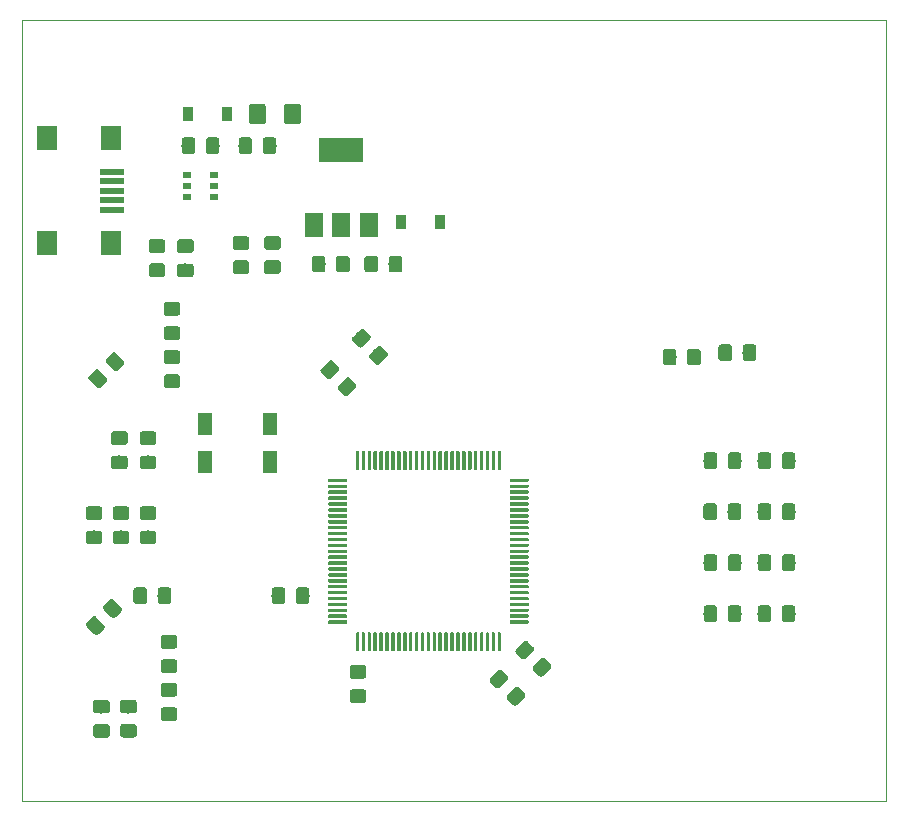
<source format=gbr>
%TF.GenerationSoftware,KiCad,Pcbnew,(5.1.4)-1*%
%TF.CreationDate,2020-02-09T20:37:11+05:30*%
%TF.ProjectId,stm32breakout,73746d33-3262-4726-9561-6b6f75742e6b,rev?*%
%TF.SameCoordinates,Original*%
%TF.FileFunction,Paste,Top*%
%TF.FilePolarity,Positive*%
%FSLAX46Y46*%
G04 Gerber Fmt 4.6, Leading zero omitted, Abs format (unit mm)*
G04 Created by KiCad (PCBNEW (5.1.4)-1) date 2020-02-09 20:37:11*
%MOMM*%
%LPD*%
G04 APERTURE LIST*
%ADD10C,0.050000*%
%ADD11C,0.150000*%
%ADD12C,1.150000*%
%ADD13R,1.300000X1.900000*%
%ADD14R,0.900000X1.200000*%
%ADD15C,1.425000*%
%ADD16R,2.000000X0.500000*%
%ADD17R,1.700000X2.000000*%
%ADD18C,0.300000*%
%ADD19R,1.500000X2.000000*%
%ADD20R,3.800000X2.000000*%
%ADD21R,0.700000X0.510000*%
G04 APERTURE END LIST*
D10*
X113919000Y-49022000D02*
X114427000Y-49022000D01*
X113919000Y-115189000D02*
X113919000Y-49022000D01*
X187071000Y-115189000D02*
X113919000Y-115189000D01*
X187071000Y-49022000D02*
X187071000Y-115189000D01*
X114427000Y-49022000D02*
X187071000Y-49022000D01*
D11*
G36*
X121124505Y-108664204D02*
G01*
X121148773Y-108667804D01*
X121172572Y-108673765D01*
X121195671Y-108682030D01*
X121217850Y-108692520D01*
X121238893Y-108705132D01*
X121258599Y-108719747D01*
X121276777Y-108736223D01*
X121293253Y-108754401D01*
X121307868Y-108774107D01*
X121320480Y-108795150D01*
X121330970Y-108817329D01*
X121339235Y-108840428D01*
X121345196Y-108864227D01*
X121348796Y-108888495D01*
X121350000Y-108912999D01*
X121350000Y-109563001D01*
X121348796Y-109587505D01*
X121345196Y-109611773D01*
X121339235Y-109635572D01*
X121330970Y-109658671D01*
X121320480Y-109680850D01*
X121307868Y-109701893D01*
X121293253Y-109721599D01*
X121276777Y-109739777D01*
X121258599Y-109756253D01*
X121238893Y-109770868D01*
X121217850Y-109783480D01*
X121195671Y-109793970D01*
X121172572Y-109802235D01*
X121148773Y-109808196D01*
X121124505Y-109811796D01*
X121100001Y-109813000D01*
X120199999Y-109813000D01*
X120175495Y-109811796D01*
X120151227Y-109808196D01*
X120127428Y-109802235D01*
X120104329Y-109793970D01*
X120082150Y-109783480D01*
X120061107Y-109770868D01*
X120041401Y-109756253D01*
X120023223Y-109739777D01*
X120006747Y-109721599D01*
X119992132Y-109701893D01*
X119979520Y-109680850D01*
X119969030Y-109658671D01*
X119960765Y-109635572D01*
X119954804Y-109611773D01*
X119951204Y-109587505D01*
X119950000Y-109563001D01*
X119950000Y-108912999D01*
X119951204Y-108888495D01*
X119954804Y-108864227D01*
X119960765Y-108840428D01*
X119969030Y-108817329D01*
X119979520Y-108795150D01*
X119992132Y-108774107D01*
X120006747Y-108754401D01*
X120023223Y-108736223D01*
X120041401Y-108719747D01*
X120061107Y-108705132D01*
X120082150Y-108692520D01*
X120104329Y-108682030D01*
X120127428Y-108673765D01*
X120151227Y-108667804D01*
X120175495Y-108664204D01*
X120199999Y-108663000D01*
X121100001Y-108663000D01*
X121124505Y-108664204D01*
X121124505Y-108664204D01*
G37*
D12*
X120650000Y-109238000D03*
D11*
G36*
X121124505Y-106614204D02*
G01*
X121148773Y-106617804D01*
X121172572Y-106623765D01*
X121195671Y-106632030D01*
X121217850Y-106642520D01*
X121238893Y-106655132D01*
X121258599Y-106669747D01*
X121276777Y-106686223D01*
X121293253Y-106704401D01*
X121307868Y-106724107D01*
X121320480Y-106745150D01*
X121330970Y-106767329D01*
X121339235Y-106790428D01*
X121345196Y-106814227D01*
X121348796Y-106838495D01*
X121350000Y-106862999D01*
X121350000Y-107513001D01*
X121348796Y-107537505D01*
X121345196Y-107561773D01*
X121339235Y-107585572D01*
X121330970Y-107608671D01*
X121320480Y-107630850D01*
X121307868Y-107651893D01*
X121293253Y-107671599D01*
X121276777Y-107689777D01*
X121258599Y-107706253D01*
X121238893Y-107720868D01*
X121217850Y-107733480D01*
X121195671Y-107743970D01*
X121172572Y-107752235D01*
X121148773Y-107758196D01*
X121124505Y-107761796D01*
X121100001Y-107763000D01*
X120199999Y-107763000D01*
X120175495Y-107761796D01*
X120151227Y-107758196D01*
X120127428Y-107752235D01*
X120104329Y-107743970D01*
X120082150Y-107733480D01*
X120061107Y-107720868D01*
X120041401Y-107706253D01*
X120023223Y-107689777D01*
X120006747Y-107671599D01*
X119992132Y-107651893D01*
X119979520Y-107630850D01*
X119969030Y-107608671D01*
X119960765Y-107585572D01*
X119954804Y-107561773D01*
X119951204Y-107537505D01*
X119950000Y-107513001D01*
X119950000Y-106862999D01*
X119951204Y-106838495D01*
X119954804Y-106814227D01*
X119960765Y-106790428D01*
X119969030Y-106767329D01*
X119979520Y-106745150D01*
X119992132Y-106724107D01*
X120006747Y-106704401D01*
X120023223Y-106686223D01*
X120041401Y-106669747D01*
X120061107Y-106655132D01*
X120082150Y-106642520D01*
X120104329Y-106632030D01*
X120127428Y-106623765D01*
X120151227Y-106617804D01*
X120175495Y-106614204D01*
X120199999Y-106613000D01*
X121100001Y-106613000D01*
X121124505Y-106614204D01*
X121124505Y-106614204D01*
G37*
D12*
X120650000Y-107188000D03*
D11*
G36*
X122648505Y-85931204D02*
G01*
X122672773Y-85934804D01*
X122696572Y-85940765D01*
X122719671Y-85949030D01*
X122741850Y-85959520D01*
X122762893Y-85972132D01*
X122782599Y-85986747D01*
X122800777Y-86003223D01*
X122817253Y-86021401D01*
X122831868Y-86041107D01*
X122844480Y-86062150D01*
X122854970Y-86084329D01*
X122863235Y-86107428D01*
X122869196Y-86131227D01*
X122872796Y-86155495D01*
X122874000Y-86179999D01*
X122874000Y-86830001D01*
X122872796Y-86854505D01*
X122869196Y-86878773D01*
X122863235Y-86902572D01*
X122854970Y-86925671D01*
X122844480Y-86947850D01*
X122831868Y-86968893D01*
X122817253Y-86988599D01*
X122800777Y-87006777D01*
X122782599Y-87023253D01*
X122762893Y-87037868D01*
X122741850Y-87050480D01*
X122719671Y-87060970D01*
X122696572Y-87069235D01*
X122672773Y-87075196D01*
X122648505Y-87078796D01*
X122624001Y-87080000D01*
X121723999Y-87080000D01*
X121699495Y-87078796D01*
X121675227Y-87075196D01*
X121651428Y-87069235D01*
X121628329Y-87060970D01*
X121606150Y-87050480D01*
X121585107Y-87037868D01*
X121565401Y-87023253D01*
X121547223Y-87006777D01*
X121530747Y-86988599D01*
X121516132Y-86968893D01*
X121503520Y-86947850D01*
X121493030Y-86925671D01*
X121484765Y-86902572D01*
X121478804Y-86878773D01*
X121475204Y-86854505D01*
X121474000Y-86830001D01*
X121474000Y-86179999D01*
X121475204Y-86155495D01*
X121478804Y-86131227D01*
X121484765Y-86107428D01*
X121493030Y-86084329D01*
X121503520Y-86062150D01*
X121516132Y-86041107D01*
X121530747Y-86021401D01*
X121547223Y-86003223D01*
X121565401Y-85986747D01*
X121585107Y-85972132D01*
X121606150Y-85959520D01*
X121628329Y-85949030D01*
X121651428Y-85940765D01*
X121675227Y-85934804D01*
X121699495Y-85931204D01*
X121723999Y-85930000D01*
X122624001Y-85930000D01*
X122648505Y-85931204D01*
X122648505Y-85931204D01*
G37*
D12*
X122174000Y-86505000D03*
D11*
G36*
X122648505Y-83881204D02*
G01*
X122672773Y-83884804D01*
X122696572Y-83890765D01*
X122719671Y-83899030D01*
X122741850Y-83909520D01*
X122762893Y-83922132D01*
X122782599Y-83936747D01*
X122800777Y-83953223D01*
X122817253Y-83971401D01*
X122831868Y-83991107D01*
X122844480Y-84012150D01*
X122854970Y-84034329D01*
X122863235Y-84057428D01*
X122869196Y-84081227D01*
X122872796Y-84105495D01*
X122874000Y-84129999D01*
X122874000Y-84780001D01*
X122872796Y-84804505D01*
X122869196Y-84828773D01*
X122863235Y-84852572D01*
X122854970Y-84875671D01*
X122844480Y-84897850D01*
X122831868Y-84918893D01*
X122817253Y-84938599D01*
X122800777Y-84956777D01*
X122782599Y-84973253D01*
X122762893Y-84987868D01*
X122741850Y-85000480D01*
X122719671Y-85010970D01*
X122696572Y-85019235D01*
X122672773Y-85025196D01*
X122648505Y-85028796D01*
X122624001Y-85030000D01*
X121723999Y-85030000D01*
X121699495Y-85028796D01*
X121675227Y-85025196D01*
X121651428Y-85019235D01*
X121628329Y-85010970D01*
X121606150Y-85000480D01*
X121585107Y-84987868D01*
X121565401Y-84973253D01*
X121547223Y-84956777D01*
X121530747Y-84938599D01*
X121516132Y-84918893D01*
X121503520Y-84897850D01*
X121493030Y-84875671D01*
X121484765Y-84852572D01*
X121478804Y-84828773D01*
X121475204Y-84804505D01*
X121474000Y-84780001D01*
X121474000Y-84129999D01*
X121475204Y-84105495D01*
X121478804Y-84081227D01*
X121484765Y-84057428D01*
X121493030Y-84034329D01*
X121503520Y-84012150D01*
X121516132Y-83991107D01*
X121530747Y-83971401D01*
X121547223Y-83953223D01*
X121565401Y-83936747D01*
X121585107Y-83922132D01*
X121606150Y-83909520D01*
X121628329Y-83899030D01*
X121651428Y-83890765D01*
X121675227Y-83884804D01*
X121699495Y-83881204D01*
X121723999Y-83880000D01*
X122624001Y-83880000D01*
X122648505Y-83881204D01*
X122648505Y-83881204D01*
G37*
D12*
X122174000Y-84455000D03*
D11*
G36*
X125061505Y-83881204D02*
G01*
X125085773Y-83884804D01*
X125109572Y-83890765D01*
X125132671Y-83899030D01*
X125154850Y-83909520D01*
X125175893Y-83922132D01*
X125195599Y-83936747D01*
X125213777Y-83953223D01*
X125230253Y-83971401D01*
X125244868Y-83991107D01*
X125257480Y-84012150D01*
X125267970Y-84034329D01*
X125276235Y-84057428D01*
X125282196Y-84081227D01*
X125285796Y-84105495D01*
X125287000Y-84129999D01*
X125287000Y-84780001D01*
X125285796Y-84804505D01*
X125282196Y-84828773D01*
X125276235Y-84852572D01*
X125267970Y-84875671D01*
X125257480Y-84897850D01*
X125244868Y-84918893D01*
X125230253Y-84938599D01*
X125213777Y-84956777D01*
X125195599Y-84973253D01*
X125175893Y-84987868D01*
X125154850Y-85000480D01*
X125132671Y-85010970D01*
X125109572Y-85019235D01*
X125085773Y-85025196D01*
X125061505Y-85028796D01*
X125037001Y-85030000D01*
X124136999Y-85030000D01*
X124112495Y-85028796D01*
X124088227Y-85025196D01*
X124064428Y-85019235D01*
X124041329Y-85010970D01*
X124019150Y-85000480D01*
X123998107Y-84987868D01*
X123978401Y-84973253D01*
X123960223Y-84956777D01*
X123943747Y-84938599D01*
X123929132Y-84918893D01*
X123916520Y-84897850D01*
X123906030Y-84875671D01*
X123897765Y-84852572D01*
X123891804Y-84828773D01*
X123888204Y-84804505D01*
X123887000Y-84780001D01*
X123887000Y-84129999D01*
X123888204Y-84105495D01*
X123891804Y-84081227D01*
X123897765Y-84057428D01*
X123906030Y-84034329D01*
X123916520Y-84012150D01*
X123929132Y-83991107D01*
X123943747Y-83971401D01*
X123960223Y-83953223D01*
X123978401Y-83936747D01*
X123998107Y-83922132D01*
X124019150Y-83909520D01*
X124041329Y-83899030D01*
X124064428Y-83890765D01*
X124088227Y-83884804D01*
X124112495Y-83881204D01*
X124136999Y-83880000D01*
X125037001Y-83880000D01*
X125061505Y-83881204D01*
X125061505Y-83881204D01*
G37*
D12*
X124587000Y-84455000D03*
D11*
G36*
X125061505Y-85931204D02*
G01*
X125085773Y-85934804D01*
X125109572Y-85940765D01*
X125132671Y-85949030D01*
X125154850Y-85959520D01*
X125175893Y-85972132D01*
X125195599Y-85986747D01*
X125213777Y-86003223D01*
X125230253Y-86021401D01*
X125244868Y-86041107D01*
X125257480Y-86062150D01*
X125267970Y-86084329D01*
X125276235Y-86107428D01*
X125282196Y-86131227D01*
X125285796Y-86155495D01*
X125287000Y-86179999D01*
X125287000Y-86830001D01*
X125285796Y-86854505D01*
X125282196Y-86878773D01*
X125276235Y-86902572D01*
X125267970Y-86925671D01*
X125257480Y-86947850D01*
X125244868Y-86968893D01*
X125230253Y-86988599D01*
X125213777Y-87006777D01*
X125195599Y-87023253D01*
X125175893Y-87037868D01*
X125154850Y-87050480D01*
X125132671Y-87060970D01*
X125109572Y-87069235D01*
X125085773Y-87075196D01*
X125061505Y-87078796D01*
X125037001Y-87080000D01*
X124136999Y-87080000D01*
X124112495Y-87078796D01*
X124088227Y-87075196D01*
X124064428Y-87069235D01*
X124041329Y-87060970D01*
X124019150Y-87050480D01*
X123998107Y-87037868D01*
X123978401Y-87023253D01*
X123960223Y-87006777D01*
X123943747Y-86988599D01*
X123929132Y-86968893D01*
X123916520Y-86947850D01*
X123906030Y-86925671D01*
X123897765Y-86902572D01*
X123891804Y-86878773D01*
X123888204Y-86854505D01*
X123887000Y-86830001D01*
X123887000Y-86179999D01*
X123888204Y-86155495D01*
X123891804Y-86131227D01*
X123897765Y-86107428D01*
X123906030Y-86084329D01*
X123916520Y-86062150D01*
X123929132Y-86041107D01*
X123943747Y-86021401D01*
X123960223Y-86003223D01*
X123978401Y-85986747D01*
X123998107Y-85972132D01*
X124019150Y-85959520D01*
X124041329Y-85949030D01*
X124064428Y-85940765D01*
X124088227Y-85934804D01*
X124112495Y-85931204D01*
X124136999Y-85930000D01*
X125037001Y-85930000D01*
X125061505Y-85931204D01*
X125061505Y-85931204D01*
G37*
D12*
X124587000Y-86505000D03*
D13*
X134957000Y-83236000D03*
X129457000Y-83236000D03*
X129457000Y-86436000D03*
X134957000Y-86436000D03*
D11*
G36*
X154417892Y-104052628D02*
G01*
X154442160Y-104056228D01*
X154465959Y-104062189D01*
X154489058Y-104070454D01*
X154511237Y-104080944D01*
X154532280Y-104093556D01*
X154551986Y-104108171D01*
X154570164Y-104124647D01*
X155029785Y-104584268D01*
X155046261Y-104602446D01*
X155060876Y-104622152D01*
X155073488Y-104643195D01*
X155083978Y-104665374D01*
X155092243Y-104688473D01*
X155098204Y-104712272D01*
X155101804Y-104736540D01*
X155103008Y-104761044D01*
X155101804Y-104785548D01*
X155098204Y-104809816D01*
X155092243Y-104833615D01*
X155083978Y-104856714D01*
X155073488Y-104878893D01*
X155060876Y-104899936D01*
X155046261Y-104919642D01*
X155029785Y-104937820D01*
X154393388Y-105574217D01*
X154375210Y-105590693D01*
X154355504Y-105605308D01*
X154334461Y-105617920D01*
X154312282Y-105628410D01*
X154289183Y-105636675D01*
X154265384Y-105642636D01*
X154241116Y-105646236D01*
X154216612Y-105647440D01*
X154192108Y-105646236D01*
X154167840Y-105642636D01*
X154144041Y-105636675D01*
X154120942Y-105628410D01*
X154098763Y-105617920D01*
X154077720Y-105605308D01*
X154058014Y-105590693D01*
X154039836Y-105574217D01*
X153580215Y-105114596D01*
X153563739Y-105096418D01*
X153549124Y-105076712D01*
X153536512Y-105055669D01*
X153526022Y-105033490D01*
X153517757Y-105010391D01*
X153511796Y-104986592D01*
X153508196Y-104962324D01*
X153506992Y-104937820D01*
X153508196Y-104913316D01*
X153511796Y-104889048D01*
X153517757Y-104865249D01*
X153526022Y-104842150D01*
X153536512Y-104819971D01*
X153549124Y-104798928D01*
X153563739Y-104779222D01*
X153580215Y-104761044D01*
X154216612Y-104124647D01*
X154234790Y-104108171D01*
X154254496Y-104093556D01*
X154275539Y-104080944D01*
X154297718Y-104070454D01*
X154320817Y-104062189D01*
X154344616Y-104056228D01*
X154368884Y-104052628D01*
X154393388Y-104051424D01*
X154417892Y-104052628D01*
X154417892Y-104052628D01*
G37*
D12*
X154305000Y-104849432D03*
D11*
G36*
X155867460Y-105502196D02*
G01*
X155891728Y-105505796D01*
X155915527Y-105511757D01*
X155938626Y-105520022D01*
X155960805Y-105530512D01*
X155981848Y-105543124D01*
X156001554Y-105557739D01*
X156019732Y-105574215D01*
X156479353Y-106033836D01*
X156495829Y-106052014D01*
X156510444Y-106071720D01*
X156523056Y-106092763D01*
X156533546Y-106114942D01*
X156541811Y-106138041D01*
X156547772Y-106161840D01*
X156551372Y-106186108D01*
X156552576Y-106210612D01*
X156551372Y-106235116D01*
X156547772Y-106259384D01*
X156541811Y-106283183D01*
X156533546Y-106306282D01*
X156523056Y-106328461D01*
X156510444Y-106349504D01*
X156495829Y-106369210D01*
X156479353Y-106387388D01*
X155842956Y-107023785D01*
X155824778Y-107040261D01*
X155805072Y-107054876D01*
X155784029Y-107067488D01*
X155761850Y-107077978D01*
X155738751Y-107086243D01*
X155714952Y-107092204D01*
X155690684Y-107095804D01*
X155666180Y-107097008D01*
X155641676Y-107095804D01*
X155617408Y-107092204D01*
X155593609Y-107086243D01*
X155570510Y-107077978D01*
X155548331Y-107067488D01*
X155527288Y-107054876D01*
X155507582Y-107040261D01*
X155489404Y-107023785D01*
X155029783Y-106564164D01*
X155013307Y-106545986D01*
X154998692Y-106526280D01*
X154986080Y-106505237D01*
X154975590Y-106483058D01*
X154967325Y-106459959D01*
X154961364Y-106436160D01*
X154957764Y-106411892D01*
X154956560Y-106387388D01*
X154957764Y-106362884D01*
X154961364Y-106338616D01*
X154967325Y-106314817D01*
X154975590Y-106291718D01*
X154986080Y-106269539D01*
X154998692Y-106248496D01*
X155013307Y-106228790D01*
X155029783Y-106210612D01*
X155666180Y-105574215D01*
X155684358Y-105557739D01*
X155704064Y-105543124D01*
X155725107Y-105530512D01*
X155747286Y-105520022D01*
X155770385Y-105511757D01*
X155794184Y-105505796D01*
X155818452Y-105502196D01*
X155842956Y-105500992D01*
X155867460Y-105502196D01*
X155867460Y-105502196D01*
G37*
D12*
X155754568Y-106299000D03*
D11*
G36*
X171164505Y-76898204D02*
G01*
X171188773Y-76901804D01*
X171212572Y-76907765D01*
X171235671Y-76916030D01*
X171257850Y-76926520D01*
X171278893Y-76939132D01*
X171298599Y-76953747D01*
X171316777Y-76970223D01*
X171333253Y-76988401D01*
X171347868Y-77008107D01*
X171360480Y-77029150D01*
X171370970Y-77051329D01*
X171379235Y-77074428D01*
X171385196Y-77098227D01*
X171388796Y-77122495D01*
X171390000Y-77146999D01*
X171390000Y-78047001D01*
X171388796Y-78071505D01*
X171385196Y-78095773D01*
X171379235Y-78119572D01*
X171370970Y-78142671D01*
X171360480Y-78164850D01*
X171347868Y-78185893D01*
X171333253Y-78205599D01*
X171316777Y-78223777D01*
X171298599Y-78240253D01*
X171278893Y-78254868D01*
X171257850Y-78267480D01*
X171235671Y-78277970D01*
X171212572Y-78286235D01*
X171188773Y-78292196D01*
X171164505Y-78295796D01*
X171140001Y-78297000D01*
X170489999Y-78297000D01*
X170465495Y-78295796D01*
X170441227Y-78292196D01*
X170417428Y-78286235D01*
X170394329Y-78277970D01*
X170372150Y-78267480D01*
X170351107Y-78254868D01*
X170331401Y-78240253D01*
X170313223Y-78223777D01*
X170296747Y-78205599D01*
X170282132Y-78185893D01*
X170269520Y-78164850D01*
X170259030Y-78142671D01*
X170250765Y-78119572D01*
X170244804Y-78095773D01*
X170241204Y-78071505D01*
X170240000Y-78047001D01*
X170240000Y-77146999D01*
X170241204Y-77122495D01*
X170244804Y-77098227D01*
X170250765Y-77074428D01*
X170259030Y-77051329D01*
X170269520Y-77029150D01*
X170282132Y-77008107D01*
X170296747Y-76988401D01*
X170313223Y-76970223D01*
X170331401Y-76953747D01*
X170351107Y-76939132D01*
X170372150Y-76926520D01*
X170394329Y-76916030D01*
X170417428Y-76907765D01*
X170441227Y-76901804D01*
X170465495Y-76898204D01*
X170489999Y-76897000D01*
X171140001Y-76897000D01*
X171164505Y-76898204D01*
X171164505Y-76898204D01*
G37*
D12*
X170815000Y-77597000D03*
D11*
G36*
X169114505Y-76898204D02*
G01*
X169138773Y-76901804D01*
X169162572Y-76907765D01*
X169185671Y-76916030D01*
X169207850Y-76926520D01*
X169228893Y-76939132D01*
X169248599Y-76953747D01*
X169266777Y-76970223D01*
X169283253Y-76988401D01*
X169297868Y-77008107D01*
X169310480Y-77029150D01*
X169320970Y-77051329D01*
X169329235Y-77074428D01*
X169335196Y-77098227D01*
X169338796Y-77122495D01*
X169340000Y-77146999D01*
X169340000Y-78047001D01*
X169338796Y-78071505D01*
X169335196Y-78095773D01*
X169329235Y-78119572D01*
X169320970Y-78142671D01*
X169310480Y-78164850D01*
X169297868Y-78185893D01*
X169283253Y-78205599D01*
X169266777Y-78223777D01*
X169248599Y-78240253D01*
X169228893Y-78254868D01*
X169207850Y-78267480D01*
X169185671Y-78277970D01*
X169162572Y-78286235D01*
X169138773Y-78292196D01*
X169114505Y-78295796D01*
X169090001Y-78297000D01*
X168439999Y-78297000D01*
X168415495Y-78295796D01*
X168391227Y-78292196D01*
X168367428Y-78286235D01*
X168344329Y-78277970D01*
X168322150Y-78267480D01*
X168301107Y-78254868D01*
X168281401Y-78240253D01*
X168263223Y-78223777D01*
X168246747Y-78205599D01*
X168232132Y-78185893D01*
X168219520Y-78164850D01*
X168209030Y-78142671D01*
X168200765Y-78119572D01*
X168194804Y-78095773D01*
X168191204Y-78071505D01*
X168190000Y-78047001D01*
X168190000Y-77146999D01*
X168191204Y-77122495D01*
X168194804Y-77098227D01*
X168200765Y-77074428D01*
X168209030Y-77051329D01*
X168219520Y-77029150D01*
X168232132Y-77008107D01*
X168246747Y-76988401D01*
X168263223Y-76970223D01*
X168281401Y-76953747D01*
X168301107Y-76939132D01*
X168322150Y-76926520D01*
X168344329Y-76916030D01*
X168367428Y-76907765D01*
X168391227Y-76901804D01*
X168415495Y-76898204D01*
X168439999Y-76897000D01*
X169090001Y-76897000D01*
X169114505Y-76898204D01*
X169114505Y-76898204D01*
G37*
D12*
X168765000Y-77597000D03*
D11*
G36*
X127093505Y-72941204D02*
G01*
X127117773Y-72944804D01*
X127141572Y-72950765D01*
X127164671Y-72959030D01*
X127186850Y-72969520D01*
X127207893Y-72982132D01*
X127227599Y-72996747D01*
X127245777Y-73013223D01*
X127262253Y-73031401D01*
X127276868Y-73051107D01*
X127289480Y-73072150D01*
X127299970Y-73094329D01*
X127308235Y-73117428D01*
X127314196Y-73141227D01*
X127317796Y-73165495D01*
X127319000Y-73189999D01*
X127319000Y-73840001D01*
X127317796Y-73864505D01*
X127314196Y-73888773D01*
X127308235Y-73912572D01*
X127299970Y-73935671D01*
X127289480Y-73957850D01*
X127276868Y-73978893D01*
X127262253Y-73998599D01*
X127245777Y-74016777D01*
X127227599Y-74033253D01*
X127207893Y-74047868D01*
X127186850Y-74060480D01*
X127164671Y-74070970D01*
X127141572Y-74079235D01*
X127117773Y-74085196D01*
X127093505Y-74088796D01*
X127069001Y-74090000D01*
X126168999Y-74090000D01*
X126144495Y-74088796D01*
X126120227Y-74085196D01*
X126096428Y-74079235D01*
X126073329Y-74070970D01*
X126051150Y-74060480D01*
X126030107Y-74047868D01*
X126010401Y-74033253D01*
X125992223Y-74016777D01*
X125975747Y-73998599D01*
X125961132Y-73978893D01*
X125948520Y-73957850D01*
X125938030Y-73935671D01*
X125929765Y-73912572D01*
X125923804Y-73888773D01*
X125920204Y-73864505D01*
X125919000Y-73840001D01*
X125919000Y-73189999D01*
X125920204Y-73165495D01*
X125923804Y-73141227D01*
X125929765Y-73117428D01*
X125938030Y-73094329D01*
X125948520Y-73072150D01*
X125961132Y-73051107D01*
X125975747Y-73031401D01*
X125992223Y-73013223D01*
X126010401Y-72996747D01*
X126030107Y-72982132D01*
X126051150Y-72969520D01*
X126073329Y-72959030D01*
X126096428Y-72950765D01*
X126120227Y-72944804D01*
X126144495Y-72941204D01*
X126168999Y-72940000D01*
X127069001Y-72940000D01*
X127093505Y-72941204D01*
X127093505Y-72941204D01*
G37*
D12*
X126619000Y-73515000D03*
D11*
G36*
X127093505Y-74991204D02*
G01*
X127117773Y-74994804D01*
X127141572Y-75000765D01*
X127164671Y-75009030D01*
X127186850Y-75019520D01*
X127207893Y-75032132D01*
X127227599Y-75046747D01*
X127245777Y-75063223D01*
X127262253Y-75081401D01*
X127276868Y-75101107D01*
X127289480Y-75122150D01*
X127299970Y-75144329D01*
X127308235Y-75167428D01*
X127314196Y-75191227D01*
X127317796Y-75215495D01*
X127319000Y-75239999D01*
X127319000Y-75890001D01*
X127317796Y-75914505D01*
X127314196Y-75938773D01*
X127308235Y-75962572D01*
X127299970Y-75985671D01*
X127289480Y-76007850D01*
X127276868Y-76028893D01*
X127262253Y-76048599D01*
X127245777Y-76066777D01*
X127227599Y-76083253D01*
X127207893Y-76097868D01*
X127186850Y-76110480D01*
X127164671Y-76120970D01*
X127141572Y-76129235D01*
X127117773Y-76135196D01*
X127093505Y-76138796D01*
X127069001Y-76140000D01*
X126168999Y-76140000D01*
X126144495Y-76138796D01*
X126120227Y-76135196D01*
X126096428Y-76129235D01*
X126073329Y-76120970D01*
X126051150Y-76110480D01*
X126030107Y-76097868D01*
X126010401Y-76083253D01*
X125992223Y-76066777D01*
X125975747Y-76048599D01*
X125961132Y-76028893D01*
X125948520Y-76007850D01*
X125938030Y-75985671D01*
X125929765Y-75962572D01*
X125923804Y-75938773D01*
X125920204Y-75914505D01*
X125919000Y-75890001D01*
X125919000Y-75239999D01*
X125920204Y-75215495D01*
X125923804Y-75191227D01*
X125929765Y-75167428D01*
X125938030Y-75144329D01*
X125948520Y-75122150D01*
X125961132Y-75101107D01*
X125975747Y-75081401D01*
X125992223Y-75063223D01*
X126010401Y-75046747D01*
X126030107Y-75032132D01*
X126051150Y-75019520D01*
X126073329Y-75009030D01*
X126096428Y-75000765D01*
X126120227Y-74994804D01*
X126144495Y-74991204D01*
X126168999Y-74990000D01*
X127069001Y-74990000D01*
X127093505Y-74991204D01*
X127093505Y-74991204D01*
G37*
D12*
X126619000Y-75565000D03*
D11*
G36*
X126839505Y-103185204D02*
G01*
X126863773Y-103188804D01*
X126887572Y-103194765D01*
X126910671Y-103203030D01*
X126932850Y-103213520D01*
X126953893Y-103226132D01*
X126973599Y-103240747D01*
X126991777Y-103257223D01*
X127008253Y-103275401D01*
X127022868Y-103295107D01*
X127035480Y-103316150D01*
X127045970Y-103338329D01*
X127054235Y-103361428D01*
X127060196Y-103385227D01*
X127063796Y-103409495D01*
X127065000Y-103433999D01*
X127065000Y-104084001D01*
X127063796Y-104108505D01*
X127060196Y-104132773D01*
X127054235Y-104156572D01*
X127045970Y-104179671D01*
X127035480Y-104201850D01*
X127022868Y-104222893D01*
X127008253Y-104242599D01*
X126991777Y-104260777D01*
X126973599Y-104277253D01*
X126953893Y-104291868D01*
X126932850Y-104304480D01*
X126910671Y-104314970D01*
X126887572Y-104323235D01*
X126863773Y-104329196D01*
X126839505Y-104332796D01*
X126815001Y-104334000D01*
X125914999Y-104334000D01*
X125890495Y-104332796D01*
X125866227Y-104329196D01*
X125842428Y-104323235D01*
X125819329Y-104314970D01*
X125797150Y-104304480D01*
X125776107Y-104291868D01*
X125756401Y-104277253D01*
X125738223Y-104260777D01*
X125721747Y-104242599D01*
X125707132Y-104222893D01*
X125694520Y-104201850D01*
X125684030Y-104179671D01*
X125675765Y-104156572D01*
X125669804Y-104132773D01*
X125666204Y-104108505D01*
X125665000Y-104084001D01*
X125665000Y-103433999D01*
X125666204Y-103409495D01*
X125669804Y-103385227D01*
X125675765Y-103361428D01*
X125684030Y-103338329D01*
X125694520Y-103316150D01*
X125707132Y-103295107D01*
X125721747Y-103275401D01*
X125738223Y-103257223D01*
X125756401Y-103240747D01*
X125776107Y-103226132D01*
X125797150Y-103213520D01*
X125819329Y-103203030D01*
X125842428Y-103194765D01*
X125866227Y-103188804D01*
X125890495Y-103185204D01*
X125914999Y-103184000D01*
X126815001Y-103184000D01*
X126839505Y-103185204D01*
X126839505Y-103185204D01*
G37*
D12*
X126365000Y-103759000D03*
D11*
G36*
X126839505Y-101135204D02*
G01*
X126863773Y-101138804D01*
X126887572Y-101144765D01*
X126910671Y-101153030D01*
X126932850Y-101163520D01*
X126953893Y-101176132D01*
X126973599Y-101190747D01*
X126991777Y-101207223D01*
X127008253Y-101225401D01*
X127022868Y-101245107D01*
X127035480Y-101266150D01*
X127045970Y-101288329D01*
X127054235Y-101311428D01*
X127060196Y-101335227D01*
X127063796Y-101359495D01*
X127065000Y-101383999D01*
X127065000Y-102034001D01*
X127063796Y-102058505D01*
X127060196Y-102082773D01*
X127054235Y-102106572D01*
X127045970Y-102129671D01*
X127035480Y-102151850D01*
X127022868Y-102172893D01*
X127008253Y-102192599D01*
X126991777Y-102210777D01*
X126973599Y-102227253D01*
X126953893Y-102241868D01*
X126932850Y-102254480D01*
X126910671Y-102264970D01*
X126887572Y-102273235D01*
X126863773Y-102279196D01*
X126839505Y-102282796D01*
X126815001Y-102284000D01*
X125914999Y-102284000D01*
X125890495Y-102282796D01*
X125866227Y-102279196D01*
X125842428Y-102273235D01*
X125819329Y-102264970D01*
X125797150Y-102254480D01*
X125776107Y-102241868D01*
X125756401Y-102227253D01*
X125738223Y-102210777D01*
X125721747Y-102192599D01*
X125707132Y-102172893D01*
X125694520Y-102151850D01*
X125684030Y-102129671D01*
X125675765Y-102106572D01*
X125669804Y-102082773D01*
X125666204Y-102058505D01*
X125665000Y-102034001D01*
X125665000Y-101383999D01*
X125666204Y-101359495D01*
X125669804Y-101335227D01*
X125675765Y-101311428D01*
X125684030Y-101288329D01*
X125694520Y-101266150D01*
X125707132Y-101245107D01*
X125721747Y-101225401D01*
X125738223Y-101207223D01*
X125756401Y-101190747D01*
X125776107Y-101176132D01*
X125797150Y-101163520D01*
X125819329Y-101153030D01*
X125842428Y-101144765D01*
X125866227Y-101138804D01*
X125890495Y-101135204D01*
X125914999Y-101134000D01*
X126815001Y-101134000D01*
X126839505Y-101135204D01*
X126839505Y-101135204D01*
G37*
D12*
X126365000Y-101709000D03*
D11*
G36*
X122775505Y-92281204D02*
G01*
X122799773Y-92284804D01*
X122823572Y-92290765D01*
X122846671Y-92299030D01*
X122868850Y-92309520D01*
X122889893Y-92322132D01*
X122909599Y-92336747D01*
X122927777Y-92353223D01*
X122944253Y-92371401D01*
X122958868Y-92391107D01*
X122971480Y-92412150D01*
X122981970Y-92434329D01*
X122990235Y-92457428D01*
X122996196Y-92481227D01*
X122999796Y-92505495D01*
X123001000Y-92529999D01*
X123001000Y-93180001D01*
X122999796Y-93204505D01*
X122996196Y-93228773D01*
X122990235Y-93252572D01*
X122981970Y-93275671D01*
X122971480Y-93297850D01*
X122958868Y-93318893D01*
X122944253Y-93338599D01*
X122927777Y-93356777D01*
X122909599Y-93373253D01*
X122889893Y-93387868D01*
X122868850Y-93400480D01*
X122846671Y-93410970D01*
X122823572Y-93419235D01*
X122799773Y-93425196D01*
X122775505Y-93428796D01*
X122751001Y-93430000D01*
X121850999Y-93430000D01*
X121826495Y-93428796D01*
X121802227Y-93425196D01*
X121778428Y-93419235D01*
X121755329Y-93410970D01*
X121733150Y-93400480D01*
X121712107Y-93387868D01*
X121692401Y-93373253D01*
X121674223Y-93356777D01*
X121657747Y-93338599D01*
X121643132Y-93318893D01*
X121630520Y-93297850D01*
X121620030Y-93275671D01*
X121611765Y-93252572D01*
X121605804Y-93228773D01*
X121602204Y-93204505D01*
X121601000Y-93180001D01*
X121601000Y-92529999D01*
X121602204Y-92505495D01*
X121605804Y-92481227D01*
X121611765Y-92457428D01*
X121620030Y-92434329D01*
X121630520Y-92412150D01*
X121643132Y-92391107D01*
X121657747Y-92371401D01*
X121674223Y-92353223D01*
X121692401Y-92336747D01*
X121712107Y-92322132D01*
X121733150Y-92309520D01*
X121755329Y-92299030D01*
X121778428Y-92290765D01*
X121802227Y-92284804D01*
X121826495Y-92281204D01*
X121850999Y-92280000D01*
X122751001Y-92280000D01*
X122775505Y-92281204D01*
X122775505Y-92281204D01*
G37*
D12*
X122301000Y-92855000D03*
D11*
G36*
X122775505Y-90231204D02*
G01*
X122799773Y-90234804D01*
X122823572Y-90240765D01*
X122846671Y-90249030D01*
X122868850Y-90259520D01*
X122889893Y-90272132D01*
X122909599Y-90286747D01*
X122927777Y-90303223D01*
X122944253Y-90321401D01*
X122958868Y-90341107D01*
X122971480Y-90362150D01*
X122981970Y-90384329D01*
X122990235Y-90407428D01*
X122996196Y-90431227D01*
X122999796Y-90455495D01*
X123001000Y-90479999D01*
X123001000Y-91130001D01*
X122999796Y-91154505D01*
X122996196Y-91178773D01*
X122990235Y-91202572D01*
X122981970Y-91225671D01*
X122971480Y-91247850D01*
X122958868Y-91268893D01*
X122944253Y-91288599D01*
X122927777Y-91306777D01*
X122909599Y-91323253D01*
X122889893Y-91337868D01*
X122868850Y-91350480D01*
X122846671Y-91360970D01*
X122823572Y-91369235D01*
X122799773Y-91375196D01*
X122775505Y-91378796D01*
X122751001Y-91380000D01*
X121850999Y-91380000D01*
X121826495Y-91378796D01*
X121802227Y-91375196D01*
X121778428Y-91369235D01*
X121755329Y-91360970D01*
X121733150Y-91350480D01*
X121712107Y-91337868D01*
X121692401Y-91323253D01*
X121674223Y-91306777D01*
X121657747Y-91288599D01*
X121643132Y-91268893D01*
X121630520Y-91247850D01*
X121620030Y-91225671D01*
X121611765Y-91202572D01*
X121605804Y-91178773D01*
X121602204Y-91154505D01*
X121601000Y-91130001D01*
X121601000Y-90479999D01*
X121602204Y-90455495D01*
X121605804Y-90431227D01*
X121611765Y-90407428D01*
X121620030Y-90384329D01*
X121630520Y-90362150D01*
X121643132Y-90341107D01*
X121657747Y-90321401D01*
X121674223Y-90303223D01*
X121692401Y-90286747D01*
X121712107Y-90272132D01*
X121733150Y-90259520D01*
X121755329Y-90249030D01*
X121778428Y-90240765D01*
X121802227Y-90234804D01*
X121826495Y-90231204D01*
X121850999Y-90230000D01*
X122751001Y-90230000D01*
X122775505Y-90231204D01*
X122775505Y-90231204D01*
G37*
D12*
X122301000Y-90805000D03*
D11*
G36*
X125061505Y-90231204D02*
G01*
X125085773Y-90234804D01*
X125109572Y-90240765D01*
X125132671Y-90249030D01*
X125154850Y-90259520D01*
X125175893Y-90272132D01*
X125195599Y-90286747D01*
X125213777Y-90303223D01*
X125230253Y-90321401D01*
X125244868Y-90341107D01*
X125257480Y-90362150D01*
X125267970Y-90384329D01*
X125276235Y-90407428D01*
X125282196Y-90431227D01*
X125285796Y-90455495D01*
X125287000Y-90479999D01*
X125287000Y-91130001D01*
X125285796Y-91154505D01*
X125282196Y-91178773D01*
X125276235Y-91202572D01*
X125267970Y-91225671D01*
X125257480Y-91247850D01*
X125244868Y-91268893D01*
X125230253Y-91288599D01*
X125213777Y-91306777D01*
X125195599Y-91323253D01*
X125175893Y-91337868D01*
X125154850Y-91350480D01*
X125132671Y-91360970D01*
X125109572Y-91369235D01*
X125085773Y-91375196D01*
X125061505Y-91378796D01*
X125037001Y-91380000D01*
X124136999Y-91380000D01*
X124112495Y-91378796D01*
X124088227Y-91375196D01*
X124064428Y-91369235D01*
X124041329Y-91360970D01*
X124019150Y-91350480D01*
X123998107Y-91337868D01*
X123978401Y-91323253D01*
X123960223Y-91306777D01*
X123943747Y-91288599D01*
X123929132Y-91268893D01*
X123916520Y-91247850D01*
X123906030Y-91225671D01*
X123897765Y-91202572D01*
X123891804Y-91178773D01*
X123888204Y-91154505D01*
X123887000Y-91130001D01*
X123887000Y-90479999D01*
X123888204Y-90455495D01*
X123891804Y-90431227D01*
X123897765Y-90407428D01*
X123906030Y-90384329D01*
X123916520Y-90362150D01*
X123929132Y-90341107D01*
X123943747Y-90321401D01*
X123960223Y-90303223D01*
X123978401Y-90286747D01*
X123998107Y-90272132D01*
X124019150Y-90259520D01*
X124041329Y-90249030D01*
X124064428Y-90240765D01*
X124088227Y-90234804D01*
X124112495Y-90231204D01*
X124136999Y-90230000D01*
X125037001Y-90230000D01*
X125061505Y-90231204D01*
X125061505Y-90231204D01*
G37*
D12*
X124587000Y-90805000D03*
D11*
G36*
X125061505Y-92281204D02*
G01*
X125085773Y-92284804D01*
X125109572Y-92290765D01*
X125132671Y-92299030D01*
X125154850Y-92309520D01*
X125175893Y-92322132D01*
X125195599Y-92336747D01*
X125213777Y-92353223D01*
X125230253Y-92371401D01*
X125244868Y-92391107D01*
X125257480Y-92412150D01*
X125267970Y-92434329D01*
X125276235Y-92457428D01*
X125282196Y-92481227D01*
X125285796Y-92505495D01*
X125287000Y-92529999D01*
X125287000Y-93180001D01*
X125285796Y-93204505D01*
X125282196Y-93228773D01*
X125276235Y-93252572D01*
X125267970Y-93275671D01*
X125257480Y-93297850D01*
X125244868Y-93318893D01*
X125230253Y-93338599D01*
X125213777Y-93356777D01*
X125195599Y-93373253D01*
X125175893Y-93387868D01*
X125154850Y-93400480D01*
X125132671Y-93410970D01*
X125109572Y-93419235D01*
X125085773Y-93425196D01*
X125061505Y-93428796D01*
X125037001Y-93430000D01*
X124136999Y-93430000D01*
X124112495Y-93428796D01*
X124088227Y-93425196D01*
X124064428Y-93419235D01*
X124041329Y-93410970D01*
X124019150Y-93400480D01*
X123998107Y-93387868D01*
X123978401Y-93373253D01*
X123960223Y-93356777D01*
X123943747Y-93338599D01*
X123929132Y-93318893D01*
X123916520Y-93297850D01*
X123906030Y-93275671D01*
X123897765Y-93252572D01*
X123891804Y-93228773D01*
X123888204Y-93204505D01*
X123887000Y-93180001D01*
X123887000Y-92529999D01*
X123888204Y-92505495D01*
X123891804Y-92481227D01*
X123897765Y-92457428D01*
X123906030Y-92434329D01*
X123916520Y-92412150D01*
X123929132Y-92391107D01*
X123943747Y-92371401D01*
X123960223Y-92353223D01*
X123978401Y-92336747D01*
X123998107Y-92322132D01*
X124019150Y-92309520D01*
X124041329Y-92299030D01*
X124064428Y-92290765D01*
X124088227Y-92284804D01*
X124112495Y-92281204D01*
X124136999Y-92280000D01*
X125037001Y-92280000D01*
X125061505Y-92281204D01*
X125061505Y-92281204D01*
G37*
D12*
X124587000Y-92855000D03*
D11*
G36*
X138035505Y-97091204D02*
G01*
X138059773Y-97094804D01*
X138083572Y-97100765D01*
X138106671Y-97109030D01*
X138128850Y-97119520D01*
X138149893Y-97132132D01*
X138169599Y-97146747D01*
X138187777Y-97163223D01*
X138204253Y-97181401D01*
X138218868Y-97201107D01*
X138231480Y-97222150D01*
X138241970Y-97244329D01*
X138250235Y-97267428D01*
X138256196Y-97291227D01*
X138259796Y-97315495D01*
X138261000Y-97339999D01*
X138261000Y-98240001D01*
X138259796Y-98264505D01*
X138256196Y-98288773D01*
X138250235Y-98312572D01*
X138241970Y-98335671D01*
X138231480Y-98357850D01*
X138218868Y-98378893D01*
X138204253Y-98398599D01*
X138187777Y-98416777D01*
X138169599Y-98433253D01*
X138149893Y-98447868D01*
X138128850Y-98460480D01*
X138106671Y-98470970D01*
X138083572Y-98479235D01*
X138059773Y-98485196D01*
X138035505Y-98488796D01*
X138011001Y-98490000D01*
X137360999Y-98490000D01*
X137336495Y-98488796D01*
X137312227Y-98485196D01*
X137288428Y-98479235D01*
X137265329Y-98470970D01*
X137243150Y-98460480D01*
X137222107Y-98447868D01*
X137202401Y-98433253D01*
X137184223Y-98416777D01*
X137167747Y-98398599D01*
X137153132Y-98378893D01*
X137140520Y-98357850D01*
X137130030Y-98335671D01*
X137121765Y-98312572D01*
X137115804Y-98288773D01*
X137112204Y-98264505D01*
X137111000Y-98240001D01*
X137111000Y-97339999D01*
X137112204Y-97315495D01*
X137115804Y-97291227D01*
X137121765Y-97267428D01*
X137130030Y-97244329D01*
X137140520Y-97222150D01*
X137153132Y-97201107D01*
X137167747Y-97181401D01*
X137184223Y-97163223D01*
X137202401Y-97146747D01*
X137222107Y-97132132D01*
X137243150Y-97119520D01*
X137265329Y-97109030D01*
X137288428Y-97100765D01*
X137312227Y-97094804D01*
X137336495Y-97091204D01*
X137360999Y-97090000D01*
X138011001Y-97090000D01*
X138035505Y-97091204D01*
X138035505Y-97091204D01*
G37*
D12*
X137686000Y-97790000D03*
D11*
G36*
X135985505Y-97091204D02*
G01*
X136009773Y-97094804D01*
X136033572Y-97100765D01*
X136056671Y-97109030D01*
X136078850Y-97119520D01*
X136099893Y-97132132D01*
X136119599Y-97146747D01*
X136137777Y-97163223D01*
X136154253Y-97181401D01*
X136168868Y-97201107D01*
X136181480Y-97222150D01*
X136191970Y-97244329D01*
X136200235Y-97267428D01*
X136206196Y-97291227D01*
X136209796Y-97315495D01*
X136211000Y-97339999D01*
X136211000Y-98240001D01*
X136209796Y-98264505D01*
X136206196Y-98288773D01*
X136200235Y-98312572D01*
X136191970Y-98335671D01*
X136181480Y-98357850D01*
X136168868Y-98378893D01*
X136154253Y-98398599D01*
X136137777Y-98416777D01*
X136119599Y-98433253D01*
X136099893Y-98447868D01*
X136078850Y-98460480D01*
X136056671Y-98470970D01*
X136033572Y-98479235D01*
X136009773Y-98485196D01*
X135985505Y-98488796D01*
X135961001Y-98490000D01*
X135310999Y-98490000D01*
X135286495Y-98488796D01*
X135262227Y-98485196D01*
X135238428Y-98479235D01*
X135215329Y-98470970D01*
X135193150Y-98460480D01*
X135172107Y-98447868D01*
X135152401Y-98433253D01*
X135134223Y-98416777D01*
X135117747Y-98398599D01*
X135103132Y-98378893D01*
X135090520Y-98357850D01*
X135080030Y-98335671D01*
X135071765Y-98312572D01*
X135065804Y-98288773D01*
X135062204Y-98264505D01*
X135061000Y-98240001D01*
X135061000Y-97339999D01*
X135062204Y-97315495D01*
X135065804Y-97291227D01*
X135071765Y-97267428D01*
X135080030Y-97244329D01*
X135090520Y-97222150D01*
X135103132Y-97201107D01*
X135117747Y-97181401D01*
X135134223Y-97163223D01*
X135152401Y-97146747D01*
X135172107Y-97132132D01*
X135193150Y-97119520D01*
X135215329Y-97109030D01*
X135238428Y-97100765D01*
X135262227Y-97094804D01*
X135286495Y-97091204D01*
X135310999Y-97090000D01*
X135961001Y-97090000D01*
X135985505Y-97091204D01*
X135985505Y-97091204D01*
G37*
D12*
X135636000Y-97790000D03*
D11*
G36*
X141553676Y-79302980D02*
G01*
X141577944Y-79306580D01*
X141601743Y-79312541D01*
X141624842Y-79320806D01*
X141647021Y-79331296D01*
X141668064Y-79343908D01*
X141687770Y-79358523D01*
X141705948Y-79374999D01*
X142165569Y-79834620D01*
X142182045Y-79852798D01*
X142196660Y-79872504D01*
X142209272Y-79893547D01*
X142219762Y-79915726D01*
X142228027Y-79938825D01*
X142233988Y-79962624D01*
X142237588Y-79986892D01*
X142238792Y-80011396D01*
X142237588Y-80035900D01*
X142233988Y-80060168D01*
X142228027Y-80083967D01*
X142219762Y-80107066D01*
X142209272Y-80129245D01*
X142196660Y-80150288D01*
X142182045Y-80169994D01*
X142165569Y-80188172D01*
X141529172Y-80824569D01*
X141510994Y-80841045D01*
X141491288Y-80855660D01*
X141470245Y-80868272D01*
X141448066Y-80878762D01*
X141424967Y-80887027D01*
X141401168Y-80892988D01*
X141376900Y-80896588D01*
X141352396Y-80897792D01*
X141327892Y-80896588D01*
X141303624Y-80892988D01*
X141279825Y-80887027D01*
X141256726Y-80878762D01*
X141234547Y-80868272D01*
X141213504Y-80855660D01*
X141193798Y-80841045D01*
X141175620Y-80824569D01*
X140715999Y-80364948D01*
X140699523Y-80346770D01*
X140684908Y-80327064D01*
X140672296Y-80306021D01*
X140661806Y-80283842D01*
X140653541Y-80260743D01*
X140647580Y-80236944D01*
X140643980Y-80212676D01*
X140642776Y-80188172D01*
X140643980Y-80163668D01*
X140647580Y-80139400D01*
X140653541Y-80115601D01*
X140661806Y-80092502D01*
X140672296Y-80070323D01*
X140684908Y-80049280D01*
X140699523Y-80029574D01*
X140715999Y-80011396D01*
X141352396Y-79374999D01*
X141370574Y-79358523D01*
X141390280Y-79343908D01*
X141411323Y-79331296D01*
X141433502Y-79320806D01*
X141456601Y-79312541D01*
X141480400Y-79306580D01*
X141504668Y-79302980D01*
X141529172Y-79301776D01*
X141553676Y-79302980D01*
X141553676Y-79302980D01*
G37*
D12*
X141440784Y-80099784D03*
D11*
G36*
X140104108Y-77853412D02*
G01*
X140128376Y-77857012D01*
X140152175Y-77862973D01*
X140175274Y-77871238D01*
X140197453Y-77881728D01*
X140218496Y-77894340D01*
X140238202Y-77908955D01*
X140256380Y-77925431D01*
X140716001Y-78385052D01*
X140732477Y-78403230D01*
X140747092Y-78422936D01*
X140759704Y-78443979D01*
X140770194Y-78466158D01*
X140778459Y-78489257D01*
X140784420Y-78513056D01*
X140788020Y-78537324D01*
X140789224Y-78561828D01*
X140788020Y-78586332D01*
X140784420Y-78610600D01*
X140778459Y-78634399D01*
X140770194Y-78657498D01*
X140759704Y-78679677D01*
X140747092Y-78700720D01*
X140732477Y-78720426D01*
X140716001Y-78738604D01*
X140079604Y-79375001D01*
X140061426Y-79391477D01*
X140041720Y-79406092D01*
X140020677Y-79418704D01*
X139998498Y-79429194D01*
X139975399Y-79437459D01*
X139951600Y-79443420D01*
X139927332Y-79447020D01*
X139902828Y-79448224D01*
X139878324Y-79447020D01*
X139854056Y-79443420D01*
X139830257Y-79437459D01*
X139807158Y-79429194D01*
X139784979Y-79418704D01*
X139763936Y-79406092D01*
X139744230Y-79391477D01*
X139726052Y-79375001D01*
X139266431Y-78915380D01*
X139249955Y-78897202D01*
X139235340Y-78877496D01*
X139222728Y-78856453D01*
X139212238Y-78834274D01*
X139203973Y-78811175D01*
X139198012Y-78787376D01*
X139194412Y-78763108D01*
X139193208Y-78738604D01*
X139194412Y-78714100D01*
X139198012Y-78689832D01*
X139203973Y-78666033D01*
X139212238Y-78642934D01*
X139222728Y-78620755D01*
X139235340Y-78599712D01*
X139249955Y-78580006D01*
X139266431Y-78561828D01*
X139902828Y-77925431D01*
X139921006Y-77908955D01*
X139940712Y-77894340D01*
X139961755Y-77881728D01*
X139983934Y-77871238D01*
X140007033Y-77862973D01*
X140030832Y-77857012D01*
X140055100Y-77853412D01*
X140079604Y-77852208D01*
X140104108Y-77853412D01*
X140104108Y-77853412D01*
G37*
D12*
X139991216Y-78650216D03*
D11*
G36*
X142841505Y-105725204D02*
G01*
X142865773Y-105728804D01*
X142889572Y-105734765D01*
X142912671Y-105743030D01*
X142934850Y-105753520D01*
X142955893Y-105766132D01*
X142975599Y-105780747D01*
X142993777Y-105797223D01*
X143010253Y-105815401D01*
X143024868Y-105835107D01*
X143037480Y-105856150D01*
X143047970Y-105878329D01*
X143056235Y-105901428D01*
X143062196Y-105925227D01*
X143065796Y-105949495D01*
X143067000Y-105973999D01*
X143067000Y-106624001D01*
X143065796Y-106648505D01*
X143062196Y-106672773D01*
X143056235Y-106696572D01*
X143047970Y-106719671D01*
X143037480Y-106741850D01*
X143024868Y-106762893D01*
X143010253Y-106782599D01*
X142993777Y-106800777D01*
X142975599Y-106817253D01*
X142955893Y-106831868D01*
X142934850Y-106844480D01*
X142912671Y-106854970D01*
X142889572Y-106863235D01*
X142865773Y-106869196D01*
X142841505Y-106872796D01*
X142817001Y-106874000D01*
X141916999Y-106874000D01*
X141892495Y-106872796D01*
X141868227Y-106869196D01*
X141844428Y-106863235D01*
X141821329Y-106854970D01*
X141799150Y-106844480D01*
X141778107Y-106831868D01*
X141758401Y-106817253D01*
X141740223Y-106800777D01*
X141723747Y-106782599D01*
X141709132Y-106762893D01*
X141696520Y-106741850D01*
X141686030Y-106719671D01*
X141677765Y-106696572D01*
X141671804Y-106672773D01*
X141668204Y-106648505D01*
X141667000Y-106624001D01*
X141667000Y-105973999D01*
X141668204Y-105949495D01*
X141671804Y-105925227D01*
X141677765Y-105901428D01*
X141686030Y-105878329D01*
X141696520Y-105856150D01*
X141709132Y-105835107D01*
X141723747Y-105815401D01*
X141740223Y-105797223D01*
X141758401Y-105780747D01*
X141778107Y-105766132D01*
X141799150Y-105753520D01*
X141821329Y-105743030D01*
X141844428Y-105734765D01*
X141868227Y-105728804D01*
X141892495Y-105725204D01*
X141916999Y-105724000D01*
X142817001Y-105724000D01*
X142841505Y-105725204D01*
X142841505Y-105725204D01*
G37*
D12*
X142367000Y-106299000D03*
D11*
G36*
X142841505Y-103675204D02*
G01*
X142865773Y-103678804D01*
X142889572Y-103684765D01*
X142912671Y-103693030D01*
X142934850Y-103703520D01*
X142955893Y-103716132D01*
X142975599Y-103730747D01*
X142993777Y-103747223D01*
X143010253Y-103765401D01*
X143024868Y-103785107D01*
X143037480Y-103806150D01*
X143047970Y-103828329D01*
X143056235Y-103851428D01*
X143062196Y-103875227D01*
X143065796Y-103899495D01*
X143067000Y-103923999D01*
X143067000Y-104574001D01*
X143065796Y-104598505D01*
X143062196Y-104622773D01*
X143056235Y-104646572D01*
X143047970Y-104669671D01*
X143037480Y-104691850D01*
X143024868Y-104712893D01*
X143010253Y-104732599D01*
X142993777Y-104750777D01*
X142975599Y-104767253D01*
X142955893Y-104781868D01*
X142934850Y-104794480D01*
X142912671Y-104804970D01*
X142889572Y-104813235D01*
X142865773Y-104819196D01*
X142841505Y-104822796D01*
X142817001Y-104824000D01*
X141916999Y-104824000D01*
X141892495Y-104822796D01*
X141868227Y-104819196D01*
X141844428Y-104813235D01*
X141821329Y-104804970D01*
X141799150Y-104794480D01*
X141778107Y-104781868D01*
X141758401Y-104767253D01*
X141740223Y-104750777D01*
X141723747Y-104732599D01*
X141709132Y-104712893D01*
X141696520Y-104691850D01*
X141686030Y-104669671D01*
X141677765Y-104646572D01*
X141671804Y-104622773D01*
X141668204Y-104598505D01*
X141667000Y-104574001D01*
X141667000Y-103923999D01*
X141668204Y-103899495D01*
X141671804Y-103875227D01*
X141677765Y-103851428D01*
X141686030Y-103828329D01*
X141696520Y-103806150D01*
X141709132Y-103785107D01*
X141723747Y-103765401D01*
X141740223Y-103747223D01*
X141758401Y-103730747D01*
X141778107Y-103716132D01*
X141799150Y-103703520D01*
X141821329Y-103693030D01*
X141844428Y-103684765D01*
X141868227Y-103678804D01*
X141892495Y-103675204D01*
X141916999Y-103674000D01*
X142817001Y-103674000D01*
X142841505Y-103675204D01*
X142841505Y-103675204D01*
G37*
D12*
X142367000Y-104249000D03*
D11*
G36*
X121729116Y-77181196D02*
G01*
X121753384Y-77184796D01*
X121777183Y-77190757D01*
X121800282Y-77199022D01*
X121822461Y-77209512D01*
X121843504Y-77222124D01*
X121863210Y-77236739D01*
X121881388Y-77253215D01*
X122517785Y-77889612D01*
X122534261Y-77907790D01*
X122548876Y-77927496D01*
X122561488Y-77948539D01*
X122571978Y-77970718D01*
X122580243Y-77993817D01*
X122586204Y-78017616D01*
X122589804Y-78041884D01*
X122591008Y-78066388D01*
X122589804Y-78090892D01*
X122586204Y-78115160D01*
X122580243Y-78138959D01*
X122571978Y-78162058D01*
X122561488Y-78184237D01*
X122548876Y-78205280D01*
X122534261Y-78224986D01*
X122517785Y-78243164D01*
X122058164Y-78702785D01*
X122039986Y-78719261D01*
X122020280Y-78733876D01*
X121999237Y-78746488D01*
X121977058Y-78756978D01*
X121953959Y-78765243D01*
X121930160Y-78771204D01*
X121905892Y-78774804D01*
X121881388Y-78776008D01*
X121856884Y-78774804D01*
X121832616Y-78771204D01*
X121808817Y-78765243D01*
X121785718Y-78756978D01*
X121763539Y-78746488D01*
X121742496Y-78733876D01*
X121722790Y-78719261D01*
X121704612Y-78702785D01*
X121068215Y-78066388D01*
X121051739Y-78048210D01*
X121037124Y-78028504D01*
X121024512Y-78007461D01*
X121014022Y-77985282D01*
X121005757Y-77962183D01*
X120999796Y-77938384D01*
X120996196Y-77914116D01*
X120994992Y-77889612D01*
X120996196Y-77865108D01*
X120999796Y-77840840D01*
X121005757Y-77817041D01*
X121014022Y-77793942D01*
X121024512Y-77771763D01*
X121037124Y-77750720D01*
X121051739Y-77731014D01*
X121068215Y-77712836D01*
X121527836Y-77253215D01*
X121546014Y-77236739D01*
X121565720Y-77222124D01*
X121586763Y-77209512D01*
X121608942Y-77199022D01*
X121632041Y-77190757D01*
X121655840Y-77184796D01*
X121680108Y-77181196D01*
X121704612Y-77179992D01*
X121729116Y-77181196D01*
X121729116Y-77181196D01*
G37*
D12*
X121793000Y-77978000D03*
D11*
G36*
X120279548Y-78630764D02*
G01*
X120303816Y-78634364D01*
X120327615Y-78640325D01*
X120350714Y-78648590D01*
X120372893Y-78659080D01*
X120393936Y-78671692D01*
X120413642Y-78686307D01*
X120431820Y-78702783D01*
X121068217Y-79339180D01*
X121084693Y-79357358D01*
X121099308Y-79377064D01*
X121111920Y-79398107D01*
X121122410Y-79420286D01*
X121130675Y-79443385D01*
X121136636Y-79467184D01*
X121140236Y-79491452D01*
X121141440Y-79515956D01*
X121140236Y-79540460D01*
X121136636Y-79564728D01*
X121130675Y-79588527D01*
X121122410Y-79611626D01*
X121111920Y-79633805D01*
X121099308Y-79654848D01*
X121084693Y-79674554D01*
X121068217Y-79692732D01*
X120608596Y-80152353D01*
X120590418Y-80168829D01*
X120570712Y-80183444D01*
X120549669Y-80196056D01*
X120527490Y-80206546D01*
X120504391Y-80214811D01*
X120480592Y-80220772D01*
X120456324Y-80224372D01*
X120431820Y-80225576D01*
X120407316Y-80224372D01*
X120383048Y-80220772D01*
X120359249Y-80214811D01*
X120336150Y-80206546D01*
X120313971Y-80196056D01*
X120292928Y-80183444D01*
X120273222Y-80168829D01*
X120255044Y-80152353D01*
X119618647Y-79515956D01*
X119602171Y-79497778D01*
X119587556Y-79478072D01*
X119574944Y-79457029D01*
X119564454Y-79434850D01*
X119556189Y-79411751D01*
X119550228Y-79387952D01*
X119546628Y-79363684D01*
X119545424Y-79339180D01*
X119546628Y-79314676D01*
X119550228Y-79290408D01*
X119556189Y-79266609D01*
X119564454Y-79243510D01*
X119574944Y-79221331D01*
X119587556Y-79200288D01*
X119602171Y-79180582D01*
X119618647Y-79162404D01*
X120078268Y-78702783D01*
X120096446Y-78686307D01*
X120116152Y-78671692D01*
X120137195Y-78659080D01*
X120159374Y-78648590D01*
X120182473Y-78640325D01*
X120206272Y-78634364D01*
X120230540Y-78630764D01*
X120255044Y-78629560D01*
X120279548Y-78630764D01*
X120279548Y-78630764D01*
G37*
D12*
X120343432Y-79427568D03*
D11*
G36*
X120489505Y-92281204D02*
G01*
X120513773Y-92284804D01*
X120537572Y-92290765D01*
X120560671Y-92299030D01*
X120582850Y-92309520D01*
X120603893Y-92322132D01*
X120623599Y-92336747D01*
X120641777Y-92353223D01*
X120658253Y-92371401D01*
X120672868Y-92391107D01*
X120685480Y-92412150D01*
X120695970Y-92434329D01*
X120704235Y-92457428D01*
X120710196Y-92481227D01*
X120713796Y-92505495D01*
X120715000Y-92529999D01*
X120715000Y-93180001D01*
X120713796Y-93204505D01*
X120710196Y-93228773D01*
X120704235Y-93252572D01*
X120695970Y-93275671D01*
X120685480Y-93297850D01*
X120672868Y-93318893D01*
X120658253Y-93338599D01*
X120641777Y-93356777D01*
X120623599Y-93373253D01*
X120603893Y-93387868D01*
X120582850Y-93400480D01*
X120560671Y-93410970D01*
X120537572Y-93419235D01*
X120513773Y-93425196D01*
X120489505Y-93428796D01*
X120465001Y-93430000D01*
X119564999Y-93430000D01*
X119540495Y-93428796D01*
X119516227Y-93425196D01*
X119492428Y-93419235D01*
X119469329Y-93410970D01*
X119447150Y-93400480D01*
X119426107Y-93387868D01*
X119406401Y-93373253D01*
X119388223Y-93356777D01*
X119371747Y-93338599D01*
X119357132Y-93318893D01*
X119344520Y-93297850D01*
X119334030Y-93275671D01*
X119325765Y-93252572D01*
X119319804Y-93228773D01*
X119316204Y-93204505D01*
X119315000Y-93180001D01*
X119315000Y-92529999D01*
X119316204Y-92505495D01*
X119319804Y-92481227D01*
X119325765Y-92457428D01*
X119334030Y-92434329D01*
X119344520Y-92412150D01*
X119357132Y-92391107D01*
X119371747Y-92371401D01*
X119388223Y-92353223D01*
X119406401Y-92336747D01*
X119426107Y-92322132D01*
X119447150Y-92309520D01*
X119469329Y-92299030D01*
X119492428Y-92290765D01*
X119516227Y-92284804D01*
X119540495Y-92281204D01*
X119564999Y-92280000D01*
X120465001Y-92280000D01*
X120489505Y-92281204D01*
X120489505Y-92281204D01*
G37*
D12*
X120015000Y-92855000D03*
D11*
G36*
X120489505Y-90231204D02*
G01*
X120513773Y-90234804D01*
X120537572Y-90240765D01*
X120560671Y-90249030D01*
X120582850Y-90259520D01*
X120603893Y-90272132D01*
X120623599Y-90286747D01*
X120641777Y-90303223D01*
X120658253Y-90321401D01*
X120672868Y-90341107D01*
X120685480Y-90362150D01*
X120695970Y-90384329D01*
X120704235Y-90407428D01*
X120710196Y-90431227D01*
X120713796Y-90455495D01*
X120715000Y-90479999D01*
X120715000Y-91130001D01*
X120713796Y-91154505D01*
X120710196Y-91178773D01*
X120704235Y-91202572D01*
X120695970Y-91225671D01*
X120685480Y-91247850D01*
X120672868Y-91268893D01*
X120658253Y-91288599D01*
X120641777Y-91306777D01*
X120623599Y-91323253D01*
X120603893Y-91337868D01*
X120582850Y-91350480D01*
X120560671Y-91360970D01*
X120537572Y-91369235D01*
X120513773Y-91375196D01*
X120489505Y-91378796D01*
X120465001Y-91380000D01*
X119564999Y-91380000D01*
X119540495Y-91378796D01*
X119516227Y-91375196D01*
X119492428Y-91369235D01*
X119469329Y-91360970D01*
X119447150Y-91350480D01*
X119426107Y-91337868D01*
X119406401Y-91323253D01*
X119388223Y-91306777D01*
X119371747Y-91288599D01*
X119357132Y-91268893D01*
X119344520Y-91247850D01*
X119334030Y-91225671D01*
X119325765Y-91202572D01*
X119319804Y-91178773D01*
X119316204Y-91154505D01*
X119315000Y-91130001D01*
X119315000Y-90479999D01*
X119316204Y-90455495D01*
X119319804Y-90431227D01*
X119325765Y-90407428D01*
X119334030Y-90384329D01*
X119344520Y-90362150D01*
X119357132Y-90341107D01*
X119371747Y-90321401D01*
X119388223Y-90303223D01*
X119406401Y-90286747D01*
X119426107Y-90272132D01*
X119447150Y-90259520D01*
X119469329Y-90249030D01*
X119492428Y-90240765D01*
X119516227Y-90234804D01*
X119540495Y-90231204D01*
X119564999Y-90230000D01*
X120465001Y-90230000D01*
X120489505Y-90231204D01*
X120489505Y-90231204D01*
G37*
D12*
X120015000Y-90805000D03*
D11*
G36*
X126333505Y-97091204D02*
G01*
X126357773Y-97094804D01*
X126381572Y-97100765D01*
X126404671Y-97109030D01*
X126426850Y-97119520D01*
X126447893Y-97132132D01*
X126467599Y-97146747D01*
X126485777Y-97163223D01*
X126502253Y-97181401D01*
X126516868Y-97201107D01*
X126529480Y-97222150D01*
X126539970Y-97244329D01*
X126548235Y-97267428D01*
X126554196Y-97291227D01*
X126557796Y-97315495D01*
X126559000Y-97339999D01*
X126559000Y-98240001D01*
X126557796Y-98264505D01*
X126554196Y-98288773D01*
X126548235Y-98312572D01*
X126539970Y-98335671D01*
X126529480Y-98357850D01*
X126516868Y-98378893D01*
X126502253Y-98398599D01*
X126485777Y-98416777D01*
X126467599Y-98433253D01*
X126447893Y-98447868D01*
X126426850Y-98460480D01*
X126404671Y-98470970D01*
X126381572Y-98479235D01*
X126357773Y-98485196D01*
X126333505Y-98488796D01*
X126309001Y-98490000D01*
X125658999Y-98490000D01*
X125634495Y-98488796D01*
X125610227Y-98485196D01*
X125586428Y-98479235D01*
X125563329Y-98470970D01*
X125541150Y-98460480D01*
X125520107Y-98447868D01*
X125500401Y-98433253D01*
X125482223Y-98416777D01*
X125465747Y-98398599D01*
X125451132Y-98378893D01*
X125438520Y-98357850D01*
X125428030Y-98335671D01*
X125419765Y-98312572D01*
X125413804Y-98288773D01*
X125410204Y-98264505D01*
X125409000Y-98240001D01*
X125409000Y-97339999D01*
X125410204Y-97315495D01*
X125413804Y-97291227D01*
X125419765Y-97267428D01*
X125428030Y-97244329D01*
X125438520Y-97222150D01*
X125451132Y-97201107D01*
X125465747Y-97181401D01*
X125482223Y-97163223D01*
X125500401Y-97146747D01*
X125520107Y-97132132D01*
X125541150Y-97119520D01*
X125563329Y-97109030D01*
X125586428Y-97100765D01*
X125610227Y-97094804D01*
X125634495Y-97091204D01*
X125658999Y-97090000D01*
X126309001Y-97090000D01*
X126333505Y-97091204D01*
X126333505Y-97091204D01*
G37*
D12*
X125984000Y-97790000D03*
D11*
G36*
X124283505Y-97091204D02*
G01*
X124307773Y-97094804D01*
X124331572Y-97100765D01*
X124354671Y-97109030D01*
X124376850Y-97119520D01*
X124397893Y-97132132D01*
X124417599Y-97146747D01*
X124435777Y-97163223D01*
X124452253Y-97181401D01*
X124466868Y-97201107D01*
X124479480Y-97222150D01*
X124489970Y-97244329D01*
X124498235Y-97267428D01*
X124504196Y-97291227D01*
X124507796Y-97315495D01*
X124509000Y-97339999D01*
X124509000Y-98240001D01*
X124507796Y-98264505D01*
X124504196Y-98288773D01*
X124498235Y-98312572D01*
X124489970Y-98335671D01*
X124479480Y-98357850D01*
X124466868Y-98378893D01*
X124452253Y-98398599D01*
X124435777Y-98416777D01*
X124417599Y-98433253D01*
X124397893Y-98447868D01*
X124376850Y-98460480D01*
X124354671Y-98470970D01*
X124331572Y-98479235D01*
X124307773Y-98485196D01*
X124283505Y-98488796D01*
X124259001Y-98490000D01*
X123608999Y-98490000D01*
X123584495Y-98488796D01*
X123560227Y-98485196D01*
X123536428Y-98479235D01*
X123513329Y-98470970D01*
X123491150Y-98460480D01*
X123470107Y-98447868D01*
X123450401Y-98433253D01*
X123432223Y-98416777D01*
X123415747Y-98398599D01*
X123401132Y-98378893D01*
X123388520Y-98357850D01*
X123378030Y-98335671D01*
X123369765Y-98312572D01*
X123363804Y-98288773D01*
X123360204Y-98264505D01*
X123359000Y-98240001D01*
X123359000Y-97339999D01*
X123360204Y-97315495D01*
X123363804Y-97291227D01*
X123369765Y-97267428D01*
X123378030Y-97244329D01*
X123388520Y-97222150D01*
X123401132Y-97201107D01*
X123415747Y-97181401D01*
X123432223Y-97163223D01*
X123450401Y-97146747D01*
X123470107Y-97132132D01*
X123491150Y-97119520D01*
X123513329Y-97109030D01*
X123536428Y-97100765D01*
X123560227Y-97094804D01*
X123584495Y-97091204D01*
X123608999Y-97090000D01*
X124259001Y-97090000D01*
X124283505Y-97091204D01*
X124283505Y-97091204D01*
G37*
D12*
X123934000Y-97790000D03*
D11*
G36*
X158063676Y-103051980D02*
G01*
X158087944Y-103055580D01*
X158111743Y-103061541D01*
X158134842Y-103069806D01*
X158157021Y-103080296D01*
X158178064Y-103092908D01*
X158197770Y-103107523D01*
X158215948Y-103123999D01*
X158675569Y-103583620D01*
X158692045Y-103601798D01*
X158706660Y-103621504D01*
X158719272Y-103642547D01*
X158729762Y-103664726D01*
X158738027Y-103687825D01*
X158743988Y-103711624D01*
X158747588Y-103735892D01*
X158748792Y-103760396D01*
X158747588Y-103784900D01*
X158743988Y-103809168D01*
X158738027Y-103832967D01*
X158729762Y-103856066D01*
X158719272Y-103878245D01*
X158706660Y-103899288D01*
X158692045Y-103918994D01*
X158675569Y-103937172D01*
X158039172Y-104573569D01*
X158020994Y-104590045D01*
X158001288Y-104604660D01*
X157980245Y-104617272D01*
X157958066Y-104627762D01*
X157934967Y-104636027D01*
X157911168Y-104641988D01*
X157886900Y-104645588D01*
X157862396Y-104646792D01*
X157837892Y-104645588D01*
X157813624Y-104641988D01*
X157789825Y-104636027D01*
X157766726Y-104627762D01*
X157744547Y-104617272D01*
X157723504Y-104604660D01*
X157703798Y-104590045D01*
X157685620Y-104573569D01*
X157225999Y-104113948D01*
X157209523Y-104095770D01*
X157194908Y-104076064D01*
X157182296Y-104055021D01*
X157171806Y-104032842D01*
X157163541Y-104009743D01*
X157157580Y-103985944D01*
X157153980Y-103961676D01*
X157152776Y-103937172D01*
X157153980Y-103912668D01*
X157157580Y-103888400D01*
X157163541Y-103864601D01*
X157171806Y-103841502D01*
X157182296Y-103819323D01*
X157194908Y-103798280D01*
X157209523Y-103778574D01*
X157225999Y-103760396D01*
X157862396Y-103123999D01*
X157880574Y-103107523D01*
X157900280Y-103092908D01*
X157921323Y-103080296D01*
X157943502Y-103069806D01*
X157966601Y-103061541D01*
X157990400Y-103055580D01*
X158014668Y-103051980D01*
X158039172Y-103050776D01*
X158063676Y-103051980D01*
X158063676Y-103051980D01*
G37*
D12*
X157950784Y-103848784D03*
D11*
G36*
X156614108Y-101602412D02*
G01*
X156638376Y-101606012D01*
X156662175Y-101611973D01*
X156685274Y-101620238D01*
X156707453Y-101630728D01*
X156728496Y-101643340D01*
X156748202Y-101657955D01*
X156766380Y-101674431D01*
X157226001Y-102134052D01*
X157242477Y-102152230D01*
X157257092Y-102171936D01*
X157269704Y-102192979D01*
X157280194Y-102215158D01*
X157288459Y-102238257D01*
X157294420Y-102262056D01*
X157298020Y-102286324D01*
X157299224Y-102310828D01*
X157298020Y-102335332D01*
X157294420Y-102359600D01*
X157288459Y-102383399D01*
X157280194Y-102406498D01*
X157269704Y-102428677D01*
X157257092Y-102449720D01*
X157242477Y-102469426D01*
X157226001Y-102487604D01*
X156589604Y-103124001D01*
X156571426Y-103140477D01*
X156551720Y-103155092D01*
X156530677Y-103167704D01*
X156508498Y-103178194D01*
X156485399Y-103186459D01*
X156461600Y-103192420D01*
X156437332Y-103196020D01*
X156412828Y-103197224D01*
X156388324Y-103196020D01*
X156364056Y-103192420D01*
X156340257Y-103186459D01*
X156317158Y-103178194D01*
X156294979Y-103167704D01*
X156273936Y-103155092D01*
X156254230Y-103140477D01*
X156236052Y-103124001D01*
X155776431Y-102664380D01*
X155759955Y-102646202D01*
X155745340Y-102626496D01*
X155732728Y-102605453D01*
X155722238Y-102583274D01*
X155713973Y-102560175D01*
X155708012Y-102536376D01*
X155704412Y-102512108D01*
X155703208Y-102487604D01*
X155704412Y-102463100D01*
X155708012Y-102438832D01*
X155713973Y-102415033D01*
X155722238Y-102391934D01*
X155732728Y-102369755D01*
X155745340Y-102348712D01*
X155759955Y-102329006D01*
X155776431Y-102310828D01*
X156412828Y-101674431D01*
X156431006Y-101657955D01*
X156450712Y-101643340D01*
X156471755Y-101630728D01*
X156493934Y-101620238D01*
X156517033Y-101611973D01*
X156540832Y-101606012D01*
X156565100Y-101602412D01*
X156589604Y-101601208D01*
X156614108Y-101602412D01*
X156614108Y-101602412D01*
G37*
D12*
X156501216Y-102399216D03*
D11*
G36*
X120078116Y-99533196D02*
G01*
X120102384Y-99536796D01*
X120126183Y-99542757D01*
X120149282Y-99551022D01*
X120171461Y-99561512D01*
X120192504Y-99574124D01*
X120212210Y-99588739D01*
X120230388Y-99605215D01*
X120866785Y-100241612D01*
X120883261Y-100259790D01*
X120897876Y-100279496D01*
X120910488Y-100300539D01*
X120920978Y-100322718D01*
X120929243Y-100345817D01*
X120935204Y-100369616D01*
X120938804Y-100393884D01*
X120940008Y-100418388D01*
X120938804Y-100442892D01*
X120935204Y-100467160D01*
X120929243Y-100490959D01*
X120920978Y-100514058D01*
X120910488Y-100536237D01*
X120897876Y-100557280D01*
X120883261Y-100576986D01*
X120866785Y-100595164D01*
X120407164Y-101054785D01*
X120388986Y-101071261D01*
X120369280Y-101085876D01*
X120348237Y-101098488D01*
X120326058Y-101108978D01*
X120302959Y-101117243D01*
X120279160Y-101123204D01*
X120254892Y-101126804D01*
X120230388Y-101128008D01*
X120205884Y-101126804D01*
X120181616Y-101123204D01*
X120157817Y-101117243D01*
X120134718Y-101108978D01*
X120112539Y-101098488D01*
X120091496Y-101085876D01*
X120071790Y-101071261D01*
X120053612Y-101054785D01*
X119417215Y-100418388D01*
X119400739Y-100400210D01*
X119386124Y-100380504D01*
X119373512Y-100359461D01*
X119363022Y-100337282D01*
X119354757Y-100314183D01*
X119348796Y-100290384D01*
X119345196Y-100266116D01*
X119343992Y-100241612D01*
X119345196Y-100217108D01*
X119348796Y-100192840D01*
X119354757Y-100169041D01*
X119363022Y-100145942D01*
X119373512Y-100123763D01*
X119386124Y-100102720D01*
X119400739Y-100083014D01*
X119417215Y-100064836D01*
X119876836Y-99605215D01*
X119895014Y-99588739D01*
X119914720Y-99574124D01*
X119935763Y-99561512D01*
X119957942Y-99551022D01*
X119981041Y-99542757D01*
X120004840Y-99536796D01*
X120029108Y-99533196D01*
X120053612Y-99531992D01*
X120078116Y-99533196D01*
X120078116Y-99533196D01*
G37*
D12*
X120142000Y-100330000D03*
D11*
G36*
X121527684Y-98083628D02*
G01*
X121551952Y-98087228D01*
X121575751Y-98093189D01*
X121598850Y-98101454D01*
X121621029Y-98111944D01*
X121642072Y-98124556D01*
X121661778Y-98139171D01*
X121679956Y-98155647D01*
X122316353Y-98792044D01*
X122332829Y-98810222D01*
X122347444Y-98829928D01*
X122360056Y-98850971D01*
X122370546Y-98873150D01*
X122378811Y-98896249D01*
X122384772Y-98920048D01*
X122388372Y-98944316D01*
X122389576Y-98968820D01*
X122388372Y-98993324D01*
X122384772Y-99017592D01*
X122378811Y-99041391D01*
X122370546Y-99064490D01*
X122360056Y-99086669D01*
X122347444Y-99107712D01*
X122332829Y-99127418D01*
X122316353Y-99145596D01*
X121856732Y-99605217D01*
X121838554Y-99621693D01*
X121818848Y-99636308D01*
X121797805Y-99648920D01*
X121775626Y-99659410D01*
X121752527Y-99667675D01*
X121728728Y-99673636D01*
X121704460Y-99677236D01*
X121679956Y-99678440D01*
X121655452Y-99677236D01*
X121631184Y-99673636D01*
X121607385Y-99667675D01*
X121584286Y-99659410D01*
X121562107Y-99648920D01*
X121541064Y-99636308D01*
X121521358Y-99621693D01*
X121503180Y-99605217D01*
X120866783Y-98968820D01*
X120850307Y-98950642D01*
X120835692Y-98930936D01*
X120823080Y-98909893D01*
X120812590Y-98887714D01*
X120804325Y-98864615D01*
X120798364Y-98840816D01*
X120794764Y-98816548D01*
X120793560Y-98792044D01*
X120794764Y-98767540D01*
X120798364Y-98743272D01*
X120804325Y-98719473D01*
X120812590Y-98696374D01*
X120823080Y-98674195D01*
X120835692Y-98653152D01*
X120850307Y-98633446D01*
X120866783Y-98615268D01*
X121326404Y-98155647D01*
X121344582Y-98139171D01*
X121364288Y-98124556D01*
X121385331Y-98111944D01*
X121407510Y-98101454D01*
X121430609Y-98093189D01*
X121454408Y-98087228D01*
X121478676Y-98083628D01*
X121503180Y-98082424D01*
X121527684Y-98083628D01*
X121527684Y-98083628D01*
G37*
D12*
X121591568Y-98880432D03*
D11*
G36*
X173813505Y-76517204D02*
G01*
X173837773Y-76520804D01*
X173861572Y-76526765D01*
X173884671Y-76535030D01*
X173906850Y-76545520D01*
X173927893Y-76558132D01*
X173947599Y-76572747D01*
X173965777Y-76589223D01*
X173982253Y-76607401D01*
X173996868Y-76627107D01*
X174009480Y-76648150D01*
X174019970Y-76670329D01*
X174028235Y-76693428D01*
X174034196Y-76717227D01*
X174037796Y-76741495D01*
X174039000Y-76765999D01*
X174039000Y-77666001D01*
X174037796Y-77690505D01*
X174034196Y-77714773D01*
X174028235Y-77738572D01*
X174019970Y-77761671D01*
X174009480Y-77783850D01*
X173996868Y-77804893D01*
X173982253Y-77824599D01*
X173965777Y-77842777D01*
X173947599Y-77859253D01*
X173927893Y-77873868D01*
X173906850Y-77886480D01*
X173884671Y-77896970D01*
X173861572Y-77905235D01*
X173837773Y-77911196D01*
X173813505Y-77914796D01*
X173789001Y-77916000D01*
X173138999Y-77916000D01*
X173114495Y-77914796D01*
X173090227Y-77911196D01*
X173066428Y-77905235D01*
X173043329Y-77896970D01*
X173021150Y-77886480D01*
X173000107Y-77873868D01*
X172980401Y-77859253D01*
X172962223Y-77842777D01*
X172945747Y-77824599D01*
X172931132Y-77804893D01*
X172918520Y-77783850D01*
X172908030Y-77761671D01*
X172899765Y-77738572D01*
X172893804Y-77714773D01*
X172890204Y-77690505D01*
X172889000Y-77666001D01*
X172889000Y-76765999D01*
X172890204Y-76741495D01*
X172893804Y-76717227D01*
X172899765Y-76693428D01*
X172908030Y-76670329D01*
X172918520Y-76648150D01*
X172931132Y-76627107D01*
X172945747Y-76607401D01*
X172962223Y-76589223D01*
X172980401Y-76572747D01*
X173000107Y-76558132D01*
X173021150Y-76545520D01*
X173043329Y-76535030D01*
X173066428Y-76526765D01*
X173090227Y-76520804D01*
X173114495Y-76517204D01*
X173138999Y-76516000D01*
X173789001Y-76516000D01*
X173813505Y-76517204D01*
X173813505Y-76517204D01*
G37*
D12*
X173464000Y-77216000D03*
D11*
G36*
X175863505Y-76517204D02*
G01*
X175887773Y-76520804D01*
X175911572Y-76526765D01*
X175934671Y-76535030D01*
X175956850Y-76545520D01*
X175977893Y-76558132D01*
X175997599Y-76572747D01*
X176015777Y-76589223D01*
X176032253Y-76607401D01*
X176046868Y-76627107D01*
X176059480Y-76648150D01*
X176069970Y-76670329D01*
X176078235Y-76693428D01*
X176084196Y-76717227D01*
X176087796Y-76741495D01*
X176089000Y-76765999D01*
X176089000Y-77666001D01*
X176087796Y-77690505D01*
X176084196Y-77714773D01*
X176078235Y-77738572D01*
X176069970Y-77761671D01*
X176059480Y-77783850D01*
X176046868Y-77804893D01*
X176032253Y-77824599D01*
X176015777Y-77842777D01*
X175997599Y-77859253D01*
X175977893Y-77873868D01*
X175956850Y-77886480D01*
X175934671Y-77896970D01*
X175911572Y-77905235D01*
X175887773Y-77911196D01*
X175863505Y-77914796D01*
X175839001Y-77916000D01*
X175188999Y-77916000D01*
X175164495Y-77914796D01*
X175140227Y-77911196D01*
X175116428Y-77905235D01*
X175093329Y-77896970D01*
X175071150Y-77886480D01*
X175050107Y-77873868D01*
X175030401Y-77859253D01*
X175012223Y-77842777D01*
X174995747Y-77824599D01*
X174981132Y-77804893D01*
X174968520Y-77783850D01*
X174958030Y-77761671D01*
X174949765Y-77738572D01*
X174943804Y-77714773D01*
X174940204Y-77690505D01*
X174939000Y-77666001D01*
X174939000Y-76765999D01*
X174940204Y-76741495D01*
X174943804Y-76717227D01*
X174949765Y-76693428D01*
X174958030Y-76670329D01*
X174968520Y-76648150D01*
X174981132Y-76627107D01*
X174995747Y-76607401D01*
X175012223Y-76589223D01*
X175030401Y-76572747D01*
X175050107Y-76558132D01*
X175071150Y-76545520D01*
X175093329Y-76535030D01*
X175116428Y-76526765D01*
X175140227Y-76520804D01*
X175164495Y-76517204D01*
X175188999Y-76516000D01*
X175839001Y-76516000D01*
X175863505Y-76517204D01*
X175863505Y-76517204D01*
G37*
D12*
X175514000Y-77216000D03*
D11*
G36*
X125823505Y-67616204D02*
G01*
X125847773Y-67619804D01*
X125871572Y-67625765D01*
X125894671Y-67634030D01*
X125916850Y-67644520D01*
X125937893Y-67657132D01*
X125957599Y-67671747D01*
X125975777Y-67688223D01*
X125992253Y-67706401D01*
X126006868Y-67726107D01*
X126019480Y-67747150D01*
X126029970Y-67769329D01*
X126038235Y-67792428D01*
X126044196Y-67816227D01*
X126047796Y-67840495D01*
X126049000Y-67864999D01*
X126049000Y-68515001D01*
X126047796Y-68539505D01*
X126044196Y-68563773D01*
X126038235Y-68587572D01*
X126029970Y-68610671D01*
X126019480Y-68632850D01*
X126006868Y-68653893D01*
X125992253Y-68673599D01*
X125975777Y-68691777D01*
X125957599Y-68708253D01*
X125937893Y-68722868D01*
X125916850Y-68735480D01*
X125894671Y-68745970D01*
X125871572Y-68754235D01*
X125847773Y-68760196D01*
X125823505Y-68763796D01*
X125799001Y-68765000D01*
X124898999Y-68765000D01*
X124874495Y-68763796D01*
X124850227Y-68760196D01*
X124826428Y-68754235D01*
X124803329Y-68745970D01*
X124781150Y-68735480D01*
X124760107Y-68722868D01*
X124740401Y-68708253D01*
X124722223Y-68691777D01*
X124705747Y-68673599D01*
X124691132Y-68653893D01*
X124678520Y-68632850D01*
X124668030Y-68610671D01*
X124659765Y-68587572D01*
X124653804Y-68563773D01*
X124650204Y-68539505D01*
X124649000Y-68515001D01*
X124649000Y-67864999D01*
X124650204Y-67840495D01*
X124653804Y-67816227D01*
X124659765Y-67792428D01*
X124668030Y-67769329D01*
X124678520Y-67747150D01*
X124691132Y-67726107D01*
X124705747Y-67706401D01*
X124722223Y-67688223D01*
X124740401Y-67671747D01*
X124760107Y-67657132D01*
X124781150Y-67644520D01*
X124803329Y-67634030D01*
X124826428Y-67625765D01*
X124850227Y-67619804D01*
X124874495Y-67616204D01*
X124898999Y-67615000D01*
X125799001Y-67615000D01*
X125823505Y-67616204D01*
X125823505Y-67616204D01*
G37*
D12*
X125349000Y-68190000D03*
D11*
G36*
X125823505Y-69666204D02*
G01*
X125847773Y-69669804D01*
X125871572Y-69675765D01*
X125894671Y-69684030D01*
X125916850Y-69694520D01*
X125937893Y-69707132D01*
X125957599Y-69721747D01*
X125975777Y-69738223D01*
X125992253Y-69756401D01*
X126006868Y-69776107D01*
X126019480Y-69797150D01*
X126029970Y-69819329D01*
X126038235Y-69842428D01*
X126044196Y-69866227D01*
X126047796Y-69890495D01*
X126049000Y-69914999D01*
X126049000Y-70565001D01*
X126047796Y-70589505D01*
X126044196Y-70613773D01*
X126038235Y-70637572D01*
X126029970Y-70660671D01*
X126019480Y-70682850D01*
X126006868Y-70703893D01*
X125992253Y-70723599D01*
X125975777Y-70741777D01*
X125957599Y-70758253D01*
X125937893Y-70772868D01*
X125916850Y-70785480D01*
X125894671Y-70795970D01*
X125871572Y-70804235D01*
X125847773Y-70810196D01*
X125823505Y-70813796D01*
X125799001Y-70815000D01*
X124898999Y-70815000D01*
X124874495Y-70813796D01*
X124850227Y-70810196D01*
X124826428Y-70804235D01*
X124803329Y-70795970D01*
X124781150Y-70785480D01*
X124760107Y-70772868D01*
X124740401Y-70758253D01*
X124722223Y-70741777D01*
X124705747Y-70723599D01*
X124691132Y-70703893D01*
X124678520Y-70682850D01*
X124668030Y-70660671D01*
X124659765Y-70637572D01*
X124653804Y-70613773D01*
X124650204Y-70589505D01*
X124649000Y-70565001D01*
X124649000Y-69914999D01*
X124650204Y-69890495D01*
X124653804Y-69866227D01*
X124659765Y-69842428D01*
X124668030Y-69819329D01*
X124678520Y-69797150D01*
X124691132Y-69776107D01*
X124705747Y-69756401D01*
X124722223Y-69738223D01*
X124740401Y-69721747D01*
X124760107Y-69707132D01*
X124781150Y-69694520D01*
X124803329Y-69684030D01*
X124826428Y-69675765D01*
X124850227Y-69669804D01*
X124874495Y-69666204D01*
X124898999Y-69665000D01*
X125799001Y-69665000D01*
X125823505Y-69666204D01*
X125823505Y-69666204D01*
G37*
D12*
X125349000Y-70240000D03*
D11*
G36*
X132935505Y-69412204D02*
G01*
X132959773Y-69415804D01*
X132983572Y-69421765D01*
X133006671Y-69430030D01*
X133028850Y-69440520D01*
X133049893Y-69453132D01*
X133069599Y-69467747D01*
X133087777Y-69484223D01*
X133104253Y-69502401D01*
X133118868Y-69522107D01*
X133131480Y-69543150D01*
X133141970Y-69565329D01*
X133150235Y-69588428D01*
X133156196Y-69612227D01*
X133159796Y-69636495D01*
X133161000Y-69660999D01*
X133161000Y-70311001D01*
X133159796Y-70335505D01*
X133156196Y-70359773D01*
X133150235Y-70383572D01*
X133141970Y-70406671D01*
X133131480Y-70428850D01*
X133118868Y-70449893D01*
X133104253Y-70469599D01*
X133087777Y-70487777D01*
X133069599Y-70504253D01*
X133049893Y-70518868D01*
X133028850Y-70531480D01*
X133006671Y-70541970D01*
X132983572Y-70550235D01*
X132959773Y-70556196D01*
X132935505Y-70559796D01*
X132911001Y-70561000D01*
X132010999Y-70561000D01*
X131986495Y-70559796D01*
X131962227Y-70556196D01*
X131938428Y-70550235D01*
X131915329Y-70541970D01*
X131893150Y-70531480D01*
X131872107Y-70518868D01*
X131852401Y-70504253D01*
X131834223Y-70487777D01*
X131817747Y-70469599D01*
X131803132Y-70449893D01*
X131790520Y-70428850D01*
X131780030Y-70406671D01*
X131771765Y-70383572D01*
X131765804Y-70359773D01*
X131762204Y-70335505D01*
X131761000Y-70311001D01*
X131761000Y-69660999D01*
X131762204Y-69636495D01*
X131765804Y-69612227D01*
X131771765Y-69588428D01*
X131780030Y-69565329D01*
X131790520Y-69543150D01*
X131803132Y-69522107D01*
X131817747Y-69502401D01*
X131834223Y-69484223D01*
X131852401Y-69467747D01*
X131872107Y-69453132D01*
X131893150Y-69440520D01*
X131915329Y-69430030D01*
X131938428Y-69421765D01*
X131962227Y-69415804D01*
X131986495Y-69412204D01*
X132010999Y-69411000D01*
X132911001Y-69411000D01*
X132935505Y-69412204D01*
X132935505Y-69412204D01*
G37*
D12*
X132461000Y-69986000D03*
D11*
G36*
X132935505Y-67362204D02*
G01*
X132959773Y-67365804D01*
X132983572Y-67371765D01*
X133006671Y-67380030D01*
X133028850Y-67390520D01*
X133049893Y-67403132D01*
X133069599Y-67417747D01*
X133087777Y-67434223D01*
X133104253Y-67452401D01*
X133118868Y-67472107D01*
X133131480Y-67493150D01*
X133141970Y-67515329D01*
X133150235Y-67538428D01*
X133156196Y-67562227D01*
X133159796Y-67586495D01*
X133161000Y-67610999D01*
X133161000Y-68261001D01*
X133159796Y-68285505D01*
X133156196Y-68309773D01*
X133150235Y-68333572D01*
X133141970Y-68356671D01*
X133131480Y-68378850D01*
X133118868Y-68399893D01*
X133104253Y-68419599D01*
X133087777Y-68437777D01*
X133069599Y-68454253D01*
X133049893Y-68468868D01*
X133028850Y-68481480D01*
X133006671Y-68491970D01*
X132983572Y-68500235D01*
X132959773Y-68506196D01*
X132935505Y-68509796D01*
X132911001Y-68511000D01*
X132010999Y-68511000D01*
X131986495Y-68509796D01*
X131962227Y-68506196D01*
X131938428Y-68500235D01*
X131915329Y-68491970D01*
X131893150Y-68481480D01*
X131872107Y-68468868D01*
X131852401Y-68454253D01*
X131834223Y-68437777D01*
X131817747Y-68419599D01*
X131803132Y-68399893D01*
X131790520Y-68378850D01*
X131780030Y-68356671D01*
X131771765Y-68333572D01*
X131765804Y-68309773D01*
X131762204Y-68285505D01*
X131761000Y-68261001D01*
X131761000Y-67610999D01*
X131762204Y-67586495D01*
X131765804Y-67562227D01*
X131771765Y-67538428D01*
X131780030Y-67515329D01*
X131790520Y-67493150D01*
X131803132Y-67472107D01*
X131817747Y-67452401D01*
X131834223Y-67434223D01*
X131852401Y-67417747D01*
X131872107Y-67403132D01*
X131893150Y-67390520D01*
X131915329Y-67380030D01*
X131938428Y-67371765D01*
X131962227Y-67365804D01*
X131986495Y-67362204D01*
X132010999Y-67361000D01*
X132911001Y-67361000D01*
X132935505Y-67362204D01*
X132935505Y-67362204D01*
G37*
D12*
X132461000Y-67936000D03*
D11*
G36*
X135602505Y-67353204D02*
G01*
X135626773Y-67356804D01*
X135650572Y-67362765D01*
X135673671Y-67371030D01*
X135695850Y-67381520D01*
X135716893Y-67394132D01*
X135736599Y-67408747D01*
X135754777Y-67425223D01*
X135771253Y-67443401D01*
X135785868Y-67463107D01*
X135798480Y-67484150D01*
X135808970Y-67506329D01*
X135817235Y-67529428D01*
X135823196Y-67553227D01*
X135826796Y-67577495D01*
X135828000Y-67601999D01*
X135828000Y-68252001D01*
X135826796Y-68276505D01*
X135823196Y-68300773D01*
X135817235Y-68324572D01*
X135808970Y-68347671D01*
X135798480Y-68369850D01*
X135785868Y-68390893D01*
X135771253Y-68410599D01*
X135754777Y-68428777D01*
X135736599Y-68445253D01*
X135716893Y-68459868D01*
X135695850Y-68472480D01*
X135673671Y-68482970D01*
X135650572Y-68491235D01*
X135626773Y-68497196D01*
X135602505Y-68500796D01*
X135578001Y-68502000D01*
X134677999Y-68502000D01*
X134653495Y-68500796D01*
X134629227Y-68497196D01*
X134605428Y-68491235D01*
X134582329Y-68482970D01*
X134560150Y-68472480D01*
X134539107Y-68459868D01*
X134519401Y-68445253D01*
X134501223Y-68428777D01*
X134484747Y-68410599D01*
X134470132Y-68390893D01*
X134457520Y-68369850D01*
X134447030Y-68347671D01*
X134438765Y-68324572D01*
X134432804Y-68300773D01*
X134429204Y-68276505D01*
X134428000Y-68252001D01*
X134428000Y-67601999D01*
X134429204Y-67577495D01*
X134432804Y-67553227D01*
X134438765Y-67529428D01*
X134447030Y-67506329D01*
X134457520Y-67484150D01*
X134470132Y-67463107D01*
X134484747Y-67443401D01*
X134501223Y-67425223D01*
X134519401Y-67408747D01*
X134539107Y-67394132D01*
X134560150Y-67381520D01*
X134582329Y-67371030D01*
X134605428Y-67362765D01*
X134629227Y-67356804D01*
X134653495Y-67353204D01*
X134677999Y-67352000D01*
X135578001Y-67352000D01*
X135602505Y-67353204D01*
X135602505Y-67353204D01*
G37*
D12*
X135128000Y-67927000D03*
D11*
G36*
X135602505Y-69403204D02*
G01*
X135626773Y-69406804D01*
X135650572Y-69412765D01*
X135673671Y-69421030D01*
X135695850Y-69431520D01*
X135716893Y-69444132D01*
X135736599Y-69458747D01*
X135754777Y-69475223D01*
X135771253Y-69493401D01*
X135785868Y-69513107D01*
X135798480Y-69534150D01*
X135808970Y-69556329D01*
X135817235Y-69579428D01*
X135823196Y-69603227D01*
X135826796Y-69627495D01*
X135828000Y-69651999D01*
X135828000Y-70302001D01*
X135826796Y-70326505D01*
X135823196Y-70350773D01*
X135817235Y-70374572D01*
X135808970Y-70397671D01*
X135798480Y-70419850D01*
X135785868Y-70440893D01*
X135771253Y-70460599D01*
X135754777Y-70478777D01*
X135736599Y-70495253D01*
X135716893Y-70509868D01*
X135695850Y-70522480D01*
X135673671Y-70532970D01*
X135650572Y-70541235D01*
X135626773Y-70547196D01*
X135602505Y-70550796D01*
X135578001Y-70552000D01*
X134677999Y-70552000D01*
X134653495Y-70550796D01*
X134629227Y-70547196D01*
X134605428Y-70541235D01*
X134582329Y-70532970D01*
X134560150Y-70522480D01*
X134539107Y-70509868D01*
X134519401Y-70495253D01*
X134501223Y-70478777D01*
X134484747Y-70460599D01*
X134470132Y-70440893D01*
X134457520Y-70419850D01*
X134447030Y-70397671D01*
X134438765Y-70374572D01*
X134432804Y-70350773D01*
X134429204Y-70326505D01*
X134428000Y-70302001D01*
X134428000Y-69651999D01*
X134429204Y-69627495D01*
X134432804Y-69603227D01*
X134438765Y-69579428D01*
X134447030Y-69556329D01*
X134457520Y-69534150D01*
X134470132Y-69513107D01*
X134484747Y-69493401D01*
X134501223Y-69475223D01*
X134519401Y-69458747D01*
X134539107Y-69444132D01*
X134560150Y-69431520D01*
X134582329Y-69421030D01*
X134605428Y-69412765D01*
X134629227Y-69406804D01*
X134653495Y-69403204D01*
X134677999Y-69402000D01*
X135578001Y-69402000D01*
X135602505Y-69403204D01*
X135602505Y-69403204D01*
G37*
D12*
X135128000Y-69977000D03*
D14*
X128018000Y-57023000D03*
X131318000Y-57023000D03*
D11*
G36*
X135232505Y-58991204D02*
G01*
X135256773Y-58994804D01*
X135280572Y-59000765D01*
X135303671Y-59009030D01*
X135325850Y-59019520D01*
X135346893Y-59032132D01*
X135366599Y-59046747D01*
X135384777Y-59063223D01*
X135401253Y-59081401D01*
X135415868Y-59101107D01*
X135428480Y-59122150D01*
X135438970Y-59144329D01*
X135447235Y-59167428D01*
X135453196Y-59191227D01*
X135456796Y-59215495D01*
X135458000Y-59239999D01*
X135458000Y-60140001D01*
X135456796Y-60164505D01*
X135453196Y-60188773D01*
X135447235Y-60212572D01*
X135438970Y-60235671D01*
X135428480Y-60257850D01*
X135415868Y-60278893D01*
X135401253Y-60298599D01*
X135384777Y-60316777D01*
X135366599Y-60333253D01*
X135346893Y-60347868D01*
X135325850Y-60360480D01*
X135303671Y-60370970D01*
X135280572Y-60379235D01*
X135256773Y-60385196D01*
X135232505Y-60388796D01*
X135208001Y-60390000D01*
X134557999Y-60390000D01*
X134533495Y-60388796D01*
X134509227Y-60385196D01*
X134485428Y-60379235D01*
X134462329Y-60370970D01*
X134440150Y-60360480D01*
X134419107Y-60347868D01*
X134399401Y-60333253D01*
X134381223Y-60316777D01*
X134364747Y-60298599D01*
X134350132Y-60278893D01*
X134337520Y-60257850D01*
X134327030Y-60235671D01*
X134318765Y-60212572D01*
X134312804Y-60188773D01*
X134309204Y-60164505D01*
X134308000Y-60140001D01*
X134308000Y-59239999D01*
X134309204Y-59215495D01*
X134312804Y-59191227D01*
X134318765Y-59167428D01*
X134327030Y-59144329D01*
X134337520Y-59122150D01*
X134350132Y-59101107D01*
X134364747Y-59081401D01*
X134381223Y-59063223D01*
X134399401Y-59046747D01*
X134419107Y-59032132D01*
X134440150Y-59019520D01*
X134462329Y-59009030D01*
X134485428Y-59000765D01*
X134509227Y-58994804D01*
X134533495Y-58991204D01*
X134557999Y-58990000D01*
X135208001Y-58990000D01*
X135232505Y-58991204D01*
X135232505Y-58991204D01*
G37*
D12*
X134883000Y-59690000D03*
D11*
G36*
X133182505Y-58991204D02*
G01*
X133206773Y-58994804D01*
X133230572Y-59000765D01*
X133253671Y-59009030D01*
X133275850Y-59019520D01*
X133296893Y-59032132D01*
X133316599Y-59046747D01*
X133334777Y-59063223D01*
X133351253Y-59081401D01*
X133365868Y-59101107D01*
X133378480Y-59122150D01*
X133388970Y-59144329D01*
X133397235Y-59167428D01*
X133403196Y-59191227D01*
X133406796Y-59215495D01*
X133408000Y-59239999D01*
X133408000Y-60140001D01*
X133406796Y-60164505D01*
X133403196Y-60188773D01*
X133397235Y-60212572D01*
X133388970Y-60235671D01*
X133378480Y-60257850D01*
X133365868Y-60278893D01*
X133351253Y-60298599D01*
X133334777Y-60316777D01*
X133316599Y-60333253D01*
X133296893Y-60347868D01*
X133275850Y-60360480D01*
X133253671Y-60370970D01*
X133230572Y-60379235D01*
X133206773Y-60385196D01*
X133182505Y-60388796D01*
X133158001Y-60390000D01*
X132507999Y-60390000D01*
X132483495Y-60388796D01*
X132459227Y-60385196D01*
X132435428Y-60379235D01*
X132412329Y-60370970D01*
X132390150Y-60360480D01*
X132369107Y-60347868D01*
X132349401Y-60333253D01*
X132331223Y-60316777D01*
X132314747Y-60298599D01*
X132300132Y-60278893D01*
X132287520Y-60257850D01*
X132277030Y-60235671D01*
X132268765Y-60212572D01*
X132262804Y-60188773D01*
X132259204Y-60164505D01*
X132258000Y-60140001D01*
X132258000Y-59239999D01*
X132259204Y-59215495D01*
X132262804Y-59191227D01*
X132268765Y-59167428D01*
X132277030Y-59144329D01*
X132287520Y-59122150D01*
X132300132Y-59101107D01*
X132314747Y-59081401D01*
X132331223Y-59063223D01*
X132349401Y-59046747D01*
X132369107Y-59032132D01*
X132390150Y-59019520D01*
X132412329Y-59009030D01*
X132435428Y-59000765D01*
X132459227Y-58994804D01*
X132483495Y-58991204D01*
X132507999Y-58990000D01*
X133158001Y-58990000D01*
X133182505Y-58991204D01*
X133182505Y-58991204D01*
G37*
D12*
X132833000Y-59690000D03*
D14*
X146050000Y-66167000D03*
X149350000Y-66167000D03*
D11*
G36*
X139396505Y-69024204D02*
G01*
X139420773Y-69027804D01*
X139444572Y-69033765D01*
X139467671Y-69042030D01*
X139489850Y-69052520D01*
X139510893Y-69065132D01*
X139530599Y-69079747D01*
X139548777Y-69096223D01*
X139565253Y-69114401D01*
X139579868Y-69134107D01*
X139592480Y-69155150D01*
X139602970Y-69177329D01*
X139611235Y-69200428D01*
X139617196Y-69224227D01*
X139620796Y-69248495D01*
X139622000Y-69272999D01*
X139622000Y-70173001D01*
X139620796Y-70197505D01*
X139617196Y-70221773D01*
X139611235Y-70245572D01*
X139602970Y-70268671D01*
X139592480Y-70290850D01*
X139579868Y-70311893D01*
X139565253Y-70331599D01*
X139548777Y-70349777D01*
X139530599Y-70366253D01*
X139510893Y-70380868D01*
X139489850Y-70393480D01*
X139467671Y-70403970D01*
X139444572Y-70412235D01*
X139420773Y-70418196D01*
X139396505Y-70421796D01*
X139372001Y-70423000D01*
X138721999Y-70423000D01*
X138697495Y-70421796D01*
X138673227Y-70418196D01*
X138649428Y-70412235D01*
X138626329Y-70403970D01*
X138604150Y-70393480D01*
X138583107Y-70380868D01*
X138563401Y-70366253D01*
X138545223Y-70349777D01*
X138528747Y-70331599D01*
X138514132Y-70311893D01*
X138501520Y-70290850D01*
X138491030Y-70268671D01*
X138482765Y-70245572D01*
X138476804Y-70221773D01*
X138473204Y-70197505D01*
X138472000Y-70173001D01*
X138472000Y-69272999D01*
X138473204Y-69248495D01*
X138476804Y-69224227D01*
X138482765Y-69200428D01*
X138491030Y-69177329D01*
X138501520Y-69155150D01*
X138514132Y-69134107D01*
X138528747Y-69114401D01*
X138545223Y-69096223D01*
X138563401Y-69079747D01*
X138583107Y-69065132D01*
X138604150Y-69052520D01*
X138626329Y-69042030D01*
X138649428Y-69033765D01*
X138673227Y-69027804D01*
X138697495Y-69024204D01*
X138721999Y-69023000D01*
X139372001Y-69023000D01*
X139396505Y-69024204D01*
X139396505Y-69024204D01*
G37*
D12*
X139047000Y-69723000D03*
D11*
G36*
X141446505Y-69024204D02*
G01*
X141470773Y-69027804D01*
X141494572Y-69033765D01*
X141517671Y-69042030D01*
X141539850Y-69052520D01*
X141560893Y-69065132D01*
X141580599Y-69079747D01*
X141598777Y-69096223D01*
X141615253Y-69114401D01*
X141629868Y-69134107D01*
X141642480Y-69155150D01*
X141652970Y-69177329D01*
X141661235Y-69200428D01*
X141667196Y-69224227D01*
X141670796Y-69248495D01*
X141672000Y-69272999D01*
X141672000Y-70173001D01*
X141670796Y-70197505D01*
X141667196Y-70221773D01*
X141661235Y-70245572D01*
X141652970Y-70268671D01*
X141642480Y-70290850D01*
X141629868Y-70311893D01*
X141615253Y-70331599D01*
X141598777Y-70349777D01*
X141580599Y-70366253D01*
X141560893Y-70380868D01*
X141539850Y-70393480D01*
X141517671Y-70403970D01*
X141494572Y-70412235D01*
X141470773Y-70418196D01*
X141446505Y-70421796D01*
X141422001Y-70423000D01*
X140771999Y-70423000D01*
X140747495Y-70421796D01*
X140723227Y-70418196D01*
X140699428Y-70412235D01*
X140676329Y-70403970D01*
X140654150Y-70393480D01*
X140633107Y-70380868D01*
X140613401Y-70366253D01*
X140595223Y-70349777D01*
X140578747Y-70331599D01*
X140564132Y-70311893D01*
X140551520Y-70290850D01*
X140541030Y-70268671D01*
X140532765Y-70245572D01*
X140526804Y-70221773D01*
X140523204Y-70197505D01*
X140522000Y-70173001D01*
X140522000Y-69272999D01*
X140523204Y-69248495D01*
X140526804Y-69224227D01*
X140532765Y-69200428D01*
X140541030Y-69177329D01*
X140551520Y-69155150D01*
X140564132Y-69134107D01*
X140578747Y-69114401D01*
X140595223Y-69096223D01*
X140613401Y-69079747D01*
X140633107Y-69065132D01*
X140654150Y-69052520D01*
X140676329Y-69042030D01*
X140699428Y-69033765D01*
X140723227Y-69027804D01*
X140747495Y-69024204D01*
X140771999Y-69023000D01*
X141422001Y-69023000D01*
X141446505Y-69024204D01*
X141446505Y-69024204D01*
G37*
D12*
X141097000Y-69723000D03*
D11*
G36*
X179174505Y-98615204D02*
G01*
X179198773Y-98618804D01*
X179222572Y-98624765D01*
X179245671Y-98633030D01*
X179267850Y-98643520D01*
X179288893Y-98656132D01*
X179308599Y-98670747D01*
X179326777Y-98687223D01*
X179343253Y-98705401D01*
X179357868Y-98725107D01*
X179370480Y-98746150D01*
X179380970Y-98768329D01*
X179389235Y-98791428D01*
X179395196Y-98815227D01*
X179398796Y-98839495D01*
X179400000Y-98863999D01*
X179400000Y-99764001D01*
X179398796Y-99788505D01*
X179395196Y-99812773D01*
X179389235Y-99836572D01*
X179380970Y-99859671D01*
X179370480Y-99881850D01*
X179357868Y-99902893D01*
X179343253Y-99922599D01*
X179326777Y-99940777D01*
X179308599Y-99957253D01*
X179288893Y-99971868D01*
X179267850Y-99984480D01*
X179245671Y-99994970D01*
X179222572Y-100003235D01*
X179198773Y-100009196D01*
X179174505Y-100012796D01*
X179150001Y-100014000D01*
X178499999Y-100014000D01*
X178475495Y-100012796D01*
X178451227Y-100009196D01*
X178427428Y-100003235D01*
X178404329Y-99994970D01*
X178382150Y-99984480D01*
X178361107Y-99971868D01*
X178341401Y-99957253D01*
X178323223Y-99940777D01*
X178306747Y-99922599D01*
X178292132Y-99902893D01*
X178279520Y-99881850D01*
X178269030Y-99859671D01*
X178260765Y-99836572D01*
X178254804Y-99812773D01*
X178251204Y-99788505D01*
X178250000Y-99764001D01*
X178250000Y-98863999D01*
X178251204Y-98839495D01*
X178254804Y-98815227D01*
X178260765Y-98791428D01*
X178269030Y-98768329D01*
X178279520Y-98746150D01*
X178292132Y-98725107D01*
X178306747Y-98705401D01*
X178323223Y-98687223D01*
X178341401Y-98670747D01*
X178361107Y-98656132D01*
X178382150Y-98643520D01*
X178404329Y-98633030D01*
X178427428Y-98624765D01*
X178451227Y-98618804D01*
X178475495Y-98615204D01*
X178499999Y-98614000D01*
X179150001Y-98614000D01*
X179174505Y-98615204D01*
X179174505Y-98615204D01*
G37*
D12*
X178825000Y-99314000D03*
D11*
G36*
X177124505Y-98615204D02*
G01*
X177148773Y-98618804D01*
X177172572Y-98624765D01*
X177195671Y-98633030D01*
X177217850Y-98643520D01*
X177238893Y-98656132D01*
X177258599Y-98670747D01*
X177276777Y-98687223D01*
X177293253Y-98705401D01*
X177307868Y-98725107D01*
X177320480Y-98746150D01*
X177330970Y-98768329D01*
X177339235Y-98791428D01*
X177345196Y-98815227D01*
X177348796Y-98839495D01*
X177350000Y-98863999D01*
X177350000Y-99764001D01*
X177348796Y-99788505D01*
X177345196Y-99812773D01*
X177339235Y-99836572D01*
X177330970Y-99859671D01*
X177320480Y-99881850D01*
X177307868Y-99902893D01*
X177293253Y-99922599D01*
X177276777Y-99940777D01*
X177258599Y-99957253D01*
X177238893Y-99971868D01*
X177217850Y-99984480D01*
X177195671Y-99994970D01*
X177172572Y-100003235D01*
X177148773Y-100009196D01*
X177124505Y-100012796D01*
X177100001Y-100014000D01*
X176449999Y-100014000D01*
X176425495Y-100012796D01*
X176401227Y-100009196D01*
X176377428Y-100003235D01*
X176354329Y-99994970D01*
X176332150Y-99984480D01*
X176311107Y-99971868D01*
X176291401Y-99957253D01*
X176273223Y-99940777D01*
X176256747Y-99922599D01*
X176242132Y-99902893D01*
X176229520Y-99881850D01*
X176219030Y-99859671D01*
X176210765Y-99836572D01*
X176204804Y-99812773D01*
X176201204Y-99788505D01*
X176200000Y-99764001D01*
X176200000Y-98863999D01*
X176201204Y-98839495D01*
X176204804Y-98815227D01*
X176210765Y-98791428D01*
X176219030Y-98768329D01*
X176229520Y-98746150D01*
X176242132Y-98725107D01*
X176256747Y-98705401D01*
X176273223Y-98687223D01*
X176291401Y-98670747D01*
X176311107Y-98656132D01*
X176332150Y-98643520D01*
X176354329Y-98633030D01*
X176377428Y-98624765D01*
X176401227Y-98618804D01*
X176425495Y-98615204D01*
X176449999Y-98614000D01*
X177100001Y-98614000D01*
X177124505Y-98615204D01*
X177124505Y-98615204D01*
G37*
D12*
X176775000Y-99314000D03*
D11*
G36*
X177133505Y-94297204D02*
G01*
X177157773Y-94300804D01*
X177181572Y-94306765D01*
X177204671Y-94315030D01*
X177226850Y-94325520D01*
X177247893Y-94338132D01*
X177267599Y-94352747D01*
X177285777Y-94369223D01*
X177302253Y-94387401D01*
X177316868Y-94407107D01*
X177329480Y-94428150D01*
X177339970Y-94450329D01*
X177348235Y-94473428D01*
X177354196Y-94497227D01*
X177357796Y-94521495D01*
X177359000Y-94545999D01*
X177359000Y-95446001D01*
X177357796Y-95470505D01*
X177354196Y-95494773D01*
X177348235Y-95518572D01*
X177339970Y-95541671D01*
X177329480Y-95563850D01*
X177316868Y-95584893D01*
X177302253Y-95604599D01*
X177285777Y-95622777D01*
X177267599Y-95639253D01*
X177247893Y-95653868D01*
X177226850Y-95666480D01*
X177204671Y-95676970D01*
X177181572Y-95685235D01*
X177157773Y-95691196D01*
X177133505Y-95694796D01*
X177109001Y-95696000D01*
X176458999Y-95696000D01*
X176434495Y-95694796D01*
X176410227Y-95691196D01*
X176386428Y-95685235D01*
X176363329Y-95676970D01*
X176341150Y-95666480D01*
X176320107Y-95653868D01*
X176300401Y-95639253D01*
X176282223Y-95622777D01*
X176265747Y-95604599D01*
X176251132Y-95584893D01*
X176238520Y-95563850D01*
X176228030Y-95541671D01*
X176219765Y-95518572D01*
X176213804Y-95494773D01*
X176210204Y-95470505D01*
X176209000Y-95446001D01*
X176209000Y-94545999D01*
X176210204Y-94521495D01*
X176213804Y-94497227D01*
X176219765Y-94473428D01*
X176228030Y-94450329D01*
X176238520Y-94428150D01*
X176251132Y-94407107D01*
X176265747Y-94387401D01*
X176282223Y-94369223D01*
X176300401Y-94352747D01*
X176320107Y-94338132D01*
X176341150Y-94325520D01*
X176363329Y-94315030D01*
X176386428Y-94306765D01*
X176410227Y-94300804D01*
X176434495Y-94297204D01*
X176458999Y-94296000D01*
X177109001Y-94296000D01*
X177133505Y-94297204D01*
X177133505Y-94297204D01*
G37*
D12*
X176784000Y-94996000D03*
D11*
G36*
X179183505Y-94297204D02*
G01*
X179207773Y-94300804D01*
X179231572Y-94306765D01*
X179254671Y-94315030D01*
X179276850Y-94325520D01*
X179297893Y-94338132D01*
X179317599Y-94352747D01*
X179335777Y-94369223D01*
X179352253Y-94387401D01*
X179366868Y-94407107D01*
X179379480Y-94428150D01*
X179389970Y-94450329D01*
X179398235Y-94473428D01*
X179404196Y-94497227D01*
X179407796Y-94521495D01*
X179409000Y-94545999D01*
X179409000Y-95446001D01*
X179407796Y-95470505D01*
X179404196Y-95494773D01*
X179398235Y-95518572D01*
X179389970Y-95541671D01*
X179379480Y-95563850D01*
X179366868Y-95584893D01*
X179352253Y-95604599D01*
X179335777Y-95622777D01*
X179317599Y-95639253D01*
X179297893Y-95653868D01*
X179276850Y-95666480D01*
X179254671Y-95676970D01*
X179231572Y-95685235D01*
X179207773Y-95691196D01*
X179183505Y-95694796D01*
X179159001Y-95696000D01*
X178508999Y-95696000D01*
X178484495Y-95694796D01*
X178460227Y-95691196D01*
X178436428Y-95685235D01*
X178413329Y-95676970D01*
X178391150Y-95666480D01*
X178370107Y-95653868D01*
X178350401Y-95639253D01*
X178332223Y-95622777D01*
X178315747Y-95604599D01*
X178301132Y-95584893D01*
X178288520Y-95563850D01*
X178278030Y-95541671D01*
X178269765Y-95518572D01*
X178263804Y-95494773D01*
X178260204Y-95470505D01*
X178259000Y-95446001D01*
X178259000Y-94545999D01*
X178260204Y-94521495D01*
X178263804Y-94497227D01*
X178269765Y-94473428D01*
X178278030Y-94450329D01*
X178288520Y-94428150D01*
X178301132Y-94407107D01*
X178315747Y-94387401D01*
X178332223Y-94369223D01*
X178350401Y-94352747D01*
X178370107Y-94338132D01*
X178391150Y-94325520D01*
X178413329Y-94315030D01*
X178436428Y-94306765D01*
X178460227Y-94300804D01*
X178484495Y-94297204D01*
X178508999Y-94296000D01*
X179159001Y-94296000D01*
X179183505Y-94297204D01*
X179183505Y-94297204D01*
G37*
D12*
X178834000Y-94996000D03*
D11*
G36*
X179183505Y-89979204D02*
G01*
X179207773Y-89982804D01*
X179231572Y-89988765D01*
X179254671Y-89997030D01*
X179276850Y-90007520D01*
X179297893Y-90020132D01*
X179317599Y-90034747D01*
X179335777Y-90051223D01*
X179352253Y-90069401D01*
X179366868Y-90089107D01*
X179379480Y-90110150D01*
X179389970Y-90132329D01*
X179398235Y-90155428D01*
X179404196Y-90179227D01*
X179407796Y-90203495D01*
X179409000Y-90227999D01*
X179409000Y-91128001D01*
X179407796Y-91152505D01*
X179404196Y-91176773D01*
X179398235Y-91200572D01*
X179389970Y-91223671D01*
X179379480Y-91245850D01*
X179366868Y-91266893D01*
X179352253Y-91286599D01*
X179335777Y-91304777D01*
X179317599Y-91321253D01*
X179297893Y-91335868D01*
X179276850Y-91348480D01*
X179254671Y-91358970D01*
X179231572Y-91367235D01*
X179207773Y-91373196D01*
X179183505Y-91376796D01*
X179159001Y-91378000D01*
X178508999Y-91378000D01*
X178484495Y-91376796D01*
X178460227Y-91373196D01*
X178436428Y-91367235D01*
X178413329Y-91358970D01*
X178391150Y-91348480D01*
X178370107Y-91335868D01*
X178350401Y-91321253D01*
X178332223Y-91304777D01*
X178315747Y-91286599D01*
X178301132Y-91266893D01*
X178288520Y-91245850D01*
X178278030Y-91223671D01*
X178269765Y-91200572D01*
X178263804Y-91176773D01*
X178260204Y-91152505D01*
X178259000Y-91128001D01*
X178259000Y-90227999D01*
X178260204Y-90203495D01*
X178263804Y-90179227D01*
X178269765Y-90155428D01*
X178278030Y-90132329D01*
X178288520Y-90110150D01*
X178301132Y-90089107D01*
X178315747Y-90069401D01*
X178332223Y-90051223D01*
X178350401Y-90034747D01*
X178370107Y-90020132D01*
X178391150Y-90007520D01*
X178413329Y-89997030D01*
X178436428Y-89988765D01*
X178460227Y-89982804D01*
X178484495Y-89979204D01*
X178508999Y-89978000D01*
X179159001Y-89978000D01*
X179183505Y-89979204D01*
X179183505Y-89979204D01*
G37*
D12*
X178834000Y-90678000D03*
D11*
G36*
X177133505Y-89979204D02*
G01*
X177157773Y-89982804D01*
X177181572Y-89988765D01*
X177204671Y-89997030D01*
X177226850Y-90007520D01*
X177247893Y-90020132D01*
X177267599Y-90034747D01*
X177285777Y-90051223D01*
X177302253Y-90069401D01*
X177316868Y-90089107D01*
X177329480Y-90110150D01*
X177339970Y-90132329D01*
X177348235Y-90155428D01*
X177354196Y-90179227D01*
X177357796Y-90203495D01*
X177359000Y-90227999D01*
X177359000Y-91128001D01*
X177357796Y-91152505D01*
X177354196Y-91176773D01*
X177348235Y-91200572D01*
X177339970Y-91223671D01*
X177329480Y-91245850D01*
X177316868Y-91266893D01*
X177302253Y-91286599D01*
X177285777Y-91304777D01*
X177267599Y-91321253D01*
X177247893Y-91335868D01*
X177226850Y-91348480D01*
X177204671Y-91358970D01*
X177181572Y-91367235D01*
X177157773Y-91373196D01*
X177133505Y-91376796D01*
X177109001Y-91378000D01*
X176458999Y-91378000D01*
X176434495Y-91376796D01*
X176410227Y-91373196D01*
X176386428Y-91367235D01*
X176363329Y-91358970D01*
X176341150Y-91348480D01*
X176320107Y-91335868D01*
X176300401Y-91321253D01*
X176282223Y-91304777D01*
X176265747Y-91286599D01*
X176251132Y-91266893D01*
X176238520Y-91245850D01*
X176228030Y-91223671D01*
X176219765Y-91200572D01*
X176213804Y-91176773D01*
X176210204Y-91152505D01*
X176209000Y-91128001D01*
X176209000Y-90227999D01*
X176210204Y-90203495D01*
X176213804Y-90179227D01*
X176219765Y-90155428D01*
X176228030Y-90132329D01*
X176238520Y-90110150D01*
X176251132Y-90089107D01*
X176265747Y-90069401D01*
X176282223Y-90051223D01*
X176300401Y-90034747D01*
X176320107Y-90020132D01*
X176341150Y-90007520D01*
X176363329Y-89997030D01*
X176386428Y-89988765D01*
X176410227Y-89982804D01*
X176434495Y-89979204D01*
X176458999Y-89978000D01*
X177109001Y-89978000D01*
X177133505Y-89979204D01*
X177133505Y-89979204D01*
G37*
D12*
X176784000Y-90678000D03*
D11*
G36*
X177133505Y-85661204D02*
G01*
X177157773Y-85664804D01*
X177181572Y-85670765D01*
X177204671Y-85679030D01*
X177226850Y-85689520D01*
X177247893Y-85702132D01*
X177267599Y-85716747D01*
X177285777Y-85733223D01*
X177302253Y-85751401D01*
X177316868Y-85771107D01*
X177329480Y-85792150D01*
X177339970Y-85814329D01*
X177348235Y-85837428D01*
X177354196Y-85861227D01*
X177357796Y-85885495D01*
X177359000Y-85909999D01*
X177359000Y-86810001D01*
X177357796Y-86834505D01*
X177354196Y-86858773D01*
X177348235Y-86882572D01*
X177339970Y-86905671D01*
X177329480Y-86927850D01*
X177316868Y-86948893D01*
X177302253Y-86968599D01*
X177285777Y-86986777D01*
X177267599Y-87003253D01*
X177247893Y-87017868D01*
X177226850Y-87030480D01*
X177204671Y-87040970D01*
X177181572Y-87049235D01*
X177157773Y-87055196D01*
X177133505Y-87058796D01*
X177109001Y-87060000D01*
X176458999Y-87060000D01*
X176434495Y-87058796D01*
X176410227Y-87055196D01*
X176386428Y-87049235D01*
X176363329Y-87040970D01*
X176341150Y-87030480D01*
X176320107Y-87017868D01*
X176300401Y-87003253D01*
X176282223Y-86986777D01*
X176265747Y-86968599D01*
X176251132Y-86948893D01*
X176238520Y-86927850D01*
X176228030Y-86905671D01*
X176219765Y-86882572D01*
X176213804Y-86858773D01*
X176210204Y-86834505D01*
X176209000Y-86810001D01*
X176209000Y-85909999D01*
X176210204Y-85885495D01*
X176213804Y-85861227D01*
X176219765Y-85837428D01*
X176228030Y-85814329D01*
X176238520Y-85792150D01*
X176251132Y-85771107D01*
X176265747Y-85751401D01*
X176282223Y-85733223D01*
X176300401Y-85716747D01*
X176320107Y-85702132D01*
X176341150Y-85689520D01*
X176363329Y-85679030D01*
X176386428Y-85670765D01*
X176410227Y-85664804D01*
X176434495Y-85661204D01*
X176458999Y-85660000D01*
X177109001Y-85660000D01*
X177133505Y-85661204D01*
X177133505Y-85661204D01*
G37*
D12*
X176784000Y-86360000D03*
D11*
G36*
X179183505Y-85661204D02*
G01*
X179207773Y-85664804D01*
X179231572Y-85670765D01*
X179254671Y-85679030D01*
X179276850Y-85689520D01*
X179297893Y-85702132D01*
X179317599Y-85716747D01*
X179335777Y-85733223D01*
X179352253Y-85751401D01*
X179366868Y-85771107D01*
X179379480Y-85792150D01*
X179389970Y-85814329D01*
X179398235Y-85837428D01*
X179404196Y-85861227D01*
X179407796Y-85885495D01*
X179409000Y-85909999D01*
X179409000Y-86810001D01*
X179407796Y-86834505D01*
X179404196Y-86858773D01*
X179398235Y-86882572D01*
X179389970Y-86905671D01*
X179379480Y-86927850D01*
X179366868Y-86948893D01*
X179352253Y-86968599D01*
X179335777Y-86986777D01*
X179317599Y-87003253D01*
X179297893Y-87017868D01*
X179276850Y-87030480D01*
X179254671Y-87040970D01*
X179231572Y-87049235D01*
X179207773Y-87055196D01*
X179183505Y-87058796D01*
X179159001Y-87060000D01*
X178508999Y-87060000D01*
X178484495Y-87058796D01*
X178460227Y-87055196D01*
X178436428Y-87049235D01*
X178413329Y-87040970D01*
X178391150Y-87030480D01*
X178370107Y-87017868D01*
X178350401Y-87003253D01*
X178332223Y-86986777D01*
X178315747Y-86968599D01*
X178301132Y-86948893D01*
X178288520Y-86927850D01*
X178278030Y-86905671D01*
X178269765Y-86882572D01*
X178263804Y-86858773D01*
X178260204Y-86834505D01*
X178259000Y-86810001D01*
X178259000Y-85909999D01*
X178260204Y-85885495D01*
X178263804Y-85861227D01*
X178269765Y-85837428D01*
X178278030Y-85814329D01*
X178288520Y-85792150D01*
X178301132Y-85771107D01*
X178315747Y-85751401D01*
X178332223Y-85733223D01*
X178350401Y-85716747D01*
X178370107Y-85702132D01*
X178391150Y-85689520D01*
X178413329Y-85679030D01*
X178436428Y-85670765D01*
X178460227Y-85664804D01*
X178484495Y-85661204D01*
X178508999Y-85660000D01*
X179159001Y-85660000D01*
X179183505Y-85661204D01*
X179183505Y-85661204D01*
G37*
D12*
X178834000Y-86360000D03*
D11*
G36*
X137320004Y-56149204D02*
G01*
X137344273Y-56152804D01*
X137368071Y-56158765D01*
X137391171Y-56167030D01*
X137413349Y-56177520D01*
X137434393Y-56190133D01*
X137454098Y-56204747D01*
X137472277Y-56221223D01*
X137488753Y-56239402D01*
X137503367Y-56259107D01*
X137515980Y-56280151D01*
X137526470Y-56302329D01*
X137534735Y-56325429D01*
X137540696Y-56349227D01*
X137544296Y-56373496D01*
X137545500Y-56398000D01*
X137545500Y-57648000D01*
X137544296Y-57672504D01*
X137540696Y-57696773D01*
X137534735Y-57720571D01*
X137526470Y-57743671D01*
X137515980Y-57765849D01*
X137503367Y-57786893D01*
X137488753Y-57806598D01*
X137472277Y-57824777D01*
X137454098Y-57841253D01*
X137434393Y-57855867D01*
X137413349Y-57868480D01*
X137391171Y-57878970D01*
X137368071Y-57887235D01*
X137344273Y-57893196D01*
X137320004Y-57896796D01*
X137295500Y-57898000D01*
X136370500Y-57898000D01*
X136345996Y-57896796D01*
X136321727Y-57893196D01*
X136297929Y-57887235D01*
X136274829Y-57878970D01*
X136252651Y-57868480D01*
X136231607Y-57855867D01*
X136211902Y-57841253D01*
X136193723Y-57824777D01*
X136177247Y-57806598D01*
X136162633Y-57786893D01*
X136150020Y-57765849D01*
X136139530Y-57743671D01*
X136131265Y-57720571D01*
X136125304Y-57696773D01*
X136121704Y-57672504D01*
X136120500Y-57648000D01*
X136120500Y-56398000D01*
X136121704Y-56373496D01*
X136125304Y-56349227D01*
X136131265Y-56325429D01*
X136139530Y-56302329D01*
X136150020Y-56280151D01*
X136162633Y-56259107D01*
X136177247Y-56239402D01*
X136193723Y-56221223D01*
X136211902Y-56204747D01*
X136231607Y-56190133D01*
X136252651Y-56177520D01*
X136274829Y-56167030D01*
X136297929Y-56158765D01*
X136321727Y-56152804D01*
X136345996Y-56149204D01*
X136370500Y-56148000D01*
X137295500Y-56148000D01*
X137320004Y-56149204D01*
X137320004Y-56149204D01*
G37*
D15*
X136833000Y-57023000D03*
D11*
G36*
X134345004Y-56149204D02*
G01*
X134369273Y-56152804D01*
X134393071Y-56158765D01*
X134416171Y-56167030D01*
X134438349Y-56177520D01*
X134459393Y-56190133D01*
X134479098Y-56204747D01*
X134497277Y-56221223D01*
X134513753Y-56239402D01*
X134528367Y-56259107D01*
X134540980Y-56280151D01*
X134551470Y-56302329D01*
X134559735Y-56325429D01*
X134565696Y-56349227D01*
X134569296Y-56373496D01*
X134570500Y-56398000D01*
X134570500Y-57648000D01*
X134569296Y-57672504D01*
X134565696Y-57696773D01*
X134559735Y-57720571D01*
X134551470Y-57743671D01*
X134540980Y-57765849D01*
X134528367Y-57786893D01*
X134513753Y-57806598D01*
X134497277Y-57824777D01*
X134479098Y-57841253D01*
X134459393Y-57855867D01*
X134438349Y-57868480D01*
X134416171Y-57878970D01*
X134393071Y-57887235D01*
X134369273Y-57893196D01*
X134345004Y-57896796D01*
X134320500Y-57898000D01*
X133395500Y-57898000D01*
X133370996Y-57896796D01*
X133346727Y-57893196D01*
X133322929Y-57887235D01*
X133299829Y-57878970D01*
X133277651Y-57868480D01*
X133256607Y-57855867D01*
X133236902Y-57841253D01*
X133218723Y-57824777D01*
X133202247Y-57806598D01*
X133187633Y-57786893D01*
X133175020Y-57765849D01*
X133164530Y-57743671D01*
X133156265Y-57720571D01*
X133150304Y-57696773D01*
X133146704Y-57672504D01*
X133145500Y-57648000D01*
X133145500Y-56398000D01*
X133146704Y-56373496D01*
X133150304Y-56349227D01*
X133156265Y-56325429D01*
X133164530Y-56302329D01*
X133175020Y-56280151D01*
X133187633Y-56259107D01*
X133202247Y-56239402D01*
X133218723Y-56221223D01*
X133236902Y-56204747D01*
X133256607Y-56190133D01*
X133277651Y-56177520D01*
X133299829Y-56167030D01*
X133322929Y-56158765D01*
X133346727Y-56152804D01*
X133370996Y-56149204D01*
X133395500Y-56148000D01*
X134320500Y-56148000D01*
X134345004Y-56149204D01*
X134345004Y-56149204D01*
G37*
D15*
X133858000Y-57023000D03*
D16*
X121572000Y-61900000D03*
X121572000Y-62700000D03*
X121572000Y-63500000D03*
X121572000Y-64300000D03*
X121572000Y-65100000D03*
D17*
X121472000Y-59050000D03*
X116022000Y-59050000D03*
X121472000Y-67950000D03*
X116022000Y-67950000D03*
D11*
G36*
X123410505Y-108655204D02*
G01*
X123434773Y-108658804D01*
X123458572Y-108664765D01*
X123481671Y-108673030D01*
X123503850Y-108683520D01*
X123524893Y-108696132D01*
X123544599Y-108710747D01*
X123562777Y-108727223D01*
X123579253Y-108745401D01*
X123593868Y-108765107D01*
X123606480Y-108786150D01*
X123616970Y-108808329D01*
X123625235Y-108831428D01*
X123631196Y-108855227D01*
X123634796Y-108879495D01*
X123636000Y-108903999D01*
X123636000Y-109554001D01*
X123634796Y-109578505D01*
X123631196Y-109602773D01*
X123625235Y-109626572D01*
X123616970Y-109649671D01*
X123606480Y-109671850D01*
X123593868Y-109692893D01*
X123579253Y-109712599D01*
X123562777Y-109730777D01*
X123544599Y-109747253D01*
X123524893Y-109761868D01*
X123503850Y-109774480D01*
X123481671Y-109784970D01*
X123458572Y-109793235D01*
X123434773Y-109799196D01*
X123410505Y-109802796D01*
X123386001Y-109804000D01*
X122485999Y-109804000D01*
X122461495Y-109802796D01*
X122437227Y-109799196D01*
X122413428Y-109793235D01*
X122390329Y-109784970D01*
X122368150Y-109774480D01*
X122347107Y-109761868D01*
X122327401Y-109747253D01*
X122309223Y-109730777D01*
X122292747Y-109712599D01*
X122278132Y-109692893D01*
X122265520Y-109671850D01*
X122255030Y-109649671D01*
X122246765Y-109626572D01*
X122240804Y-109602773D01*
X122237204Y-109578505D01*
X122236000Y-109554001D01*
X122236000Y-108903999D01*
X122237204Y-108879495D01*
X122240804Y-108855227D01*
X122246765Y-108831428D01*
X122255030Y-108808329D01*
X122265520Y-108786150D01*
X122278132Y-108765107D01*
X122292747Y-108745401D01*
X122309223Y-108727223D01*
X122327401Y-108710747D01*
X122347107Y-108696132D01*
X122368150Y-108683520D01*
X122390329Y-108673030D01*
X122413428Y-108664765D01*
X122437227Y-108658804D01*
X122461495Y-108655204D01*
X122485999Y-108654000D01*
X123386001Y-108654000D01*
X123410505Y-108655204D01*
X123410505Y-108655204D01*
G37*
D12*
X122936000Y-109229000D03*
D11*
G36*
X123410505Y-106605204D02*
G01*
X123434773Y-106608804D01*
X123458572Y-106614765D01*
X123481671Y-106623030D01*
X123503850Y-106633520D01*
X123524893Y-106646132D01*
X123544599Y-106660747D01*
X123562777Y-106677223D01*
X123579253Y-106695401D01*
X123593868Y-106715107D01*
X123606480Y-106736150D01*
X123616970Y-106758329D01*
X123625235Y-106781428D01*
X123631196Y-106805227D01*
X123634796Y-106829495D01*
X123636000Y-106853999D01*
X123636000Y-107504001D01*
X123634796Y-107528505D01*
X123631196Y-107552773D01*
X123625235Y-107576572D01*
X123616970Y-107599671D01*
X123606480Y-107621850D01*
X123593868Y-107642893D01*
X123579253Y-107662599D01*
X123562777Y-107680777D01*
X123544599Y-107697253D01*
X123524893Y-107711868D01*
X123503850Y-107724480D01*
X123481671Y-107734970D01*
X123458572Y-107743235D01*
X123434773Y-107749196D01*
X123410505Y-107752796D01*
X123386001Y-107754000D01*
X122485999Y-107754000D01*
X122461495Y-107752796D01*
X122437227Y-107749196D01*
X122413428Y-107743235D01*
X122390329Y-107734970D01*
X122368150Y-107724480D01*
X122347107Y-107711868D01*
X122327401Y-107697253D01*
X122309223Y-107680777D01*
X122292747Y-107662599D01*
X122278132Y-107642893D01*
X122265520Y-107621850D01*
X122255030Y-107599671D01*
X122246765Y-107576572D01*
X122240804Y-107552773D01*
X122237204Y-107528505D01*
X122236000Y-107504001D01*
X122236000Y-106853999D01*
X122237204Y-106829495D01*
X122240804Y-106805227D01*
X122246765Y-106781428D01*
X122255030Y-106758329D01*
X122265520Y-106736150D01*
X122278132Y-106715107D01*
X122292747Y-106695401D01*
X122309223Y-106677223D01*
X122327401Y-106660747D01*
X122347107Y-106646132D01*
X122368150Y-106633520D01*
X122390329Y-106623030D01*
X122413428Y-106614765D01*
X122437227Y-106608804D01*
X122461495Y-106605204D01*
X122485999Y-106604000D01*
X123386001Y-106604000D01*
X123410505Y-106605204D01*
X123410505Y-106605204D01*
G37*
D12*
X122936000Y-107179000D03*
D11*
G36*
X126839505Y-107249204D02*
G01*
X126863773Y-107252804D01*
X126887572Y-107258765D01*
X126910671Y-107267030D01*
X126932850Y-107277520D01*
X126953893Y-107290132D01*
X126973599Y-107304747D01*
X126991777Y-107321223D01*
X127008253Y-107339401D01*
X127022868Y-107359107D01*
X127035480Y-107380150D01*
X127045970Y-107402329D01*
X127054235Y-107425428D01*
X127060196Y-107449227D01*
X127063796Y-107473495D01*
X127065000Y-107497999D01*
X127065000Y-108148001D01*
X127063796Y-108172505D01*
X127060196Y-108196773D01*
X127054235Y-108220572D01*
X127045970Y-108243671D01*
X127035480Y-108265850D01*
X127022868Y-108286893D01*
X127008253Y-108306599D01*
X126991777Y-108324777D01*
X126973599Y-108341253D01*
X126953893Y-108355868D01*
X126932850Y-108368480D01*
X126910671Y-108378970D01*
X126887572Y-108387235D01*
X126863773Y-108393196D01*
X126839505Y-108396796D01*
X126815001Y-108398000D01*
X125914999Y-108398000D01*
X125890495Y-108396796D01*
X125866227Y-108393196D01*
X125842428Y-108387235D01*
X125819329Y-108378970D01*
X125797150Y-108368480D01*
X125776107Y-108355868D01*
X125756401Y-108341253D01*
X125738223Y-108324777D01*
X125721747Y-108306599D01*
X125707132Y-108286893D01*
X125694520Y-108265850D01*
X125684030Y-108243671D01*
X125675765Y-108220572D01*
X125669804Y-108196773D01*
X125666204Y-108172505D01*
X125665000Y-108148001D01*
X125665000Y-107497999D01*
X125666204Y-107473495D01*
X125669804Y-107449227D01*
X125675765Y-107425428D01*
X125684030Y-107402329D01*
X125694520Y-107380150D01*
X125707132Y-107359107D01*
X125721747Y-107339401D01*
X125738223Y-107321223D01*
X125756401Y-107304747D01*
X125776107Y-107290132D01*
X125797150Y-107277520D01*
X125819329Y-107267030D01*
X125842428Y-107258765D01*
X125866227Y-107252804D01*
X125890495Y-107249204D01*
X125914999Y-107248000D01*
X126815001Y-107248000D01*
X126839505Y-107249204D01*
X126839505Y-107249204D01*
G37*
D12*
X126365000Y-107823000D03*
D11*
G36*
X126839505Y-105199204D02*
G01*
X126863773Y-105202804D01*
X126887572Y-105208765D01*
X126910671Y-105217030D01*
X126932850Y-105227520D01*
X126953893Y-105240132D01*
X126973599Y-105254747D01*
X126991777Y-105271223D01*
X127008253Y-105289401D01*
X127022868Y-105309107D01*
X127035480Y-105330150D01*
X127045970Y-105352329D01*
X127054235Y-105375428D01*
X127060196Y-105399227D01*
X127063796Y-105423495D01*
X127065000Y-105447999D01*
X127065000Y-106098001D01*
X127063796Y-106122505D01*
X127060196Y-106146773D01*
X127054235Y-106170572D01*
X127045970Y-106193671D01*
X127035480Y-106215850D01*
X127022868Y-106236893D01*
X127008253Y-106256599D01*
X126991777Y-106274777D01*
X126973599Y-106291253D01*
X126953893Y-106305868D01*
X126932850Y-106318480D01*
X126910671Y-106328970D01*
X126887572Y-106337235D01*
X126863773Y-106343196D01*
X126839505Y-106346796D01*
X126815001Y-106348000D01*
X125914999Y-106348000D01*
X125890495Y-106346796D01*
X125866227Y-106343196D01*
X125842428Y-106337235D01*
X125819329Y-106328970D01*
X125797150Y-106318480D01*
X125776107Y-106305868D01*
X125756401Y-106291253D01*
X125738223Y-106274777D01*
X125721747Y-106256599D01*
X125707132Y-106236893D01*
X125694520Y-106215850D01*
X125684030Y-106193671D01*
X125675765Y-106170572D01*
X125669804Y-106146773D01*
X125666204Y-106122505D01*
X125665000Y-106098001D01*
X125665000Y-105447999D01*
X125666204Y-105423495D01*
X125669804Y-105399227D01*
X125675765Y-105375428D01*
X125684030Y-105352329D01*
X125694520Y-105330150D01*
X125707132Y-105309107D01*
X125721747Y-105289401D01*
X125738223Y-105271223D01*
X125756401Y-105254747D01*
X125776107Y-105240132D01*
X125797150Y-105227520D01*
X125819329Y-105217030D01*
X125842428Y-105208765D01*
X125866227Y-105202804D01*
X125890495Y-105199204D01*
X125914999Y-105198000D01*
X126815001Y-105198000D01*
X126839505Y-105199204D01*
X126839505Y-105199204D01*
G37*
D12*
X126365000Y-105773000D03*
D11*
G36*
X127093505Y-77014204D02*
G01*
X127117773Y-77017804D01*
X127141572Y-77023765D01*
X127164671Y-77032030D01*
X127186850Y-77042520D01*
X127207893Y-77055132D01*
X127227599Y-77069747D01*
X127245777Y-77086223D01*
X127262253Y-77104401D01*
X127276868Y-77124107D01*
X127289480Y-77145150D01*
X127299970Y-77167329D01*
X127308235Y-77190428D01*
X127314196Y-77214227D01*
X127317796Y-77238495D01*
X127319000Y-77262999D01*
X127319000Y-77913001D01*
X127317796Y-77937505D01*
X127314196Y-77961773D01*
X127308235Y-77985572D01*
X127299970Y-78008671D01*
X127289480Y-78030850D01*
X127276868Y-78051893D01*
X127262253Y-78071599D01*
X127245777Y-78089777D01*
X127227599Y-78106253D01*
X127207893Y-78120868D01*
X127186850Y-78133480D01*
X127164671Y-78143970D01*
X127141572Y-78152235D01*
X127117773Y-78158196D01*
X127093505Y-78161796D01*
X127069001Y-78163000D01*
X126168999Y-78163000D01*
X126144495Y-78161796D01*
X126120227Y-78158196D01*
X126096428Y-78152235D01*
X126073329Y-78143970D01*
X126051150Y-78133480D01*
X126030107Y-78120868D01*
X126010401Y-78106253D01*
X125992223Y-78089777D01*
X125975747Y-78071599D01*
X125961132Y-78051893D01*
X125948520Y-78030850D01*
X125938030Y-78008671D01*
X125929765Y-77985572D01*
X125923804Y-77961773D01*
X125920204Y-77937505D01*
X125919000Y-77913001D01*
X125919000Y-77262999D01*
X125920204Y-77238495D01*
X125923804Y-77214227D01*
X125929765Y-77190428D01*
X125938030Y-77167329D01*
X125948520Y-77145150D01*
X125961132Y-77124107D01*
X125975747Y-77104401D01*
X125992223Y-77086223D01*
X126010401Y-77069747D01*
X126030107Y-77055132D01*
X126051150Y-77042520D01*
X126073329Y-77032030D01*
X126096428Y-77023765D01*
X126120227Y-77017804D01*
X126144495Y-77014204D01*
X126168999Y-77013000D01*
X127069001Y-77013000D01*
X127093505Y-77014204D01*
X127093505Y-77014204D01*
G37*
D12*
X126619000Y-77588000D03*
D11*
G36*
X127093505Y-79064204D02*
G01*
X127117773Y-79067804D01*
X127141572Y-79073765D01*
X127164671Y-79082030D01*
X127186850Y-79092520D01*
X127207893Y-79105132D01*
X127227599Y-79119747D01*
X127245777Y-79136223D01*
X127262253Y-79154401D01*
X127276868Y-79174107D01*
X127289480Y-79195150D01*
X127299970Y-79217329D01*
X127308235Y-79240428D01*
X127314196Y-79264227D01*
X127317796Y-79288495D01*
X127319000Y-79312999D01*
X127319000Y-79963001D01*
X127317796Y-79987505D01*
X127314196Y-80011773D01*
X127308235Y-80035572D01*
X127299970Y-80058671D01*
X127289480Y-80080850D01*
X127276868Y-80101893D01*
X127262253Y-80121599D01*
X127245777Y-80139777D01*
X127227599Y-80156253D01*
X127207893Y-80170868D01*
X127186850Y-80183480D01*
X127164671Y-80193970D01*
X127141572Y-80202235D01*
X127117773Y-80208196D01*
X127093505Y-80211796D01*
X127069001Y-80213000D01*
X126168999Y-80213000D01*
X126144495Y-80211796D01*
X126120227Y-80208196D01*
X126096428Y-80202235D01*
X126073329Y-80193970D01*
X126051150Y-80183480D01*
X126030107Y-80170868D01*
X126010401Y-80156253D01*
X125992223Y-80139777D01*
X125975747Y-80121599D01*
X125961132Y-80101893D01*
X125948520Y-80080850D01*
X125938030Y-80058671D01*
X125929765Y-80035572D01*
X125923804Y-80011773D01*
X125920204Y-79987505D01*
X125919000Y-79963001D01*
X125919000Y-79312999D01*
X125920204Y-79288495D01*
X125923804Y-79264227D01*
X125929765Y-79240428D01*
X125938030Y-79217329D01*
X125948520Y-79195150D01*
X125961132Y-79174107D01*
X125975747Y-79154401D01*
X125992223Y-79136223D01*
X126010401Y-79119747D01*
X126030107Y-79105132D01*
X126051150Y-79092520D01*
X126073329Y-79082030D01*
X126096428Y-79073765D01*
X126120227Y-79067804D01*
X126144495Y-79064204D01*
X126168999Y-79063000D01*
X127069001Y-79063000D01*
X127093505Y-79064204D01*
X127093505Y-79064204D01*
G37*
D12*
X126619000Y-79638000D03*
D11*
G36*
X144220676Y-76635980D02*
G01*
X144244944Y-76639580D01*
X144268743Y-76645541D01*
X144291842Y-76653806D01*
X144314021Y-76664296D01*
X144335064Y-76676908D01*
X144354770Y-76691523D01*
X144372948Y-76707999D01*
X144832569Y-77167620D01*
X144849045Y-77185798D01*
X144863660Y-77205504D01*
X144876272Y-77226547D01*
X144886762Y-77248726D01*
X144895027Y-77271825D01*
X144900988Y-77295624D01*
X144904588Y-77319892D01*
X144905792Y-77344396D01*
X144904588Y-77368900D01*
X144900988Y-77393168D01*
X144895027Y-77416967D01*
X144886762Y-77440066D01*
X144876272Y-77462245D01*
X144863660Y-77483288D01*
X144849045Y-77502994D01*
X144832569Y-77521172D01*
X144196172Y-78157569D01*
X144177994Y-78174045D01*
X144158288Y-78188660D01*
X144137245Y-78201272D01*
X144115066Y-78211762D01*
X144091967Y-78220027D01*
X144068168Y-78225988D01*
X144043900Y-78229588D01*
X144019396Y-78230792D01*
X143994892Y-78229588D01*
X143970624Y-78225988D01*
X143946825Y-78220027D01*
X143923726Y-78211762D01*
X143901547Y-78201272D01*
X143880504Y-78188660D01*
X143860798Y-78174045D01*
X143842620Y-78157569D01*
X143382999Y-77697948D01*
X143366523Y-77679770D01*
X143351908Y-77660064D01*
X143339296Y-77639021D01*
X143328806Y-77616842D01*
X143320541Y-77593743D01*
X143314580Y-77569944D01*
X143310980Y-77545676D01*
X143309776Y-77521172D01*
X143310980Y-77496668D01*
X143314580Y-77472400D01*
X143320541Y-77448601D01*
X143328806Y-77425502D01*
X143339296Y-77403323D01*
X143351908Y-77382280D01*
X143366523Y-77362574D01*
X143382999Y-77344396D01*
X144019396Y-76707999D01*
X144037574Y-76691523D01*
X144057280Y-76676908D01*
X144078323Y-76664296D01*
X144100502Y-76653806D01*
X144123601Y-76645541D01*
X144147400Y-76639580D01*
X144171668Y-76635980D01*
X144196172Y-76634776D01*
X144220676Y-76635980D01*
X144220676Y-76635980D01*
G37*
D12*
X144107784Y-77432784D03*
D11*
G36*
X142771108Y-75186412D02*
G01*
X142795376Y-75190012D01*
X142819175Y-75195973D01*
X142842274Y-75204238D01*
X142864453Y-75214728D01*
X142885496Y-75227340D01*
X142905202Y-75241955D01*
X142923380Y-75258431D01*
X143383001Y-75718052D01*
X143399477Y-75736230D01*
X143414092Y-75755936D01*
X143426704Y-75776979D01*
X143437194Y-75799158D01*
X143445459Y-75822257D01*
X143451420Y-75846056D01*
X143455020Y-75870324D01*
X143456224Y-75894828D01*
X143455020Y-75919332D01*
X143451420Y-75943600D01*
X143445459Y-75967399D01*
X143437194Y-75990498D01*
X143426704Y-76012677D01*
X143414092Y-76033720D01*
X143399477Y-76053426D01*
X143383001Y-76071604D01*
X142746604Y-76708001D01*
X142728426Y-76724477D01*
X142708720Y-76739092D01*
X142687677Y-76751704D01*
X142665498Y-76762194D01*
X142642399Y-76770459D01*
X142618600Y-76776420D01*
X142594332Y-76780020D01*
X142569828Y-76781224D01*
X142545324Y-76780020D01*
X142521056Y-76776420D01*
X142497257Y-76770459D01*
X142474158Y-76762194D01*
X142451979Y-76751704D01*
X142430936Y-76739092D01*
X142411230Y-76724477D01*
X142393052Y-76708001D01*
X141933431Y-76248380D01*
X141916955Y-76230202D01*
X141902340Y-76210496D01*
X141889728Y-76189453D01*
X141879238Y-76167274D01*
X141870973Y-76144175D01*
X141865012Y-76120376D01*
X141861412Y-76096108D01*
X141860208Y-76071604D01*
X141861412Y-76047100D01*
X141865012Y-76022832D01*
X141870973Y-75999033D01*
X141879238Y-75975934D01*
X141889728Y-75953755D01*
X141902340Y-75932712D01*
X141916955Y-75913006D01*
X141933431Y-75894828D01*
X142569828Y-75258431D01*
X142588006Y-75241955D01*
X142607712Y-75227340D01*
X142628755Y-75214728D01*
X142650934Y-75204238D01*
X142674033Y-75195973D01*
X142697832Y-75190012D01*
X142722100Y-75186412D01*
X142746604Y-75185208D01*
X142771108Y-75186412D01*
X142771108Y-75186412D01*
G37*
D12*
X142658216Y-75983216D03*
D11*
G36*
X128236505Y-69675204D02*
G01*
X128260773Y-69678804D01*
X128284572Y-69684765D01*
X128307671Y-69693030D01*
X128329850Y-69703520D01*
X128350893Y-69716132D01*
X128370599Y-69730747D01*
X128388777Y-69747223D01*
X128405253Y-69765401D01*
X128419868Y-69785107D01*
X128432480Y-69806150D01*
X128442970Y-69828329D01*
X128451235Y-69851428D01*
X128457196Y-69875227D01*
X128460796Y-69899495D01*
X128462000Y-69923999D01*
X128462000Y-70574001D01*
X128460796Y-70598505D01*
X128457196Y-70622773D01*
X128451235Y-70646572D01*
X128442970Y-70669671D01*
X128432480Y-70691850D01*
X128419868Y-70712893D01*
X128405253Y-70732599D01*
X128388777Y-70750777D01*
X128370599Y-70767253D01*
X128350893Y-70781868D01*
X128329850Y-70794480D01*
X128307671Y-70804970D01*
X128284572Y-70813235D01*
X128260773Y-70819196D01*
X128236505Y-70822796D01*
X128212001Y-70824000D01*
X127311999Y-70824000D01*
X127287495Y-70822796D01*
X127263227Y-70819196D01*
X127239428Y-70813235D01*
X127216329Y-70804970D01*
X127194150Y-70794480D01*
X127173107Y-70781868D01*
X127153401Y-70767253D01*
X127135223Y-70750777D01*
X127118747Y-70732599D01*
X127104132Y-70712893D01*
X127091520Y-70691850D01*
X127081030Y-70669671D01*
X127072765Y-70646572D01*
X127066804Y-70622773D01*
X127063204Y-70598505D01*
X127062000Y-70574001D01*
X127062000Y-69923999D01*
X127063204Y-69899495D01*
X127066804Y-69875227D01*
X127072765Y-69851428D01*
X127081030Y-69828329D01*
X127091520Y-69806150D01*
X127104132Y-69785107D01*
X127118747Y-69765401D01*
X127135223Y-69747223D01*
X127153401Y-69730747D01*
X127173107Y-69716132D01*
X127194150Y-69703520D01*
X127216329Y-69693030D01*
X127239428Y-69684765D01*
X127263227Y-69678804D01*
X127287495Y-69675204D01*
X127311999Y-69674000D01*
X128212001Y-69674000D01*
X128236505Y-69675204D01*
X128236505Y-69675204D01*
G37*
D12*
X127762000Y-70249000D03*
D11*
G36*
X128236505Y-67625204D02*
G01*
X128260773Y-67628804D01*
X128284572Y-67634765D01*
X128307671Y-67643030D01*
X128329850Y-67653520D01*
X128350893Y-67666132D01*
X128370599Y-67680747D01*
X128388777Y-67697223D01*
X128405253Y-67715401D01*
X128419868Y-67735107D01*
X128432480Y-67756150D01*
X128442970Y-67778329D01*
X128451235Y-67801428D01*
X128457196Y-67825227D01*
X128460796Y-67849495D01*
X128462000Y-67873999D01*
X128462000Y-68524001D01*
X128460796Y-68548505D01*
X128457196Y-68572773D01*
X128451235Y-68596572D01*
X128442970Y-68619671D01*
X128432480Y-68641850D01*
X128419868Y-68662893D01*
X128405253Y-68682599D01*
X128388777Y-68700777D01*
X128370599Y-68717253D01*
X128350893Y-68731868D01*
X128329850Y-68744480D01*
X128307671Y-68754970D01*
X128284572Y-68763235D01*
X128260773Y-68769196D01*
X128236505Y-68772796D01*
X128212001Y-68774000D01*
X127311999Y-68774000D01*
X127287495Y-68772796D01*
X127263227Y-68769196D01*
X127239428Y-68763235D01*
X127216329Y-68754970D01*
X127194150Y-68744480D01*
X127173107Y-68731868D01*
X127153401Y-68717253D01*
X127135223Y-68700777D01*
X127118747Y-68682599D01*
X127104132Y-68662893D01*
X127091520Y-68641850D01*
X127081030Y-68619671D01*
X127072765Y-68596572D01*
X127066804Y-68572773D01*
X127063204Y-68548505D01*
X127062000Y-68524001D01*
X127062000Y-67873999D01*
X127063204Y-67849495D01*
X127066804Y-67825227D01*
X127072765Y-67801428D01*
X127081030Y-67778329D01*
X127091520Y-67756150D01*
X127104132Y-67735107D01*
X127118747Y-67715401D01*
X127135223Y-67697223D01*
X127153401Y-67680747D01*
X127173107Y-67666132D01*
X127194150Y-67653520D01*
X127216329Y-67643030D01*
X127239428Y-67634765D01*
X127263227Y-67628804D01*
X127287495Y-67625204D01*
X127311999Y-67624000D01*
X128212001Y-67624000D01*
X128236505Y-67625204D01*
X128236505Y-67625204D01*
G37*
D12*
X127762000Y-68199000D03*
D11*
G36*
X128365505Y-58991204D02*
G01*
X128389773Y-58994804D01*
X128413572Y-59000765D01*
X128436671Y-59009030D01*
X128458850Y-59019520D01*
X128479893Y-59032132D01*
X128499599Y-59046747D01*
X128517777Y-59063223D01*
X128534253Y-59081401D01*
X128548868Y-59101107D01*
X128561480Y-59122150D01*
X128571970Y-59144329D01*
X128580235Y-59167428D01*
X128586196Y-59191227D01*
X128589796Y-59215495D01*
X128591000Y-59239999D01*
X128591000Y-60140001D01*
X128589796Y-60164505D01*
X128586196Y-60188773D01*
X128580235Y-60212572D01*
X128571970Y-60235671D01*
X128561480Y-60257850D01*
X128548868Y-60278893D01*
X128534253Y-60298599D01*
X128517777Y-60316777D01*
X128499599Y-60333253D01*
X128479893Y-60347868D01*
X128458850Y-60360480D01*
X128436671Y-60370970D01*
X128413572Y-60379235D01*
X128389773Y-60385196D01*
X128365505Y-60388796D01*
X128341001Y-60390000D01*
X127690999Y-60390000D01*
X127666495Y-60388796D01*
X127642227Y-60385196D01*
X127618428Y-60379235D01*
X127595329Y-60370970D01*
X127573150Y-60360480D01*
X127552107Y-60347868D01*
X127532401Y-60333253D01*
X127514223Y-60316777D01*
X127497747Y-60298599D01*
X127483132Y-60278893D01*
X127470520Y-60257850D01*
X127460030Y-60235671D01*
X127451765Y-60212572D01*
X127445804Y-60188773D01*
X127442204Y-60164505D01*
X127441000Y-60140001D01*
X127441000Y-59239999D01*
X127442204Y-59215495D01*
X127445804Y-59191227D01*
X127451765Y-59167428D01*
X127460030Y-59144329D01*
X127470520Y-59122150D01*
X127483132Y-59101107D01*
X127497747Y-59081401D01*
X127514223Y-59063223D01*
X127532401Y-59046747D01*
X127552107Y-59032132D01*
X127573150Y-59019520D01*
X127595329Y-59009030D01*
X127618428Y-59000765D01*
X127642227Y-58994804D01*
X127666495Y-58991204D01*
X127690999Y-58990000D01*
X128341001Y-58990000D01*
X128365505Y-58991204D01*
X128365505Y-58991204D01*
G37*
D12*
X128016000Y-59690000D03*
D11*
G36*
X130415505Y-58991204D02*
G01*
X130439773Y-58994804D01*
X130463572Y-59000765D01*
X130486671Y-59009030D01*
X130508850Y-59019520D01*
X130529893Y-59032132D01*
X130549599Y-59046747D01*
X130567777Y-59063223D01*
X130584253Y-59081401D01*
X130598868Y-59101107D01*
X130611480Y-59122150D01*
X130621970Y-59144329D01*
X130630235Y-59167428D01*
X130636196Y-59191227D01*
X130639796Y-59215495D01*
X130641000Y-59239999D01*
X130641000Y-60140001D01*
X130639796Y-60164505D01*
X130636196Y-60188773D01*
X130630235Y-60212572D01*
X130621970Y-60235671D01*
X130611480Y-60257850D01*
X130598868Y-60278893D01*
X130584253Y-60298599D01*
X130567777Y-60316777D01*
X130549599Y-60333253D01*
X130529893Y-60347868D01*
X130508850Y-60360480D01*
X130486671Y-60370970D01*
X130463572Y-60379235D01*
X130439773Y-60385196D01*
X130415505Y-60388796D01*
X130391001Y-60390000D01*
X129740999Y-60390000D01*
X129716495Y-60388796D01*
X129692227Y-60385196D01*
X129668428Y-60379235D01*
X129645329Y-60370970D01*
X129623150Y-60360480D01*
X129602107Y-60347868D01*
X129582401Y-60333253D01*
X129564223Y-60316777D01*
X129547747Y-60298599D01*
X129533132Y-60278893D01*
X129520520Y-60257850D01*
X129510030Y-60235671D01*
X129501765Y-60212572D01*
X129495804Y-60188773D01*
X129492204Y-60164505D01*
X129491000Y-60140001D01*
X129491000Y-59239999D01*
X129492204Y-59215495D01*
X129495804Y-59191227D01*
X129501765Y-59167428D01*
X129510030Y-59144329D01*
X129520520Y-59122150D01*
X129533132Y-59101107D01*
X129547747Y-59081401D01*
X129564223Y-59063223D01*
X129582401Y-59046747D01*
X129602107Y-59032132D01*
X129623150Y-59019520D01*
X129645329Y-59009030D01*
X129668428Y-59000765D01*
X129692227Y-58994804D01*
X129716495Y-58991204D01*
X129740999Y-58990000D01*
X130391001Y-58990000D01*
X130415505Y-58991204D01*
X130415505Y-58991204D01*
G37*
D12*
X130066000Y-59690000D03*
D11*
G36*
X145891505Y-69024204D02*
G01*
X145915773Y-69027804D01*
X145939572Y-69033765D01*
X145962671Y-69042030D01*
X145984850Y-69052520D01*
X146005893Y-69065132D01*
X146025599Y-69079747D01*
X146043777Y-69096223D01*
X146060253Y-69114401D01*
X146074868Y-69134107D01*
X146087480Y-69155150D01*
X146097970Y-69177329D01*
X146106235Y-69200428D01*
X146112196Y-69224227D01*
X146115796Y-69248495D01*
X146117000Y-69272999D01*
X146117000Y-70173001D01*
X146115796Y-70197505D01*
X146112196Y-70221773D01*
X146106235Y-70245572D01*
X146097970Y-70268671D01*
X146087480Y-70290850D01*
X146074868Y-70311893D01*
X146060253Y-70331599D01*
X146043777Y-70349777D01*
X146025599Y-70366253D01*
X146005893Y-70380868D01*
X145984850Y-70393480D01*
X145962671Y-70403970D01*
X145939572Y-70412235D01*
X145915773Y-70418196D01*
X145891505Y-70421796D01*
X145867001Y-70423000D01*
X145216999Y-70423000D01*
X145192495Y-70421796D01*
X145168227Y-70418196D01*
X145144428Y-70412235D01*
X145121329Y-70403970D01*
X145099150Y-70393480D01*
X145078107Y-70380868D01*
X145058401Y-70366253D01*
X145040223Y-70349777D01*
X145023747Y-70331599D01*
X145009132Y-70311893D01*
X144996520Y-70290850D01*
X144986030Y-70268671D01*
X144977765Y-70245572D01*
X144971804Y-70221773D01*
X144968204Y-70197505D01*
X144967000Y-70173001D01*
X144967000Y-69272999D01*
X144968204Y-69248495D01*
X144971804Y-69224227D01*
X144977765Y-69200428D01*
X144986030Y-69177329D01*
X144996520Y-69155150D01*
X145009132Y-69134107D01*
X145023747Y-69114401D01*
X145040223Y-69096223D01*
X145058401Y-69079747D01*
X145078107Y-69065132D01*
X145099150Y-69052520D01*
X145121329Y-69042030D01*
X145144428Y-69033765D01*
X145168227Y-69027804D01*
X145192495Y-69024204D01*
X145216999Y-69023000D01*
X145867001Y-69023000D01*
X145891505Y-69024204D01*
X145891505Y-69024204D01*
G37*
D12*
X145542000Y-69723000D03*
D11*
G36*
X143841505Y-69024204D02*
G01*
X143865773Y-69027804D01*
X143889572Y-69033765D01*
X143912671Y-69042030D01*
X143934850Y-69052520D01*
X143955893Y-69065132D01*
X143975599Y-69079747D01*
X143993777Y-69096223D01*
X144010253Y-69114401D01*
X144024868Y-69134107D01*
X144037480Y-69155150D01*
X144047970Y-69177329D01*
X144056235Y-69200428D01*
X144062196Y-69224227D01*
X144065796Y-69248495D01*
X144067000Y-69272999D01*
X144067000Y-70173001D01*
X144065796Y-70197505D01*
X144062196Y-70221773D01*
X144056235Y-70245572D01*
X144047970Y-70268671D01*
X144037480Y-70290850D01*
X144024868Y-70311893D01*
X144010253Y-70331599D01*
X143993777Y-70349777D01*
X143975599Y-70366253D01*
X143955893Y-70380868D01*
X143934850Y-70393480D01*
X143912671Y-70403970D01*
X143889572Y-70412235D01*
X143865773Y-70418196D01*
X143841505Y-70421796D01*
X143817001Y-70423000D01*
X143166999Y-70423000D01*
X143142495Y-70421796D01*
X143118227Y-70418196D01*
X143094428Y-70412235D01*
X143071329Y-70403970D01*
X143049150Y-70393480D01*
X143028107Y-70380868D01*
X143008401Y-70366253D01*
X142990223Y-70349777D01*
X142973747Y-70331599D01*
X142959132Y-70311893D01*
X142946520Y-70290850D01*
X142936030Y-70268671D01*
X142927765Y-70245572D01*
X142921804Y-70221773D01*
X142918204Y-70197505D01*
X142917000Y-70173001D01*
X142917000Y-69272999D01*
X142918204Y-69248495D01*
X142921804Y-69224227D01*
X142927765Y-69200428D01*
X142936030Y-69177329D01*
X142946520Y-69155150D01*
X142959132Y-69134107D01*
X142973747Y-69114401D01*
X142990223Y-69096223D01*
X143008401Y-69079747D01*
X143028107Y-69065132D01*
X143049150Y-69052520D01*
X143071329Y-69042030D01*
X143094428Y-69033765D01*
X143118227Y-69027804D01*
X143142495Y-69024204D01*
X143166999Y-69023000D01*
X143817001Y-69023000D01*
X143841505Y-69024204D01*
X143841505Y-69024204D01*
G37*
D12*
X143492000Y-69723000D03*
D11*
G36*
X172552505Y-98615204D02*
G01*
X172576773Y-98618804D01*
X172600572Y-98624765D01*
X172623671Y-98633030D01*
X172645850Y-98643520D01*
X172666893Y-98656132D01*
X172686599Y-98670747D01*
X172704777Y-98687223D01*
X172721253Y-98705401D01*
X172735868Y-98725107D01*
X172748480Y-98746150D01*
X172758970Y-98768329D01*
X172767235Y-98791428D01*
X172773196Y-98815227D01*
X172776796Y-98839495D01*
X172778000Y-98863999D01*
X172778000Y-99764001D01*
X172776796Y-99788505D01*
X172773196Y-99812773D01*
X172767235Y-99836572D01*
X172758970Y-99859671D01*
X172748480Y-99881850D01*
X172735868Y-99902893D01*
X172721253Y-99922599D01*
X172704777Y-99940777D01*
X172686599Y-99957253D01*
X172666893Y-99971868D01*
X172645850Y-99984480D01*
X172623671Y-99994970D01*
X172600572Y-100003235D01*
X172576773Y-100009196D01*
X172552505Y-100012796D01*
X172528001Y-100014000D01*
X171877999Y-100014000D01*
X171853495Y-100012796D01*
X171829227Y-100009196D01*
X171805428Y-100003235D01*
X171782329Y-99994970D01*
X171760150Y-99984480D01*
X171739107Y-99971868D01*
X171719401Y-99957253D01*
X171701223Y-99940777D01*
X171684747Y-99922599D01*
X171670132Y-99902893D01*
X171657520Y-99881850D01*
X171647030Y-99859671D01*
X171638765Y-99836572D01*
X171632804Y-99812773D01*
X171629204Y-99788505D01*
X171628000Y-99764001D01*
X171628000Y-98863999D01*
X171629204Y-98839495D01*
X171632804Y-98815227D01*
X171638765Y-98791428D01*
X171647030Y-98768329D01*
X171657520Y-98746150D01*
X171670132Y-98725107D01*
X171684747Y-98705401D01*
X171701223Y-98687223D01*
X171719401Y-98670747D01*
X171739107Y-98656132D01*
X171760150Y-98643520D01*
X171782329Y-98633030D01*
X171805428Y-98624765D01*
X171829227Y-98618804D01*
X171853495Y-98615204D01*
X171877999Y-98614000D01*
X172528001Y-98614000D01*
X172552505Y-98615204D01*
X172552505Y-98615204D01*
G37*
D12*
X172203000Y-99314000D03*
D11*
G36*
X174602505Y-98615204D02*
G01*
X174626773Y-98618804D01*
X174650572Y-98624765D01*
X174673671Y-98633030D01*
X174695850Y-98643520D01*
X174716893Y-98656132D01*
X174736599Y-98670747D01*
X174754777Y-98687223D01*
X174771253Y-98705401D01*
X174785868Y-98725107D01*
X174798480Y-98746150D01*
X174808970Y-98768329D01*
X174817235Y-98791428D01*
X174823196Y-98815227D01*
X174826796Y-98839495D01*
X174828000Y-98863999D01*
X174828000Y-99764001D01*
X174826796Y-99788505D01*
X174823196Y-99812773D01*
X174817235Y-99836572D01*
X174808970Y-99859671D01*
X174798480Y-99881850D01*
X174785868Y-99902893D01*
X174771253Y-99922599D01*
X174754777Y-99940777D01*
X174736599Y-99957253D01*
X174716893Y-99971868D01*
X174695850Y-99984480D01*
X174673671Y-99994970D01*
X174650572Y-100003235D01*
X174626773Y-100009196D01*
X174602505Y-100012796D01*
X174578001Y-100014000D01*
X173927999Y-100014000D01*
X173903495Y-100012796D01*
X173879227Y-100009196D01*
X173855428Y-100003235D01*
X173832329Y-99994970D01*
X173810150Y-99984480D01*
X173789107Y-99971868D01*
X173769401Y-99957253D01*
X173751223Y-99940777D01*
X173734747Y-99922599D01*
X173720132Y-99902893D01*
X173707520Y-99881850D01*
X173697030Y-99859671D01*
X173688765Y-99836572D01*
X173682804Y-99812773D01*
X173679204Y-99788505D01*
X173678000Y-99764001D01*
X173678000Y-98863999D01*
X173679204Y-98839495D01*
X173682804Y-98815227D01*
X173688765Y-98791428D01*
X173697030Y-98768329D01*
X173707520Y-98746150D01*
X173720132Y-98725107D01*
X173734747Y-98705401D01*
X173751223Y-98687223D01*
X173769401Y-98670747D01*
X173789107Y-98656132D01*
X173810150Y-98643520D01*
X173832329Y-98633030D01*
X173855428Y-98624765D01*
X173879227Y-98618804D01*
X173903495Y-98615204D01*
X173927999Y-98614000D01*
X174578001Y-98614000D01*
X174602505Y-98615204D01*
X174602505Y-98615204D01*
G37*
D12*
X174253000Y-99314000D03*
D11*
G36*
X172561505Y-94297204D02*
G01*
X172585773Y-94300804D01*
X172609572Y-94306765D01*
X172632671Y-94315030D01*
X172654850Y-94325520D01*
X172675893Y-94338132D01*
X172695599Y-94352747D01*
X172713777Y-94369223D01*
X172730253Y-94387401D01*
X172744868Y-94407107D01*
X172757480Y-94428150D01*
X172767970Y-94450329D01*
X172776235Y-94473428D01*
X172782196Y-94497227D01*
X172785796Y-94521495D01*
X172787000Y-94545999D01*
X172787000Y-95446001D01*
X172785796Y-95470505D01*
X172782196Y-95494773D01*
X172776235Y-95518572D01*
X172767970Y-95541671D01*
X172757480Y-95563850D01*
X172744868Y-95584893D01*
X172730253Y-95604599D01*
X172713777Y-95622777D01*
X172695599Y-95639253D01*
X172675893Y-95653868D01*
X172654850Y-95666480D01*
X172632671Y-95676970D01*
X172609572Y-95685235D01*
X172585773Y-95691196D01*
X172561505Y-95694796D01*
X172537001Y-95696000D01*
X171886999Y-95696000D01*
X171862495Y-95694796D01*
X171838227Y-95691196D01*
X171814428Y-95685235D01*
X171791329Y-95676970D01*
X171769150Y-95666480D01*
X171748107Y-95653868D01*
X171728401Y-95639253D01*
X171710223Y-95622777D01*
X171693747Y-95604599D01*
X171679132Y-95584893D01*
X171666520Y-95563850D01*
X171656030Y-95541671D01*
X171647765Y-95518572D01*
X171641804Y-95494773D01*
X171638204Y-95470505D01*
X171637000Y-95446001D01*
X171637000Y-94545999D01*
X171638204Y-94521495D01*
X171641804Y-94497227D01*
X171647765Y-94473428D01*
X171656030Y-94450329D01*
X171666520Y-94428150D01*
X171679132Y-94407107D01*
X171693747Y-94387401D01*
X171710223Y-94369223D01*
X171728401Y-94352747D01*
X171748107Y-94338132D01*
X171769150Y-94325520D01*
X171791329Y-94315030D01*
X171814428Y-94306765D01*
X171838227Y-94300804D01*
X171862495Y-94297204D01*
X171886999Y-94296000D01*
X172537001Y-94296000D01*
X172561505Y-94297204D01*
X172561505Y-94297204D01*
G37*
D12*
X172212000Y-94996000D03*
D11*
G36*
X174611505Y-94297204D02*
G01*
X174635773Y-94300804D01*
X174659572Y-94306765D01*
X174682671Y-94315030D01*
X174704850Y-94325520D01*
X174725893Y-94338132D01*
X174745599Y-94352747D01*
X174763777Y-94369223D01*
X174780253Y-94387401D01*
X174794868Y-94407107D01*
X174807480Y-94428150D01*
X174817970Y-94450329D01*
X174826235Y-94473428D01*
X174832196Y-94497227D01*
X174835796Y-94521495D01*
X174837000Y-94545999D01*
X174837000Y-95446001D01*
X174835796Y-95470505D01*
X174832196Y-95494773D01*
X174826235Y-95518572D01*
X174817970Y-95541671D01*
X174807480Y-95563850D01*
X174794868Y-95584893D01*
X174780253Y-95604599D01*
X174763777Y-95622777D01*
X174745599Y-95639253D01*
X174725893Y-95653868D01*
X174704850Y-95666480D01*
X174682671Y-95676970D01*
X174659572Y-95685235D01*
X174635773Y-95691196D01*
X174611505Y-95694796D01*
X174587001Y-95696000D01*
X173936999Y-95696000D01*
X173912495Y-95694796D01*
X173888227Y-95691196D01*
X173864428Y-95685235D01*
X173841329Y-95676970D01*
X173819150Y-95666480D01*
X173798107Y-95653868D01*
X173778401Y-95639253D01*
X173760223Y-95622777D01*
X173743747Y-95604599D01*
X173729132Y-95584893D01*
X173716520Y-95563850D01*
X173706030Y-95541671D01*
X173697765Y-95518572D01*
X173691804Y-95494773D01*
X173688204Y-95470505D01*
X173687000Y-95446001D01*
X173687000Y-94545999D01*
X173688204Y-94521495D01*
X173691804Y-94497227D01*
X173697765Y-94473428D01*
X173706030Y-94450329D01*
X173716520Y-94428150D01*
X173729132Y-94407107D01*
X173743747Y-94387401D01*
X173760223Y-94369223D01*
X173778401Y-94352747D01*
X173798107Y-94338132D01*
X173819150Y-94325520D01*
X173841329Y-94315030D01*
X173864428Y-94306765D01*
X173888227Y-94300804D01*
X173912495Y-94297204D01*
X173936999Y-94296000D01*
X174587001Y-94296000D01*
X174611505Y-94297204D01*
X174611505Y-94297204D01*
G37*
D12*
X174262000Y-94996000D03*
D11*
G36*
X174593505Y-89979204D02*
G01*
X174617773Y-89982804D01*
X174641572Y-89988765D01*
X174664671Y-89997030D01*
X174686850Y-90007520D01*
X174707893Y-90020132D01*
X174727599Y-90034747D01*
X174745777Y-90051223D01*
X174762253Y-90069401D01*
X174776868Y-90089107D01*
X174789480Y-90110150D01*
X174799970Y-90132329D01*
X174808235Y-90155428D01*
X174814196Y-90179227D01*
X174817796Y-90203495D01*
X174819000Y-90227999D01*
X174819000Y-91128001D01*
X174817796Y-91152505D01*
X174814196Y-91176773D01*
X174808235Y-91200572D01*
X174799970Y-91223671D01*
X174789480Y-91245850D01*
X174776868Y-91266893D01*
X174762253Y-91286599D01*
X174745777Y-91304777D01*
X174727599Y-91321253D01*
X174707893Y-91335868D01*
X174686850Y-91348480D01*
X174664671Y-91358970D01*
X174641572Y-91367235D01*
X174617773Y-91373196D01*
X174593505Y-91376796D01*
X174569001Y-91378000D01*
X173918999Y-91378000D01*
X173894495Y-91376796D01*
X173870227Y-91373196D01*
X173846428Y-91367235D01*
X173823329Y-91358970D01*
X173801150Y-91348480D01*
X173780107Y-91335868D01*
X173760401Y-91321253D01*
X173742223Y-91304777D01*
X173725747Y-91286599D01*
X173711132Y-91266893D01*
X173698520Y-91245850D01*
X173688030Y-91223671D01*
X173679765Y-91200572D01*
X173673804Y-91176773D01*
X173670204Y-91152505D01*
X173669000Y-91128001D01*
X173669000Y-90227999D01*
X173670204Y-90203495D01*
X173673804Y-90179227D01*
X173679765Y-90155428D01*
X173688030Y-90132329D01*
X173698520Y-90110150D01*
X173711132Y-90089107D01*
X173725747Y-90069401D01*
X173742223Y-90051223D01*
X173760401Y-90034747D01*
X173780107Y-90020132D01*
X173801150Y-90007520D01*
X173823329Y-89997030D01*
X173846428Y-89988765D01*
X173870227Y-89982804D01*
X173894495Y-89979204D01*
X173918999Y-89978000D01*
X174569001Y-89978000D01*
X174593505Y-89979204D01*
X174593505Y-89979204D01*
G37*
D12*
X174244000Y-90678000D03*
D11*
G36*
X172543505Y-89979204D02*
G01*
X172567773Y-89982804D01*
X172591572Y-89988765D01*
X172614671Y-89997030D01*
X172636850Y-90007520D01*
X172657893Y-90020132D01*
X172677599Y-90034747D01*
X172695777Y-90051223D01*
X172712253Y-90069401D01*
X172726868Y-90089107D01*
X172739480Y-90110150D01*
X172749970Y-90132329D01*
X172758235Y-90155428D01*
X172764196Y-90179227D01*
X172767796Y-90203495D01*
X172769000Y-90227999D01*
X172769000Y-91128001D01*
X172767796Y-91152505D01*
X172764196Y-91176773D01*
X172758235Y-91200572D01*
X172749970Y-91223671D01*
X172739480Y-91245850D01*
X172726868Y-91266893D01*
X172712253Y-91286599D01*
X172695777Y-91304777D01*
X172677599Y-91321253D01*
X172657893Y-91335868D01*
X172636850Y-91348480D01*
X172614671Y-91358970D01*
X172591572Y-91367235D01*
X172567773Y-91373196D01*
X172543505Y-91376796D01*
X172519001Y-91378000D01*
X171868999Y-91378000D01*
X171844495Y-91376796D01*
X171820227Y-91373196D01*
X171796428Y-91367235D01*
X171773329Y-91358970D01*
X171751150Y-91348480D01*
X171730107Y-91335868D01*
X171710401Y-91321253D01*
X171692223Y-91304777D01*
X171675747Y-91286599D01*
X171661132Y-91266893D01*
X171648520Y-91245850D01*
X171638030Y-91223671D01*
X171629765Y-91200572D01*
X171623804Y-91176773D01*
X171620204Y-91152505D01*
X171619000Y-91128001D01*
X171619000Y-90227999D01*
X171620204Y-90203495D01*
X171623804Y-90179227D01*
X171629765Y-90155428D01*
X171638030Y-90132329D01*
X171648520Y-90110150D01*
X171661132Y-90089107D01*
X171675747Y-90069401D01*
X171692223Y-90051223D01*
X171710401Y-90034747D01*
X171730107Y-90020132D01*
X171751150Y-90007520D01*
X171773329Y-89997030D01*
X171796428Y-89988765D01*
X171820227Y-89982804D01*
X171844495Y-89979204D01*
X171868999Y-89978000D01*
X172519001Y-89978000D01*
X172543505Y-89979204D01*
X172543505Y-89979204D01*
G37*
D12*
X172194000Y-90678000D03*
D11*
G36*
X172561505Y-85661204D02*
G01*
X172585773Y-85664804D01*
X172609572Y-85670765D01*
X172632671Y-85679030D01*
X172654850Y-85689520D01*
X172675893Y-85702132D01*
X172695599Y-85716747D01*
X172713777Y-85733223D01*
X172730253Y-85751401D01*
X172744868Y-85771107D01*
X172757480Y-85792150D01*
X172767970Y-85814329D01*
X172776235Y-85837428D01*
X172782196Y-85861227D01*
X172785796Y-85885495D01*
X172787000Y-85909999D01*
X172787000Y-86810001D01*
X172785796Y-86834505D01*
X172782196Y-86858773D01*
X172776235Y-86882572D01*
X172767970Y-86905671D01*
X172757480Y-86927850D01*
X172744868Y-86948893D01*
X172730253Y-86968599D01*
X172713777Y-86986777D01*
X172695599Y-87003253D01*
X172675893Y-87017868D01*
X172654850Y-87030480D01*
X172632671Y-87040970D01*
X172609572Y-87049235D01*
X172585773Y-87055196D01*
X172561505Y-87058796D01*
X172537001Y-87060000D01*
X171886999Y-87060000D01*
X171862495Y-87058796D01*
X171838227Y-87055196D01*
X171814428Y-87049235D01*
X171791329Y-87040970D01*
X171769150Y-87030480D01*
X171748107Y-87017868D01*
X171728401Y-87003253D01*
X171710223Y-86986777D01*
X171693747Y-86968599D01*
X171679132Y-86948893D01*
X171666520Y-86927850D01*
X171656030Y-86905671D01*
X171647765Y-86882572D01*
X171641804Y-86858773D01*
X171638204Y-86834505D01*
X171637000Y-86810001D01*
X171637000Y-85909999D01*
X171638204Y-85885495D01*
X171641804Y-85861227D01*
X171647765Y-85837428D01*
X171656030Y-85814329D01*
X171666520Y-85792150D01*
X171679132Y-85771107D01*
X171693747Y-85751401D01*
X171710223Y-85733223D01*
X171728401Y-85716747D01*
X171748107Y-85702132D01*
X171769150Y-85689520D01*
X171791329Y-85679030D01*
X171814428Y-85670765D01*
X171838227Y-85664804D01*
X171862495Y-85661204D01*
X171886999Y-85660000D01*
X172537001Y-85660000D01*
X172561505Y-85661204D01*
X172561505Y-85661204D01*
G37*
D12*
X172212000Y-86360000D03*
D11*
G36*
X174611505Y-85661204D02*
G01*
X174635773Y-85664804D01*
X174659572Y-85670765D01*
X174682671Y-85679030D01*
X174704850Y-85689520D01*
X174725893Y-85702132D01*
X174745599Y-85716747D01*
X174763777Y-85733223D01*
X174780253Y-85751401D01*
X174794868Y-85771107D01*
X174807480Y-85792150D01*
X174817970Y-85814329D01*
X174826235Y-85837428D01*
X174832196Y-85861227D01*
X174835796Y-85885495D01*
X174837000Y-85909999D01*
X174837000Y-86810001D01*
X174835796Y-86834505D01*
X174832196Y-86858773D01*
X174826235Y-86882572D01*
X174817970Y-86905671D01*
X174807480Y-86927850D01*
X174794868Y-86948893D01*
X174780253Y-86968599D01*
X174763777Y-86986777D01*
X174745599Y-87003253D01*
X174725893Y-87017868D01*
X174704850Y-87030480D01*
X174682671Y-87040970D01*
X174659572Y-87049235D01*
X174635773Y-87055196D01*
X174611505Y-87058796D01*
X174587001Y-87060000D01*
X173936999Y-87060000D01*
X173912495Y-87058796D01*
X173888227Y-87055196D01*
X173864428Y-87049235D01*
X173841329Y-87040970D01*
X173819150Y-87030480D01*
X173798107Y-87017868D01*
X173778401Y-87003253D01*
X173760223Y-86986777D01*
X173743747Y-86968599D01*
X173729132Y-86948893D01*
X173716520Y-86927850D01*
X173706030Y-86905671D01*
X173697765Y-86882572D01*
X173691804Y-86858773D01*
X173688204Y-86834505D01*
X173687000Y-86810001D01*
X173687000Y-85909999D01*
X173688204Y-85885495D01*
X173691804Y-85861227D01*
X173697765Y-85837428D01*
X173706030Y-85814329D01*
X173716520Y-85792150D01*
X173729132Y-85771107D01*
X173743747Y-85751401D01*
X173760223Y-85733223D01*
X173778401Y-85716747D01*
X173798107Y-85702132D01*
X173819150Y-85689520D01*
X173841329Y-85679030D01*
X173864428Y-85670765D01*
X173888227Y-85664804D01*
X173912495Y-85661204D01*
X173936999Y-85660000D01*
X174587001Y-85660000D01*
X174611505Y-85661204D01*
X174611505Y-85661204D01*
G37*
D12*
X174262000Y-86360000D03*
D11*
G36*
X141393351Y-87885361D02*
G01*
X141400632Y-87886441D01*
X141407771Y-87888229D01*
X141414701Y-87890709D01*
X141421355Y-87893856D01*
X141427668Y-87897640D01*
X141433579Y-87902024D01*
X141439033Y-87906967D01*
X141443976Y-87912421D01*
X141448360Y-87918332D01*
X141452144Y-87924645D01*
X141455291Y-87931299D01*
X141457771Y-87938229D01*
X141459559Y-87945368D01*
X141460639Y-87952649D01*
X141461000Y-87960000D01*
X141461000Y-88110000D01*
X141460639Y-88117351D01*
X141459559Y-88124632D01*
X141457771Y-88131771D01*
X141455291Y-88138701D01*
X141452144Y-88145355D01*
X141448360Y-88151668D01*
X141443976Y-88157579D01*
X141439033Y-88163033D01*
X141433579Y-88167976D01*
X141427668Y-88172360D01*
X141421355Y-88176144D01*
X141414701Y-88179291D01*
X141407771Y-88181771D01*
X141400632Y-88183559D01*
X141393351Y-88184639D01*
X141386000Y-88185000D01*
X139936000Y-88185000D01*
X139928649Y-88184639D01*
X139921368Y-88183559D01*
X139914229Y-88181771D01*
X139907299Y-88179291D01*
X139900645Y-88176144D01*
X139894332Y-88172360D01*
X139888421Y-88167976D01*
X139882967Y-88163033D01*
X139878024Y-88157579D01*
X139873640Y-88151668D01*
X139869856Y-88145355D01*
X139866709Y-88138701D01*
X139864229Y-88131771D01*
X139862441Y-88124632D01*
X139861361Y-88117351D01*
X139861000Y-88110000D01*
X139861000Y-87960000D01*
X139861361Y-87952649D01*
X139862441Y-87945368D01*
X139864229Y-87938229D01*
X139866709Y-87931299D01*
X139869856Y-87924645D01*
X139873640Y-87918332D01*
X139878024Y-87912421D01*
X139882967Y-87906967D01*
X139888421Y-87902024D01*
X139894332Y-87897640D01*
X139900645Y-87893856D01*
X139907299Y-87890709D01*
X139914229Y-87888229D01*
X139921368Y-87886441D01*
X139928649Y-87885361D01*
X139936000Y-87885000D01*
X141386000Y-87885000D01*
X141393351Y-87885361D01*
X141393351Y-87885361D01*
G37*
D18*
X140661000Y-88035000D03*
D11*
G36*
X141393351Y-88385361D02*
G01*
X141400632Y-88386441D01*
X141407771Y-88388229D01*
X141414701Y-88390709D01*
X141421355Y-88393856D01*
X141427668Y-88397640D01*
X141433579Y-88402024D01*
X141439033Y-88406967D01*
X141443976Y-88412421D01*
X141448360Y-88418332D01*
X141452144Y-88424645D01*
X141455291Y-88431299D01*
X141457771Y-88438229D01*
X141459559Y-88445368D01*
X141460639Y-88452649D01*
X141461000Y-88460000D01*
X141461000Y-88610000D01*
X141460639Y-88617351D01*
X141459559Y-88624632D01*
X141457771Y-88631771D01*
X141455291Y-88638701D01*
X141452144Y-88645355D01*
X141448360Y-88651668D01*
X141443976Y-88657579D01*
X141439033Y-88663033D01*
X141433579Y-88667976D01*
X141427668Y-88672360D01*
X141421355Y-88676144D01*
X141414701Y-88679291D01*
X141407771Y-88681771D01*
X141400632Y-88683559D01*
X141393351Y-88684639D01*
X141386000Y-88685000D01*
X139936000Y-88685000D01*
X139928649Y-88684639D01*
X139921368Y-88683559D01*
X139914229Y-88681771D01*
X139907299Y-88679291D01*
X139900645Y-88676144D01*
X139894332Y-88672360D01*
X139888421Y-88667976D01*
X139882967Y-88663033D01*
X139878024Y-88657579D01*
X139873640Y-88651668D01*
X139869856Y-88645355D01*
X139866709Y-88638701D01*
X139864229Y-88631771D01*
X139862441Y-88624632D01*
X139861361Y-88617351D01*
X139861000Y-88610000D01*
X139861000Y-88460000D01*
X139861361Y-88452649D01*
X139862441Y-88445368D01*
X139864229Y-88438229D01*
X139866709Y-88431299D01*
X139869856Y-88424645D01*
X139873640Y-88418332D01*
X139878024Y-88412421D01*
X139882967Y-88406967D01*
X139888421Y-88402024D01*
X139894332Y-88397640D01*
X139900645Y-88393856D01*
X139907299Y-88390709D01*
X139914229Y-88388229D01*
X139921368Y-88386441D01*
X139928649Y-88385361D01*
X139936000Y-88385000D01*
X141386000Y-88385000D01*
X141393351Y-88385361D01*
X141393351Y-88385361D01*
G37*
D18*
X140661000Y-88535000D03*
D11*
G36*
X141393351Y-88885361D02*
G01*
X141400632Y-88886441D01*
X141407771Y-88888229D01*
X141414701Y-88890709D01*
X141421355Y-88893856D01*
X141427668Y-88897640D01*
X141433579Y-88902024D01*
X141439033Y-88906967D01*
X141443976Y-88912421D01*
X141448360Y-88918332D01*
X141452144Y-88924645D01*
X141455291Y-88931299D01*
X141457771Y-88938229D01*
X141459559Y-88945368D01*
X141460639Y-88952649D01*
X141461000Y-88960000D01*
X141461000Y-89110000D01*
X141460639Y-89117351D01*
X141459559Y-89124632D01*
X141457771Y-89131771D01*
X141455291Y-89138701D01*
X141452144Y-89145355D01*
X141448360Y-89151668D01*
X141443976Y-89157579D01*
X141439033Y-89163033D01*
X141433579Y-89167976D01*
X141427668Y-89172360D01*
X141421355Y-89176144D01*
X141414701Y-89179291D01*
X141407771Y-89181771D01*
X141400632Y-89183559D01*
X141393351Y-89184639D01*
X141386000Y-89185000D01*
X139936000Y-89185000D01*
X139928649Y-89184639D01*
X139921368Y-89183559D01*
X139914229Y-89181771D01*
X139907299Y-89179291D01*
X139900645Y-89176144D01*
X139894332Y-89172360D01*
X139888421Y-89167976D01*
X139882967Y-89163033D01*
X139878024Y-89157579D01*
X139873640Y-89151668D01*
X139869856Y-89145355D01*
X139866709Y-89138701D01*
X139864229Y-89131771D01*
X139862441Y-89124632D01*
X139861361Y-89117351D01*
X139861000Y-89110000D01*
X139861000Y-88960000D01*
X139861361Y-88952649D01*
X139862441Y-88945368D01*
X139864229Y-88938229D01*
X139866709Y-88931299D01*
X139869856Y-88924645D01*
X139873640Y-88918332D01*
X139878024Y-88912421D01*
X139882967Y-88906967D01*
X139888421Y-88902024D01*
X139894332Y-88897640D01*
X139900645Y-88893856D01*
X139907299Y-88890709D01*
X139914229Y-88888229D01*
X139921368Y-88886441D01*
X139928649Y-88885361D01*
X139936000Y-88885000D01*
X141386000Y-88885000D01*
X141393351Y-88885361D01*
X141393351Y-88885361D01*
G37*
D18*
X140661000Y-89035000D03*
D11*
G36*
X141393351Y-89385361D02*
G01*
X141400632Y-89386441D01*
X141407771Y-89388229D01*
X141414701Y-89390709D01*
X141421355Y-89393856D01*
X141427668Y-89397640D01*
X141433579Y-89402024D01*
X141439033Y-89406967D01*
X141443976Y-89412421D01*
X141448360Y-89418332D01*
X141452144Y-89424645D01*
X141455291Y-89431299D01*
X141457771Y-89438229D01*
X141459559Y-89445368D01*
X141460639Y-89452649D01*
X141461000Y-89460000D01*
X141461000Y-89610000D01*
X141460639Y-89617351D01*
X141459559Y-89624632D01*
X141457771Y-89631771D01*
X141455291Y-89638701D01*
X141452144Y-89645355D01*
X141448360Y-89651668D01*
X141443976Y-89657579D01*
X141439033Y-89663033D01*
X141433579Y-89667976D01*
X141427668Y-89672360D01*
X141421355Y-89676144D01*
X141414701Y-89679291D01*
X141407771Y-89681771D01*
X141400632Y-89683559D01*
X141393351Y-89684639D01*
X141386000Y-89685000D01*
X139936000Y-89685000D01*
X139928649Y-89684639D01*
X139921368Y-89683559D01*
X139914229Y-89681771D01*
X139907299Y-89679291D01*
X139900645Y-89676144D01*
X139894332Y-89672360D01*
X139888421Y-89667976D01*
X139882967Y-89663033D01*
X139878024Y-89657579D01*
X139873640Y-89651668D01*
X139869856Y-89645355D01*
X139866709Y-89638701D01*
X139864229Y-89631771D01*
X139862441Y-89624632D01*
X139861361Y-89617351D01*
X139861000Y-89610000D01*
X139861000Y-89460000D01*
X139861361Y-89452649D01*
X139862441Y-89445368D01*
X139864229Y-89438229D01*
X139866709Y-89431299D01*
X139869856Y-89424645D01*
X139873640Y-89418332D01*
X139878024Y-89412421D01*
X139882967Y-89406967D01*
X139888421Y-89402024D01*
X139894332Y-89397640D01*
X139900645Y-89393856D01*
X139907299Y-89390709D01*
X139914229Y-89388229D01*
X139921368Y-89386441D01*
X139928649Y-89385361D01*
X139936000Y-89385000D01*
X141386000Y-89385000D01*
X141393351Y-89385361D01*
X141393351Y-89385361D01*
G37*
D18*
X140661000Y-89535000D03*
D11*
G36*
X141393351Y-89885361D02*
G01*
X141400632Y-89886441D01*
X141407771Y-89888229D01*
X141414701Y-89890709D01*
X141421355Y-89893856D01*
X141427668Y-89897640D01*
X141433579Y-89902024D01*
X141439033Y-89906967D01*
X141443976Y-89912421D01*
X141448360Y-89918332D01*
X141452144Y-89924645D01*
X141455291Y-89931299D01*
X141457771Y-89938229D01*
X141459559Y-89945368D01*
X141460639Y-89952649D01*
X141461000Y-89960000D01*
X141461000Y-90110000D01*
X141460639Y-90117351D01*
X141459559Y-90124632D01*
X141457771Y-90131771D01*
X141455291Y-90138701D01*
X141452144Y-90145355D01*
X141448360Y-90151668D01*
X141443976Y-90157579D01*
X141439033Y-90163033D01*
X141433579Y-90167976D01*
X141427668Y-90172360D01*
X141421355Y-90176144D01*
X141414701Y-90179291D01*
X141407771Y-90181771D01*
X141400632Y-90183559D01*
X141393351Y-90184639D01*
X141386000Y-90185000D01*
X139936000Y-90185000D01*
X139928649Y-90184639D01*
X139921368Y-90183559D01*
X139914229Y-90181771D01*
X139907299Y-90179291D01*
X139900645Y-90176144D01*
X139894332Y-90172360D01*
X139888421Y-90167976D01*
X139882967Y-90163033D01*
X139878024Y-90157579D01*
X139873640Y-90151668D01*
X139869856Y-90145355D01*
X139866709Y-90138701D01*
X139864229Y-90131771D01*
X139862441Y-90124632D01*
X139861361Y-90117351D01*
X139861000Y-90110000D01*
X139861000Y-89960000D01*
X139861361Y-89952649D01*
X139862441Y-89945368D01*
X139864229Y-89938229D01*
X139866709Y-89931299D01*
X139869856Y-89924645D01*
X139873640Y-89918332D01*
X139878024Y-89912421D01*
X139882967Y-89906967D01*
X139888421Y-89902024D01*
X139894332Y-89897640D01*
X139900645Y-89893856D01*
X139907299Y-89890709D01*
X139914229Y-89888229D01*
X139921368Y-89886441D01*
X139928649Y-89885361D01*
X139936000Y-89885000D01*
X141386000Y-89885000D01*
X141393351Y-89885361D01*
X141393351Y-89885361D01*
G37*
D18*
X140661000Y-90035000D03*
D11*
G36*
X141393351Y-90385361D02*
G01*
X141400632Y-90386441D01*
X141407771Y-90388229D01*
X141414701Y-90390709D01*
X141421355Y-90393856D01*
X141427668Y-90397640D01*
X141433579Y-90402024D01*
X141439033Y-90406967D01*
X141443976Y-90412421D01*
X141448360Y-90418332D01*
X141452144Y-90424645D01*
X141455291Y-90431299D01*
X141457771Y-90438229D01*
X141459559Y-90445368D01*
X141460639Y-90452649D01*
X141461000Y-90460000D01*
X141461000Y-90610000D01*
X141460639Y-90617351D01*
X141459559Y-90624632D01*
X141457771Y-90631771D01*
X141455291Y-90638701D01*
X141452144Y-90645355D01*
X141448360Y-90651668D01*
X141443976Y-90657579D01*
X141439033Y-90663033D01*
X141433579Y-90667976D01*
X141427668Y-90672360D01*
X141421355Y-90676144D01*
X141414701Y-90679291D01*
X141407771Y-90681771D01*
X141400632Y-90683559D01*
X141393351Y-90684639D01*
X141386000Y-90685000D01*
X139936000Y-90685000D01*
X139928649Y-90684639D01*
X139921368Y-90683559D01*
X139914229Y-90681771D01*
X139907299Y-90679291D01*
X139900645Y-90676144D01*
X139894332Y-90672360D01*
X139888421Y-90667976D01*
X139882967Y-90663033D01*
X139878024Y-90657579D01*
X139873640Y-90651668D01*
X139869856Y-90645355D01*
X139866709Y-90638701D01*
X139864229Y-90631771D01*
X139862441Y-90624632D01*
X139861361Y-90617351D01*
X139861000Y-90610000D01*
X139861000Y-90460000D01*
X139861361Y-90452649D01*
X139862441Y-90445368D01*
X139864229Y-90438229D01*
X139866709Y-90431299D01*
X139869856Y-90424645D01*
X139873640Y-90418332D01*
X139878024Y-90412421D01*
X139882967Y-90406967D01*
X139888421Y-90402024D01*
X139894332Y-90397640D01*
X139900645Y-90393856D01*
X139907299Y-90390709D01*
X139914229Y-90388229D01*
X139921368Y-90386441D01*
X139928649Y-90385361D01*
X139936000Y-90385000D01*
X141386000Y-90385000D01*
X141393351Y-90385361D01*
X141393351Y-90385361D01*
G37*
D18*
X140661000Y-90535000D03*
D11*
G36*
X141393351Y-90885361D02*
G01*
X141400632Y-90886441D01*
X141407771Y-90888229D01*
X141414701Y-90890709D01*
X141421355Y-90893856D01*
X141427668Y-90897640D01*
X141433579Y-90902024D01*
X141439033Y-90906967D01*
X141443976Y-90912421D01*
X141448360Y-90918332D01*
X141452144Y-90924645D01*
X141455291Y-90931299D01*
X141457771Y-90938229D01*
X141459559Y-90945368D01*
X141460639Y-90952649D01*
X141461000Y-90960000D01*
X141461000Y-91110000D01*
X141460639Y-91117351D01*
X141459559Y-91124632D01*
X141457771Y-91131771D01*
X141455291Y-91138701D01*
X141452144Y-91145355D01*
X141448360Y-91151668D01*
X141443976Y-91157579D01*
X141439033Y-91163033D01*
X141433579Y-91167976D01*
X141427668Y-91172360D01*
X141421355Y-91176144D01*
X141414701Y-91179291D01*
X141407771Y-91181771D01*
X141400632Y-91183559D01*
X141393351Y-91184639D01*
X141386000Y-91185000D01*
X139936000Y-91185000D01*
X139928649Y-91184639D01*
X139921368Y-91183559D01*
X139914229Y-91181771D01*
X139907299Y-91179291D01*
X139900645Y-91176144D01*
X139894332Y-91172360D01*
X139888421Y-91167976D01*
X139882967Y-91163033D01*
X139878024Y-91157579D01*
X139873640Y-91151668D01*
X139869856Y-91145355D01*
X139866709Y-91138701D01*
X139864229Y-91131771D01*
X139862441Y-91124632D01*
X139861361Y-91117351D01*
X139861000Y-91110000D01*
X139861000Y-90960000D01*
X139861361Y-90952649D01*
X139862441Y-90945368D01*
X139864229Y-90938229D01*
X139866709Y-90931299D01*
X139869856Y-90924645D01*
X139873640Y-90918332D01*
X139878024Y-90912421D01*
X139882967Y-90906967D01*
X139888421Y-90902024D01*
X139894332Y-90897640D01*
X139900645Y-90893856D01*
X139907299Y-90890709D01*
X139914229Y-90888229D01*
X139921368Y-90886441D01*
X139928649Y-90885361D01*
X139936000Y-90885000D01*
X141386000Y-90885000D01*
X141393351Y-90885361D01*
X141393351Y-90885361D01*
G37*
D18*
X140661000Y-91035000D03*
D11*
G36*
X141393351Y-91385361D02*
G01*
X141400632Y-91386441D01*
X141407771Y-91388229D01*
X141414701Y-91390709D01*
X141421355Y-91393856D01*
X141427668Y-91397640D01*
X141433579Y-91402024D01*
X141439033Y-91406967D01*
X141443976Y-91412421D01*
X141448360Y-91418332D01*
X141452144Y-91424645D01*
X141455291Y-91431299D01*
X141457771Y-91438229D01*
X141459559Y-91445368D01*
X141460639Y-91452649D01*
X141461000Y-91460000D01*
X141461000Y-91610000D01*
X141460639Y-91617351D01*
X141459559Y-91624632D01*
X141457771Y-91631771D01*
X141455291Y-91638701D01*
X141452144Y-91645355D01*
X141448360Y-91651668D01*
X141443976Y-91657579D01*
X141439033Y-91663033D01*
X141433579Y-91667976D01*
X141427668Y-91672360D01*
X141421355Y-91676144D01*
X141414701Y-91679291D01*
X141407771Y-91681771D01*
X141400632Y-91683559D01*
X141393351Y-91684639D01*
X141386000Y-91685000D01*
X139936000Y-91685000D01*
X139928649Y-91684639D01*
X139921368Y-91683559D01*
X139914229Y-91681771D01*
X139907299Y-91679291D01*
X139900645Y-91676144D01*
X139894332Y-91672360D01*
X139888421Y-91667976D01*
X139882967Y-91663033D01*
X139878024Y-91657579D01*
X139873640Y-91651668D01*
X139869856Y-91645355D01*
X139866709Y-91638701D01*
X139864229Y-91631771D01*
X139862441Y-91624632D01*
X139861361Y-91617351D01*
X139861000Y-91610000D01*
X139861000Y-91460000D01*
X139861361Y-91452649D01*
X139862441Y-91445368D01*
X139864229Y-91438229D01*
X139866709Y-91431299D01*
X139869856Y-91424645D01*
X139873640Y-91418332D01*
X139878024Y-91412421D01*
X139882967Y-91406967D01*
X139888421Y-91402024D01*
X139894332Y-91397640D01*
X139900645Y-91393856D01*
X139907299Y-91390709D01*
X139914229Y-91388229D01*
X139921368Y-91386441D01*
X139928649Y-91385361D01*
X139936000Y-91385000D01*
X141386000Y-91385000D01*
X141393351Y-91385361D01*
X141393351Y-91385361D01*
G37*
D18*
X140661000Y-91535000D03*
D11*
G36*
X141393351Y-91885361D02*
G01*
X141400632Y-91886441D01*
X141407771Y-91888229D01*
X141414701Y-91890709D01*
X141421355Y-91893856D01*
X141427668Y-91897640D01*
X141433579Y-91902024D01*
X141439033Y-91906967D01*
X141443976Y-91912421D01*
X141448360Y-91918332D01*
X141452144Y-91924645D01*
X141455291Y-91931299D01*
X141457771Y-91938229D01*
X141459559Y-91945368D01*
X141460639Y-91952649D01*
X141461000Y-91960000D01*
X141461000Y-92110000D01*
X141460639Y-92117351D01*
X141459559Y-92124632D01*
X141457771Y-92131771D01*
X141455291Y-92138701D01*
X141452144Y-92145355D01*
X141448360Y-92151668D01*
X141443976Y-92157579D01*
X141439033Y-92163033D01*
X141433579Y-92167976D01*
X141427668Y-92172360D01*
X141421355Y-92176144D01*
X141414701Y-92179291D01*
X141407771Y-92181771D01*
X141400632Y-92183559D01*
X141393351Y-92184639D01*
X141386000Y-92185000D01*
X139936000Y-92185000D01*
X139928649Y-92184639D01*
X139921368Y-92183559D01*
X139914229Y-92181771D01*
X139907299Y-92179291D01*
X139900645Y-92176144D01*
X139894332Y-92172360D01*
X139888421Y-92167976D01*
X139882967Y-92163033D01*
X139878024Y-92157579D01*
X139873640Y-92151668D01*
X139869856Y-92145355D01*
X139866709Y-92138701D01*
X139864229Y-92131771D01*
X139862441Y-92124632D01*
X139861361Y-92117351D01*
X139861000Y-92110000D01*
X139861000Y-91960000D01*
X139861361Y-91952649D01*
X139862441Y-91945368D01*
X139864229Y-91938229D01*
X139866709Y-91931299D01*
X139869856Y-91924645D01*
X139873640Y-91918332D01*
X139878024Y-91912421D01*
X139882967Y-91906967D01*
X139888421Y-91902024D01*
X139894332Y-91897640D01*
X139900645Y-91893856D01*
X139907299Y-91890709D01*
X139914229Y-91888229D01*
X139921368Y-91886441D01*
X139928649Y-91885361D01*
X139936000Y-91885000D01*
X141386000Y-91885000D01*
X141393351Y-91885361D01*
X141393351Y-91885361D01*
G37*
D18*
X140661000Y-92035000D03*
D11*
G36*
X141393351Y-92385361D02*
G01*
X141400632Y-92386441D01*
X141407771Y-92388229D01*
X141414701Y-92390709D01*
X141421355Y-92393856D01*
X141427668Y-92397640D01*
X141433579Y-92402024D01*
X141439033Y-92406967D01*
X141443976Y-92412421D01*
X141448360Y-92418332D01*
X141452144Y-92424645D01*
X141455291Y-92431299D01*
X141457771Y-92438229D01*
X141459559Y-92445368D01*
X141460639Y-92452649D01*
X141461000Y-92460000D01*
X141461000Y-92610000D01*
X141460639Y-92617351D01*
X141459559Y-92624632D01*
X141457771Y-92631771D01*
X141455291Y-92638701D01*
X141452144Y-92645355D01*
X141448360Y-92651668D01*
X141443976Y-92657579D01*
X141439033Y-92663033D01*
X141433579Y-92667976D01*
X141427668Y-92672360D01*
X141421355Y-92676144D01*
X141414701Y-92679291D01*
X141407771Y-92681771D01*
X141400632Y-92683559D01*
X141393351Y-92684639D01*
X141386000Y-92685000D01*
X139936000Y-92685000D01*
X139928649Y-92684639D01*
X139921368Y-92683559D01*
X139914229Y-92681771D01*
X139907299Y-92679291D01*
X139900645Y-92676144D01*
X139894332Y-92672360D01*
X139888421Y-92667976D01*
X139882967Y-92663033D01*
X139878024Y-92657579D01*
X139873640Y-92651668D01*
X139869856Y-92645355D01*
X139866709Y-92638701D01*
X139864229Y-92631771D01*
X139862441Y-92624632D01*
X139861361Y-92617351D01*
X139861000Y-92610000D01*
X139861000Y-92460000D01*
X139861361Y-92452649D01*
X139862441Y-92445368D01*
X139864229Y-92438229D01*
X139866709Y-92431299D01*
X139869856Y-92424645D01*
X139873640Y-92418332D01*
X139878024Y-92412421D01*
X139882967Y-92406967D01*
X139888421Y-92402024D01*
X139894332Y-92397640D01*
X139900645Y-92393856D01*
X139907299Y-92390709D01*
X139914229Y-92388229D01*
X139921368Y-92386441D01*
X139928649Y-92385361D01*
X139936000Y-92385000D01*
X141386000Y-92385000D01*
X141393351Y-92385361D01*
X141393351Y-92385361D01*
G37*
D18*
X140661000Y-92535000D03*
D11*
G36*
X141393351Y-92885361D02*
G01*
X141400632Y-92886441D01*
X141407771Y-92888229D01*
X141414701Y-92890709D01*
X141421355Y-92893856D01*
X141427668Y-92897640D01*
X141433579Y-92902024D01*
X141439033Y-92906967D01*
X141443976Y-92912421D01*
X141448360Y-92918332D01*
X141452144Y-92924645D01*
X141455291Y-92931299D01*
X141457771Y-92938229D01*
X141459559Y-92945368D01*
X141460639Y-92952649D01*
X141461000Y-92960000D01*
X141461000Y-93110000D01*
X141460639Y-93117351D01*
X141459559Y-93124632D01*
X141457771Y-93131771D01*
X141455291Y-93138701D01*
X141452144Y-93145355D01*
X141448360Y-93151668D01*
X141443976Y-93157579D01*
X141439033Y-93163033D01*
X141433579Y-93167976D01*
X141427668Y-93172360D01*
X141421355Y-93176144D01*
X141414701Y-93179291D01*
X141407771Y-93181771D01*
X141400632Y-93183559D01*
X141393351Y-93184639D01*
X141386000Y-93185000D01*
X139936000Y-93185000D01*
X139928649Y-93184639D01*
X139921368Y-93183559D01*
X139914229Y-93181771D01*
X139907299Y-93179291D01*
X139900645Y-93176144D01*
X139894332Y-93172360D01*
X139888421Y-93167976D01*
X139882967Y-93163033D01*
X139878024Y-93157579D01*
X139873640Y-93151668D01*
X139869856Y-93145355D01*
X139866709Y-93138701D01*
X139864229Y-93131771D01*
X139862441Y-93124632D01*
X139861361Y-93117351D01*
X139861000Y-93110000D01*
X139861000Y-92960000D01*
X139861361Y-92952649D01*
X139862441Y-92945368D01*
X139864229Y-92938229D01*
X139866709Y-92931299D01*
X139869856Y-92924645D01*
X139873640Y-92918332D01*
X139878024Y-92912421D01*
X139882967Y-92906967D01*
X139888421Y-92902024D01*
X139894332Y-92897640D01*
X139900645Y-92893856D01*
X139907299Y-92890709D01*
X139914229Y-92888229D01*
X139921368Y-92886441D01*
X139928649Y-92885361D01*
X139936000Y-92885000D01*
X141386000Y-92885000D01*
X141393351Y-92885361D01*
X141393351Y-92885361D01*
G37*
D18*
X140661000Y-93035000D03*
D11*
G36*
X141393351Y-93385361D02*
G01*
X141400632Y-93386441D01*
X141407771Y-93388229D01*
X141414701Y-93390709D01*
X141421355Y-93393856D01*
X141427668Y-93397640D01*
X141433579Y-93402024D01*
X141439033Y-93406967D01*
X141443976Y-93412421D01*
X141448360Y-93418332D01*
X141452144Y-93424645D01*
X141455291Y-93431299D01*
X141457771Y-93438229D01*
X141459559Y-93445368D01*
X141460639Y-93452649D01*
X141461000Y-93460000D01*
X141461000Y-93610000D01*
X141460639Y-93617351D01*
X141459559Y-93624632D01*
X141457771Y-93631771D01*
X141455291Y-93638701D01*
X141452144Y-93645355D01*
X141448360Y-93651668D01*
X141443976Y-93657579D01*
X141439033Y-93663033D01*
X141433579Y-93667976D01*
X141427668Y-93672360D01*
X141421355Y-93676144D01*
X141414701Y-93679291D01*
X141407771Y-93681771D01*
X141400632Y-93683559D01*
X141393351Y-93684639D01*
X141386000Y-93685000D01*
X139936000Y-93685000D01*
X139928649Y-93684639D01*
X139921368Y-93683559D01*
X139914229Y-93681771D01*
X139907299Y-93679291D01*
X139900645Y-93676144D01*
X139894332Y-93672360D01*
X139888421Y-93667976D01*
X139882967Y-93663033D01*
X139878024Y-93657579D01*
X139873640Y-93651668D01*
X139869856Y-93645355D01*
X139866709Y-93638701D01*
X139864229Y-93631771D01*
X139862441Y-93624632D01*
X139861361Y-93617351D01*
X139861000Y-93610000D01*
X139861000Y-93460000D01*
X139861361Y-93452649D01*
X139862441Y-93445368D01*
X139864229Y-93438229D01*
X139866709Y-93431299D01*
X139869856Y-93424645D01*
X139873640Y-93418332D01*
X139878024Y-93412421D01*
X139882967Y-93406967D01*
X139888421Y-93402024D01*
X139894332Y-93397640D01*
X139900645Y-93393856D01*
X139907299Y-93390709D01*
X139914229Y-93388229D01*
X139921368Y-93386441D01*
X139928649Y-93385361D01*
X139936000Y-93385000D01*
X141386000Y-93385000D01*
X141393351Y-93385361D01*
X141393351Y-93385361D01*
G37*
D18*
X140661000Y-93535000D03*
D11*
G36*
X141393351Y-93885361D02*
G01*
X141400632Y-93886441D01*
X141407771Y-93888229D01*
X141414701Y-93890709D01*
X141421355Y-93893856D01*
X141427668Y-93897640D01*
X141433579Y-93902024D01*
X141439033Y-93906967D01*
X141443976Y-93912421D01*
X141448360Y-93918332D01*
X141452144Y-93924645D01*
X141455291Y-93931299D01*
X141457771Y-93938229D01*
X141459559Y-93945368D01*
X141460639Y-93952649D01*
X141461000Y-93960000D01*
X141461000Y-94110000D01*
X141460639Y-94117351D01*
X141459559Y-94124632D01*
X141457771Y-94131771D01*
X141455291Y-94138701D01*
X141452144Y-94145355D01*
X141448360Y-94151668D01*
X141443976Y-94157579D01*
X141439033Y-94163033D01*
X141433579Y-94167976D01*
X141427668Y-94172360D01*
X141421355Y-94176144D01*
X141414701Y-94179291D01*
X141407771Y-94181771D01*
X141400632Y-94183559D01*
X141393351Y-94184639D01*
X141386000Y-94185000D01*
X139936000Y-94185000D01*
X139928649Y-94184639D01*
X139921368Y-94183559D01*
X139914229Y-94181771D01*
X139907299Y-94179291D01*
X139900645Y-94176144D01*
X139894332Y-94172360D01*
X139888421Y-94167976D01*
X139882967Y-94163033D01*
X139878024Y-94157579D01*
X139873640Y-94151668D01*
X139869856Y-94145355D01*
X139866709Y-94138701D01*
X139864229Y-94131771D01*
X139862441Y-94124632D01*
X139861361Y-94117351D01*
X139861000Y-94110000D01*
X139861000Y-93960000D01*
X139861361Y-93952649D01*
X139862441Y-93945368D01*
X139864229Y-93938229D01*
X139866709Y-93931299D01*
X139869856Y-93924645D01*
X139873640Y-93918332D01*
X139878024Y-93912421D01*
X139882967Y-93906967D01*
X139888421Y-93902024D01*
X139894332Y-93897640D01*
X139900645Y-93893856D01*
X139907299Y-93890709D01*
X139914229Y-93888229D01*
X139921368Y-93886441D01*
X139928649Y-93885361D01*
X139936000Y-93885000D01*
X141386000Y-93885000D01*
X141393351Y-93885361D01*
X141393351Y-93885361D01*
G37*
D18*
X140661000Y-94035000D03*
D11*
G36*
X141393351Y-94385361D02*
G01*
X141400632Y-94386441D01*
X141407771Y-94388229D01*
X141414701Y-94390709D01*
X141421355Y-94393856D01*
X141427668Y-94397640D01*
X141433579Y-94402024D01*
X141439033Y-94406967D01*
X141443976Y-94412421D01*
X141448360Y-94418332D01*
X141452144Y-94424645D01*
X141455291Y-94431299D01*
X141457771Y-94438229D01*
X141459559Y-94445368D01*
X141460639Y-94452649D01*
X141461000Y-94460000D01*
X141461000Y-94610000D01*
X141460639Y-94617351D01*
X141459559Y-94624632D01*
X141457771Y-94631771D01*
X141455291Y-94638701D01*
X141452144Y-94645355D01*
X141448360Y-94651668D01*
X141443976Y-94657579D01*
X141439033Y-94663033D01*
X141433579Y-94667976D01*
X141427668Y-94672360D01*
X141421355Y-94676144D01*
X141414701Y-94679291D01*
X141407771Y-94681771D01*
X141400632Y-94683559D01*
X141393351Y-94684639D01*
X141386000Y-94685000D01*
X139936000Y-94685000D01*
X139928649Y-94684639D01*
X139921368Y-94683559D01*
X139914229Y-94681771D01*
X139907299Y-94679291D01*
X139900645Y-94676144D01*
X139894332Y-94672360D01*
X139888421Y-94667976D01*
X139882967Y-94663033D01*
X139878024Y-94657579D01*
X139873640Y-94651668D01*
X139869856Y-94645355D01*
X139866709Y-94638701D01*
X139864229Y-94631771D01*
X139862441Y-94624632D01*
X139861361Y-94617351D01*
X139861000Y-94610000D01*
X139861000Y-94460000D01*
X139861361Y-94452649D01*
X139862441Y-94445368D01*
X139864229Y-94438229D01*
X139866709Y-94431299D01*
X139869856Y-94424645D01*
X139873640Y-94418332D01*
X139878024Y-94412421D01*
X139882967Y-94406967D01*
X139888421Y-94402024D01*
X139894332Y-94397640D01*
X139900645Y-94393856D01*
X139907299Y-94390709D01*
X139914229Y-94388229D01*
X139921368Y-94386441D01*
X139928649Y-94385361D01*
X139936000Y-94385000D01*
X141386000Y-94385000D01*
X141393351Y-94385361D01*
X141393351Y-94385361D01*
G37*
D18*
X140661000Y-94535000D03*
D11*
G36*
X141393351Y-94885361D02*
G01*
X141400632Y-94886441D01*
X141407771Y-94888229D01*
X141414701Y-94890709D01*
X141421355Y-94893856D01*
X141427668Y-94897640D01*
X141433579Y-94902024D01*
X141439033Y-94906967D01*
X141443976Y-94912421D01*
X141448360Y-94918332D01*
X141452144Y-94924645D01*
X141455291Y-94931299D01*
X141457771Y-94938229D01*
X141459559Y-94945368D01*
X141460639Y-94952649D01*
X141461000Y-94960000D01*
X141461000Y-95110000D01*
X141460639Y-95117351D01*
X141459559Y-95124632D01*
X141457771Y-95131771D01*
X141455291Y-95138701D01*
X141452144Y-95145355D01*
X141448360Y-95151668D01*
X141443976Y-95157579D01*
X141439033Y-95163033D01*
X141433579Y-95167976D01*
X141427668Y-95172360D01*
X141421355Y-95176144D01*
X141414701Y-95179291D01*
X141407771Y-95181771D01*
X141400632Y-95183559D01*
X141393351Y-95184639D01*
X141386000Y-95185000D01*
X139936000Y-95185000D01*
X139928649Y-95184639D01*
X139921368Y-95183559D01*
X139914229Y-95181771D01*
X139907299Y-95179291D01*
X139900645Y-95176144D01*
X139894332Y-95172360D01*
X139888421Y-95167976D01*
X139882967Y-95163033D01*
X139878024Y-95157579D01*
X139873640Y-95151668D01*
X139869856Y-95145355D01*
X139866709Y-95138701D01*
X139864229Y-95131771D01*
X139862441Y-95124632D01*
X139861361Y-95117351D01*
X139861000Y-95110000D01*
X139861000Y-94960000D01*
X139861361Y-94952649D01*
X139862441Y-94945368D01*
X139864229Y-94938229D01*
X139866709Y-94931299D01*
X139869856Y-94924645D01*
X139873640Y-94918332D01*
X139878024Y-94912421D01*
X139882967Y-94906967D01*
X139888421Y-94902024D01*
X139894332Y-94897640D01*
X139900645Y-94893856D01*
X139907299Y-94890709D01*
X139914229Y-94888229D01*
X139921368Y-94886441D01*
X139928649Y-94885361D01*
X139936000Y-94885000D01*
X141386000Y-94885000D01*
X141393351Y-94885361D01*
X141393351Y-94885361D01*
G37*
D18*
X140661000Y-95035000D03*
D11*
G36*
X141393351Y-95385361D02*
G01*
X141400632Y-95386441D01*
X141407771Y-95388229D01*
X141414701Y-95390709D01*
X141421355Y-95393856D01*
X141427668Y-95397640D01*
X141433579Y-95402024D01*
X141439033Y-95406967D01*
X141443976Y-95412421D01*
X141448360Y-95418332D01*
X141452144Y-95424645D01*
X141455291Y-95431299D01*
X141457771Y-95438229D01*
X141459559Y-95445368D01*
X141460639Y-95452649D01*
X141461000Y-95460000D01*
X141461000Y-95610000D01*
X141460639Y-95617351D01*
X141459559Y-95624632D01*
X141457771Y-95631771D01*
X141455291Y-95638701D01*
X141452144Y-95645355D01*
X141448360Y-95651668D01*
X141443976Y-95657579D01*
X141439033Y-95663033D01*
X141433579Y-95667976D01*
X141427668Y-95672360D01*
X141421355Y-95676144D01*
X141414701Y-95679291D01*
X141407771Y-95681771D01*
X141400632Y-95683559D01*
X141393351Y-95684639D01*
X141386000Y-95685000D01*
X139936000Y-95685000D01*
X139928649Y-95684639D01*
X139921368Y-95683559D01*
X139914229Y-95681771D01*
X139907299Y-95679291D01*
X139900645Y-95676144D01*
X139894332Y-95672360D01*
X139888421Y-95667976D01*
X139882967Y-95663033D01*
X139878024Y-95657579D01*
X139873640Y-95651668D01*
X139869856Y-95645355D01*
X139866709Y-95638701D01*
X139864229Y-95631771D01*
X139862441Y-95624632D01*
X139861361Y-95617351D01*
X139861000Y-95610000D01*
X139861000Y-95460000D01*
X139861361Y-95452649D01*
X139862441Y-95445368D01*
X139864229Y-95438229D01*
X139866709Y-95431299D01*
X139869856Y-95424645D01*
X139873640Y-95418332D01*
X139878024Y-95412421D01*
X139882967Y-95406967D01*
X139888421Y-95402024D01*
X139894332Y-95397640D01*
X139900645Y-95393856D01*
X139907299Y-95390709D01*
X139914229Y-95388229D01*
X139921368Y-95386441D01*
X139928649Y-95385361D01*
X139936000Y-95385000D01*
X141386000Y-95385000D01*
X141393351Y-95385361D01*
X141393351Y-95385361D01*
G37*
D18*
X140661000Y-95535000D03*
D11*
G36*
X141393351Y-95885361D02*
G01*
X141400632Y-95886441D01*
X141407771Y-95888229D01*
X141414701Y-95890709D01*
X141421355Y-95893856D01*
X141427668Y-95897640D01*
X141433579Y-95902024D01*
X141439033Y-95906967D01*
X141443976Y-95912421D01*
X141448360Y-95918332D01*
X141452144Y-95924645D01*
X141455291Y-95931299D01*
X141457771Y-95938229D01*
X141459559Y-95945368D01*
X141460639Y-95952649D01*
X141461000Y-95960000D01*
X141461000Y-96110000D01*
X141460639Y-96117351D01*
X141459559Y-96124632D01*
X141457771Y-96131771D01*
X141455291Y-96138701D01*
X141452144Y-96145355D01*
X141448360Y-96151668D01*
X141443976Y-96157579D01*
X141439033Y-96163033D01*
X141433579Y-96167976D01*
X141427668Y-96172360D01*
X141421355Y-96176144D01*
X141414701Y-96179291D01*
X141407771Y-96181771D01*
X141400632Y-96183559D01*
X141393351Y-96184639D01*
X141386000Y-96185000D01*
X139936000Y-96185000D01*
X139928649Y-96184639D01*
X139921368Y-96183559D01*
X139914229Y-96181771D01*
X139907299Y-96179291D01*
X139900645Y-96176144D01*
X139894332Y-96172360D01*
X139888421Y-96167976D01*
X139882967Y-96163033D01*
X139878024Y-96157579D01*
X139873640Y-96151668D01*
X139869856Y-96145355D01*
X139866709Y-96138701D01*
X139864229Y-96131771D01*
X139862441Y-96124632D01*
X139861361Y-96117351D01*
X139861000Y-96110000D01*
X139861000Y-95960000D01*
X139861361Y-95952649D01*
X139862441Y-95945368D01*
X139864229Y-95938229D01*
X139866709Y-95931299D01*
X139869856Y-95924645D01*
X139873640Y-95918332D01*
X139878024Y-95912421D01*
X139882967Y-95906967D01*
X139888421Y-95902024D01*
X139894332Y-95897640D01*
X139900645Y-95893856D01*
X139907299Y-95890709D01*
X139914229Y-95888229D01*
X139921368Y-95886441D01*
X139928649Y-95885361D01*
X139936000Y-95885000D01*
X141386000Y-95885000D01*
X141393351Y-95885361D01*
X141393351Y-95885361D01*
G37*
D18*
X140661000Y-96035000D03*
D11*
G36*
X141393351Y-96385361D02*
G01*
X141400632Y-96386441D01*
X141407771Y-96388229D01*
X141414701Y-96390709D01*
X141421355Y-96393856D01*
X141427668Y-96397640D01*
X141433579Y-96402024D01*
X141439033Y-96406967D01*
X141443976Y-96412421D01*
X141448360Y-96418332D01*
X141452144Y-96424645D01*
X141455291Y-96431299D01*
X141457771Y-96438229D01*
X141459559Y-96445368D01*
X141460639Y-96452649D01*
X141461000Y-96460000D01*
X141461000Y-96610000D01*
X141460639Y-96617351D01*
X141459559Y-96624632D01*
X141457771Y-96631771D01*
X141455291Y-96638701D01*
X141452144Y-96645355D01*
X141448360Y-96651668D01*
X141443976Y-96657579D01*
X141439033Y-96663033D01*
X141433579Y-96667976D01*
X141427668Y-96672360D01*
X141421355Y-96676144D01*
X141414701Y-96679291D01*
X141407771Y-96681771D01*
X141400632Y-96683559D01*
X141393351Y-96684639D01*
X141386000Y-96685000D01*
X139936000Y-96685000D01*
X139928649Y-96684639D01*
X139921368Y-96683559D01*
X139914229Y-96681771D01*
X139907299Y-96679291D01*
X139900645Y-96676144D01*
X139894332Y-96672360D01*
X139888421Y-96667976D01*
X139882967Y-96663033D01*
X139878024Y-96657579D01*
X139873640Y-96651668D01*
X139869856Y-96645355D01*
X139866709Y-96638701D01*
X139864229Y-96631771D01*
X139862441Y-96624632D01*
X139861361Y-96617351D01*
X139861000Y-96610000D01*
X139861000Y-96460000D01*
X139861361Y-96452649D01*
X139862441Y-96445368D01*
X139864229Y-96438229D01*
X139866709Y-96431299D01*
X139869856Y-96424645D01*
X139873640Y-96418332D01*
X139878024Y-96412421D01*
X139882967Y-96406967D01*
X139888421Y-96402024D01*
X139894332Y-96397640D01*
X139900645Y-96393856D01*
X139907299Y-96390709D01*
X139914229Y-96388229D01*
X139921368Y-96386441D01*
X139928649Y-96385361D01*
X139936000Y-96385000D01*
X141386000Y-96385000D01*
X141393351Y-96385361D01*
X141393351Y-96385361D01*
G37*
D18*
X140661000Y-96535000D03*
D11*
G36*
X141393351Y-96885361D02*
G01*
X141400632Y-96886441D01*
X141407771Y-96888229D01*
X141414701Y-96890709D01*
X141421355Y-96893856D01*
X141427668Y-96897640D01*
X141433579Y-96902024D01*
X141439033Y-96906967D01*
X141443976Y-96912421D01*
X141448360Y-96918332D01*
X141452144Y-96924645D01*
X141455291Y-96931299D01*
X141457771Y-96938229D01*
X141459559Y-96945368D01*
X141460639Y-96952649D01*
X141461000Y-96960000D01*
X141461000Y-97110000D01*
X141460639Y-97117351D01*
X141459559Y-97124632D01*
X141457771Y-97131771D01*
X141455291Y-97138701D01*
X141452144Y-97145355D01*
X141448360Y-97151668D01*
X141443976Y-97157579D01*
X141439033Y-97163033D01*
X141433579Y-97167976D01*
X141427668Y-97172360D01*
X141421355Y-97176144D01*
X141414701Y-97179291D01*
X141407771Y-97181771D01*
X141400632Y-97183559D01*
X141393351Y-97184639D01*
X141386000Y-97185000D01*
X139936000Y-97185000D01*
X139928649Y-97184639D01*
X139921368Y-97183559D01*
X139914229Y-97181771D01*
X139907299Y-97179291D01*
X139900645Y-97176144D01*
X139894332Y-97172360D01*
X139888421Y-97167976D01*
X139882967Y-97163033D01*
X139878024Y-97157579D01*
X139873640Y-97151668D01*
X139869856Y-97145355D01*
X139866709Y-97138701D01*
X139864229Y-97131771D01*
X139862441Y-97124632D01*
X139861361Y-97117351D01*
X139861000Y-97110000D01*
X139861000Y-96960000D01*
X139861361Y-96952649D01*
X139862441Y-96945368D01*
X139864229Y-96938229D01*
X139866709Y-96931299D01*
X139869856Y-96924645D01*
X139873640Y-96918332D01*
X139878024Y-96912421D01*
X139882967Y-96906967D01*
X139888421Y-96902024D01*
X139894332Y-96897640D01*
X139900645Y-96893856D01*
X139907299Y-96890709D01*
X139914229Y-96888229D01*
X139921368Y-96886441D01*
X139928649Y-96885361D01*
X139936000Y-96885000D01*
X141386000Y-96885000D01*
X141393351Y-96885361D01*
X141393351Y-96885361D01*
G37*
D18*
X140661000Y-97035000D03*
D11*
G36*
X141393351Y-97385361D02*
G01*
X141400632Y-97386441D01*
X141407771Y-97388229D01*
X141414701Y-97390709D01*
X141421355Y-97393856D01*
X141427668Y-97397640D01*
X141433579Y-97402024D01*
X141439033Y-97406967D01*
X141443976Y-97412421D01*
X141448360Y-97418332D01*
X141452144Y-97424645D01*
X141455291Y-97431299D01*
X141457771Y-97438229D01*
X141459559Y-97445368D01*
X141460639Y-97452649D01*
X141461000Y-97460000D01*
X141461000Y-97610000D01*
X141460639Y-97617351D01*
X141459559Y-97624632D01*
X141457771Y-97631771D01*
X141455291Y-97638701D01*
X141452144Y-97645355D01*
X141448360Y-97651668D01*
X141443976Y-97657579D01*
X141439033Y-97663033D01*
X141433579Y-97667976D01*
X141427668Y-97672360D01*
X141421355Y-97676144D01*
X141414701Y-97679291D01*
X141407771Y-97681771D01*
X141400632Y-97683559D01*
X141393351Y-97684639D01*
X141386000Y-97685000D01*
X139936000Y-97685000D01*
X139928649Y-97684639D01*
X139921368Y-97683559D01*
X139914229Y-97681771D01*
X139907299Y-97679291D01*
X139900645Y-97676144D01*
X139894332Y-97672360D01*
X139888421Y-97667976D01*
X139882967Y-97663033D01*
X139878024Y-97657579D01*
X139873640Y-97651668D01*
X139869856Y-97645355D01*
X139866709Y-97638701D01*
X139864229Y-97631771D01*
X139862441Y-97624632D01*
X139861361Y-97617351D01*
X139861000Y-97610000D01*
X139861000Y-97460000D01*
X139861361Y-97452649D01*
X139862441Y-97445368D01*
X139864229Y-97438229D01*
X139866709Y-97431299D01*
X139869856Y-97424645D01*
X139873640Y-97418332D01*
X139878024Y-97412421D01*
X139882967Y-97406967D01*
X139888421Y-97402024D01*
X139894332Y-97397640D01*
X139900645Y-97393856D01*
X139907299Y-97390709D01*
X139914229Y-97388229D01*
X139921368Y-97386441D01*
X139928649Y-97385361D01*
X139936000Y-97385000D01*
X141386000Y-97385000D01*
X141393351Y-97385361D01*
X141393351Y-97385361D01*
G37*
D18*
X140661000Y-97535000D03*
D11*
G36*
X141393351Y-97885361D02*
G01*
X141400632Y-97886441D01*
X141407771Y-97888229D01*
X141414701Y-97890709D01*
X141421355Y-97893856D01*
X141427668Y-97897640D01*
X141433579Y-97902024D01*
X141439033Y-97906967D01*
X141443976Y-97912421D01*
X141448360Y-97918332D01*
X141452144Y-97924645D01*
X141455291Y-97931299D01*
X141457771Y-97938229D01*
X141459559Y-97945368D01*
X141460639Y-97952649D01*
X141461000Y-97960000D01*
X141461000Y-98110000D01*
X141460639Y-98117351D01*
X141459559Y-98124632D01*
X141457771Y-98131771D01*
X141455291Y-98138701D01*
X141452144Y-98145355D01*
X141448360Y-98151668D01*
X141443976Y-98157579D01*
X141439033Y-98163033D01*
X141433579Y-98167976D01*
X141427668Y-98172360D01*
X141421355Y-98176144D01*
X141414701Y-98179291D01*
X141407771Y-98181771D01*
X141400632Y-98183559D01*
X141393351Y-98184639D01*
X141386000Y-98185000D01*
X139936000Y-98185000D01*
X139928649Y-98184639D01*
X139921368Y-98183559D01*
X139914229Y-98181771D01*
X139907299Y-98179291D01*
X139900645Y-98176144D01*
X139894332Y-98172360D01*
X139888421Y-98167976D01*
X139882967Y-98163033D01*
X139878024Y-98157579D01*
X139873640Y-98151668D01*
X139869856Y-98145355D01*
X139866709Y-98138701D01*
X139864229Y-98131771D01*
X139862441Y-98124632D01*
X139861361Y-98117351D01*
X139861000Y-98110000D01*
X139861000Y-97960000D01*
X139861361Y-97952649D01*
X139862441Y-97945368D01*
X139864229Y-97938229D01*
X139866709Y-97931299D01*
X139869856Y-97924645D01*
X139873640Y-97918332D01*
X139878024Y-97912421D01*
X139882967Y-97906967D01*
X139888421Y-97902024D01*
X139894332Y-97897640D01*
X139900645Y-97893856D01*
X139907299Y-97890709D01*
X139914229Y-97888229D01*
X139921368Y-97886441D01*
X139928649Y-97885361D01*
X139936000Y-97885000D01*
X141386000Y-97885000D01*
X141393351Y-97885361D01*
X141393351Y-97885361D01*
G37*
D18*
X140661000Y-98035000D03*
D11*
G36*
X141393351Y-98385361D02*
G01*
X141400632Y-98386441D01*
X141407771Y-98388229D01*
X141414701Y-98390709D01*
X141421355Y-98393856D01*
X141427668Y-98397640D01*
X141433579Y-98402024D01*
X141439033Y-98406967D01*
X141443976Y-98412421D01*
X141448360Y-98418332D01*
X141452144Y-98424645D01*
X141455291Y-98431299D01*
X141457771Y-98438229D01*
X141459559Y-98445368D01*
X141460639Y-98452649D01*
X141461000Y-98460000D01*
X141461000Y-98610000D01*
X141460639Y-98617351D01*
X141459559Y-98624632D01*
X141457771Y-98631771D01*
X141455291Y-98638701D01*
X141452144Y-98645355D01*
X141448360Y-98651668D01*
X141443976Y-98657579D01*
X141439033Y-98663033D01*
X141433579Y-98667976D01*
X141427668Y-98672360D01*
X141421355Y-98676144D01*
X141414701Y-98679291D01*
X141407771Y-98681771D01*
X141400632Y-98683559D01*
X141393351Y-98684639D01*
X141386000Y-98685000D01*
X139936000Y-98685000D01*
X139928649Y-98684639D01*
X139921368Y-98683559D01*
X139914229Y-98681771D01*
X139907299Y-98679291D01*
X139900645Y-98676144D01*
X139894332Y-98672360D01*
X139888421Y-98667976D01*
X139882967Y-98663033D01*
X139878024Y-98657579D01*
X139873640Y-98651668D01*
X139869856Y-98645355D01*
X139866709Y-98638701D01*
X139864229Y-98631771D01*
X139862441Y-98624632D01*
X139861361Y-98617351D01*
X139861000Y-98610000D01*
X139861000Y-98460000D01*
X139861361Y-98452649D01*
X139862441Y-98445368D01*
X139864229Y-98438229D01*
X139866709Y-98431299D01*
X139869856Y-98424645D01*
X139873640Y-98418332D01*
X139878024Y-98412421D01*
X139882967Y-98406967D01*
X139888421Y-98402024D01*
X139894332Y-98397640D01*
X139900645Y-98393856D01*
X139907299Y-98390709D01*
X139914229Y-98388229D01*
X139921368Y-98386441D01*
X139928649Y-98385361D01*
X139936000Y-98385000D01*
X141386000Y-98385000D01*
X141393351Y-98385361D01*
X141393351Y-98385361D01*
G37*
D18*
X140661000Y-98535000D03*
D11*
G36*
X141393351Y-98885361D02*
G01*
X141400632Y-98886441D01*
X141407771Y-98888229D01*
X141414701Y-98890709D01*
X141421355Y-98893856D01*
X141427668Y-98897640D01*
X141433579Y-98902024D01*
X141439033Y-98906967D01*
X141443976Y-98912421D01*
X141448360Y-98918332D01*
X141452144Y-98924645D01*
X141455291Y-98931299D01*
X141457771Y-98938229D01*
X141459559Y-98945368D01*
X141460639Y-98952649D01*
X141461000Y-98960000D01*
X141461000Y-99110000D01*
X141460639Y-99117351D01*
X141459559Y-99124632D01*
X141457771Y-99131771D01*
X141455291Y-99138701D01*
X141452144Y-99145355D01*
X141448360Y-99151668D01*
X141443976Y-99157579D01*
X141439033Y-99163033D01*
X141433579Y-99167976D01*
X141427668Y-99172360D01*
X141421355Y-99176144D01*
X141414701Y-99179291D01*
X141407771Y-99181771D01*
X141400632Y-99183559D01*
X141393351Y-99184639D01*
X141386000Y-99185000D01*
X139936000Y-99185000D01*
X139928649Y-99184639D01*
X139921368Y-99183559D01*
X139914229Y-99181771D01*
X139907299Y-99179291D01*
X139900645Y-99176144D01*
X139894332Y-99172360D01*
X139888421Y-99167976D01*
X139882967Y-99163033D01*
X139878024Y-99157579D01*
X139873640Y-99151668D01*
X139869856Y-99145355D01*
X139866709Y-99138701D01*
X139864229Y-99131771D01*
X139862441Y-99124632D01*
X139861361Y-99117351D01*
X139861000Y-99110000D01*
X139861000Y-98960000D01*
X139861361Y-98952649D01*
X139862441Y-98945368D01*
X139864229Y-98938229D01*
X139866709Y-98931299D01*
X139869856Y-98924645D01*
X139873640Y-98918332D01*
X139878024Y-98912421D01*
X139882967Y-98906967D01*
X139888421Y-98902024D01*
X139894332Y-98897640D01*
X139900645Y-98893856D01*
X139907299Y-98890709D01*
X139914229Y-98888229D01*
X139921368Y-98886441D01*
X139928649Y-98885361D01*
X139936000Y-98885000D01*
X141386000Y-98885000D01*
X141393351Y-98885361D01*
X141393351Y-98885361D01*
G37*
D18*
X140661000Y-99035000D03*
D11*
G36*
X141393351Y-99385361D02*
G01*
X141400632Y-99386441D01*
X141407771Y-99388229D01*
X141414701Y-99390709D01*
X141421355Y-99393856D01*
X141427668Y-99397640D01*
X141433579Y-99402024D01*
X141439033Y-99406967D01*
X141443976Y-99412421D01*
X141448360Y-99418332D01*
X141452144Y-99424645D01*
X141455291Y-99431299D01*
X141457771Y-99438229D01*
X141459559Y-99445368D01*
X141460639Y-99452649D01*
X141461000Y-99460000D01*
X141461000Y-99610000D01*
X141460639Y-99617351D01*
X141459559Y-99624632D01*
X141457771Y-99631771D01*
X141455291Y-99638701D01*
X141452144Y-99645355D01*
X141448360Y-99651668D01*
X141443976Y-99657579D01*
X141439033Y-99663033D01*
X141433579Y-99667976D01*
X141427668Y-99672360D01*
X141421355Y-99676144D01*
X141414701Y-99679291D01*
X141407771Y-99681771D01*
X141400632Y-99683559D01*
X141393351Y-99684639D01*
X141386000Y-99685000D01*
X139936000Y-99685000D01*
X139928649Y-99684639D01*
X139921368Y-99683559D01*
X139914229Y-99681771D01*
X139907299Y-99679291D01*
X139900645Y-99676144D01*
X139894332Y-99672360D01*
X139888421Y-99667976D01*
X139882967Y-99663033D01*
X139878024Y-99657579D01*
X139873640Y-99651668D01*
X139869856Y-99645355D01*
X139866709Y-99638701D01*
X139864229Y-99631771D01*
X139862441Y-99624632D01*
X139861361Y-99617351D01*
X139861000Y-99610000D01*
X139861000Y-99460000D01*
X139861361Y-99452649D01*
X139862441Y-99445368D01*
X139864229Y-99438229D01*
X139866709Y-99431299D01*
X139869856Y-99424645D01*
X139873640Y-99418332D01*
X139878024Y-99412421D01*
X139882967Y-99406967D01*
X139888421Y-99402024D01*
X139894332Y-99397640D01*
X139900645Y-99393856D01*
X139907299Y-99390709D01*
X139914229Y-99388229D01*
X139921368Y-99386441D01*
X139928649Y-99385361D01*
X139936000Y-99385000D01*
X141386000Y-99385000D01*
X141393351Y-99385361D01*
X141393351Y-99385361D01*
G37*
D18*
X140661000Y-99535000D03*
D11*
G36*
X141393351Y-99885361D02*
G01*
X141400632Y-99886441D01*
X141407771Y-99888229D01*
X141414701Y-99890709D01*
X141421355Y-99893856D01*
X141427668Y-99897640D01*
X141433579Y-99902024D01*
X141439033Y-99906967D01*
X141443976Y-99912421D01*
X141448360Y-99918332D01*
X141452144Y-99924645D01*
X141455291Y-99931299D01*
X141457771Y-99938229D01*
X141459559Y-99945368D01*
X141460639Y-99952649D01*
X141461000Y-99960000D01*
X141461000Y-100110000D01*
X141460639Y-100117351D01*
X141459559Y-100124632D01*
X141457771Y-100131771D01*
X141455291Y-100138701D01*
X141452144Y-100145355D01*
X141448360Y-100151668D01*
X141443976Y-100157579D01*
X141439033Y-100163033D01*
X141433579Y-100167976D01*
X141427668Y-100172360D01*
X141421355Y-100176144D01*
X141414701Y-100179291D01*
X141407771Y-100181771D01*
X141400632Y-100183559D01*
X141393351Y-100184639D01*
X141386000Y-100185000D01*
X139936000Y-100185000D01*
X139928649Y-100184639D01*
X139921368Y-100183559D01*
X139914229Y-100181771D01*
X139907299Y-100179291D01*
X139900645Y-100176144D01*
X139894332Y-100172360D01*
X139888421Y-100167976D01*
X139882967Y-100163033D01*
X139878024Y-100157579D01*
X139873640Y-100151668D01*
X139869856Y-100145355D01*
X139866709Y-100138701D01*
X139864229Y-100131771D01*
X139862441Y-100124632D01*
X139861361Y-100117351D01*
X139861000Y-100110000D01*
X139861000Y-99960000D01*
X139861361Y-99952649D01*
X139862441Y-99945368D01*
X139864229Y-99938229D01*
X139866709Y-99931299D01*
X139869856Y-99924645D01*
X139873640Y-99918332D01*
X139878024Y-99912421D01*
X139882967Y-99906967D01*
X139888421Y-99902024D01*
X139894332Y-99897640D01*
X139900645Y-99893856D01*
X139907299Y-99890709D01*
X139914229Y-99888229D01*
X139921368Y-99886441D01*
X139928649Y-99885361D01*
X139936000Y-99885000D01*
X141386000Y-99885000D01*
X141393351Y-99885361D01*
X141393351Y-99885361D01*
G37*
D18*
X140661000Y-100035000D03*
D11*
G36*
X142418351Y-100910361D02*
G01*
X142425632Y-100911441D01*
X142432771Y-100913229D01*
X142439701Y-100915709D01*
X142446355Y-100918856D01*
X142452668Y-100922640D01*
X142458579Y-100927024D01*
X142464033Y-100931967D01*
X142468976Y-100937421D01*
X142473360Y-100943332D01*
X142477144Y-100949645D01*
X142480291Y-100956299D01*
X142482771Y-100963229D01*
X142484559Y-100970368D01*
X142485639Y-100977649D01*
X142486000Y-100985000D01*
X142486000Y-102435000D01*
X142485639Y-102442351D01*
X142484559Y-102449632D01*
X142482771Y-102456771D01*
X142480291Y-102463701D01*
X142477144Y-102470355D01*
X142473360Y-102476668D01*
X142468976Y-102482579D01*
X142464033Y-102488033D01*
X142458579Y-102492976D01*
X142452668Y-102497360D01*
X142446355Y-102501144D01*
X142439701Y-102504291D01*
X142432771Y-102506771D01*
X142425632Y-102508559D01*
X142418351Y-102509639D01*
X142411000Y-102510000D01*
X142261000Y-102510000D01*
X142253649Y-102509639D01*
X142246368Y-102508559D01*
X142239229Y-102506771D01*
X142232299Y-102504291D01*
X142225645Y-102501144D01*
X142219332Y-102497360D01*
X142213421Y-102492976D01*
X142207967Y-102488033D01*
X142203024Y-102482579D01*
X142198640Y-102476668D01*
X142194856Y-102470355D01*
X142191709Y-102463701D01*
X142189229Y-102456771D01*
X142187441Y-102449632D01*
X142186361Y-102442351D01*
X142186000Y-102435000D01*
X142186000Y-100985000D01*
X142186361Y-100977649D01*
X142187441Y-100970368D01*
X142189229Y-100963229D01*
X142191709Y-100956299D01*
X142194856Y-100949645D01*
X142198640Y-100943332D01*
X142203024Y-100937421D01*
X142207967Y-100931967D01*
X142213421Y-100927024D01*
X142219332Y-100922640D01*
X142225645Y-100918856D01*
X142232299Y-100915709D01*
X142239229Y-100913229D01*
X142246368Y-100911441D01*
X142253649Y-100910361D01*
X142261000Y-100910000D01*
X142411000Y-100910000D01*
X142418351Y-100910361D01*
X142418351Y-100910361D01*
G37*
D18*
X142336000Y-101710000D03*
D11*
G36*
X142918351Y-100910361D02*
G01*
X142925632Y-100911441D01*
X142932771Y-100913229D01*
X142939701Y-100915709D01*
X142946355Y-100918856D01*
X142952668Y-100922640D01*
X142958579Y-100927024D01*
X142964033Y-100931967D01*
X142968976Y-100937421D01*
X142973360Y-100943332D01*
X142977144Y-100949645D01*
X142980291Y-100956299D01*
X142982771Y-100963229D01*
X142984559Y-100970368D01*
X142985639Y-100977649D01*
X142986000Y-100985000D01*
X142986000Y-102435000D01*
X142985639Y-102442351D01*
X142984559Y-102449632D01*
X142982771Y-102456771D01*
X142980291Y-102463701D01*
X142977144Y-102470355D01*
X142973360Y-102476668D01*
X142968976Y-102482579D01*
X142964033Y-102488033D01*
X142958579Y-102492976D01*
X142952668Y-102497360D01*
X142946355Y-102501144D01*
X142939701Y-102504291D01*
X142932771Y-102506771D01*
X142925632Y-102508559D01*
X142918351Y-102509639D01*
X142911000Y-102510000D01*
X142761000Y-102510000D01*
X142753649Y-102509639D01*
X142746368Y-102508559D01*
X142739229Y-102506771D01*
X142732299Y-102504291D01*
X142725645Y-102501144D01*
X142719332Y-102497360D01*
X142713421Y-102492976D01*
X142707967Y-102488033D01*
X142703024Y-102482579D01*
X142698640Y-102476668D01*
X142694856Y-102470355D01*
X142691709Y-102463701D01*
X142689229Y-102456771D01*
X142687441Y-102449632D01*
X142686361Y-102442351D01*
X142686000Y-102435000D01*
X142686000Y-100985000D01*
X142686361Y-100977649D01*
X142687441Y-100970368D01*
X142689229Y-100963229D01*
X142691709Y-100956299D01*
X142694856Y-100949645D01*
X142698640Y-100943332D01*
X142703024Y-100937421D01*
X142707967Y-100931967D01*
X142713421Y-100927024D01*
X142719332Y-100922640D01*
X142725645Y-100918856D01*
X142732299Y-100915709D01*
X142739229Y-100913229D01*
X142746368Y-100911441D01*
X142753649Y-100910361D01*
X142761000Y-100910000D01*
X142911000Y-100910000D01*
X142918351Y-100910361D01*
X142918351Y-100910361D01*
G37*
D18*
X142836000Y-101710000D03*
D11*
G36*
X143418351Y-100910361D02*
G01*
X143425632Y-100911441D01*
X143432771Y-100913229D01*
X143439701Y-100915709D01*
X143446355Y-100918856D01*
X143452668Y-100922640D01*
X143458579Y-100927024D01*
X143464033Y-100931967D01*
X143468976Y-100937421D01*
X143473360Y-100943332D01*
X143477144Y-100949645D01*
X143480291Y-100956299D01*
X143482771Y-100963229D01*
X143484559Y-100970368D01*
X143485639Y-100977649D01*
X143486000Y-100985000D01*
X143486000Y-102435000D01*
X143485639Y-102442351D01*
X143484559Y-102449632D01*
X143482771Y-102456771D01*
X143480291Y-102463701D01*
X143477144Y-102470355D01*
X143473360Y-102476668D01*
X143468976Y-102482579D01*
X143464033Y-102488033D01*
X143458579Y-102492976D01*
X143452668Y-102497360D01*
X143446355Y-102501144D01*
X143439701Y-102504291D01*
X143432771Y-102506771D01*
X143425632Y-102508559D01*
X143418351Y-102509639D01*
X143411000Y-102510000D01*
X143261000Y-102510000D01*
X143253649Y-102509639D01*
X143246368Y-102508559D01*
X143239229Y-102506771D01*
X143232299Y-102504291D01*
X143225645Y-102501144D01*
X143219332Y-102497360D01*
X143213421Y-102492976D01*
X143207967Y-102488033D01*
X143203024Y-102482579D01*
X143198640Y-102476668D01*
X143194856Y-102470355D01*
X143191709Y-102463701D01*
X143189229Y-102456771D01*
X143187441Y-102449632D01*
X143186361Y-102442351D01*
X143186000Y-102435000D01*
X143186000Y-100985000D01*
X143186361Y-100977649D01*
X143187441Y-100970368D01*
X143189229Y-100963229D01*
X143191709Y-100956299D01*
X143194856Y-100949645D01*
X143198640Y-100943332D01*
X143203024Y-100937421D01*
X143207967Y-100931967D01*
X143213421Y-100927024D01*
X143219332Y-100922640D01*
X143225645Y-100918856D01*
X143232299Y-100915709D01*
X143239229Y-100913229D01*
X143246368Y-100911441D01*
X143253649Y-100910361D01*
X143261000Y-100910000D01*
X143411000Y-100910000D01*
X143418351Y-100910361D01*
X143418351Y-100910361D01*
G37*
D18*
X143336000Y-101710000D03*
D11*
G36*
X143918351Y-100910361D02*
G01*
X143925632Y-100911441D01*
X143932771Y-100913229D01*
X143939701Y-100915709D01*
X143946355Y-100918856D01*
X143952668Y-100922640D01*
X143958579Y-100927024D01*
X143964033Y-100931967D01*
X143968976Y-100937421D01*
X143973360Y-100943332D01*
X143977144Y-100949645D01*
X143980291Y-100956299D01*
X143982771Y-100963229D01*
X143984559Y-100970368D01*
X143985639Y-100977649D01*
X143986000Y-100985000D01*
X143986000Y-102435000D01*
X143985639Y-102442351D01*
X143984559Y-102449632D01*
X143982771Y-102456771D01*
X143980291Y-102463701D01*
X143977144Y-102470355D01*
X143973360Y-102476668D01*
X143968976Y-102482579D01*
X143964033Y-102488033D01*
X143958579Y-102492976D01*
X143952668Y-102497360D01*
X143946355Y-102501144D01*
X143939701Y-102504291D01*
X143932771Y-102506771D01*
X143925632Y-102508559D01*
X143918351Y-102509639D01*
X143911000Y-102510000D01*
X143761000Y-102510000D01*
X143753649Y-102509639D01*
X143746368Y-102508559D01*
X143739229Y-102506771D01*
X143732299Y-102504291D01*
X143725645Y-102501144D01*
X143719332Y-102497360D01*
X143713421Y-102492976D01*
X143707967Y-102488033D01*
X143703024Y-102482579D01*
X143698640Y-102476668D01*
X143694856Y-102470355D01*
X143691709Y-102463701D01*
X143689229Y-102456771D01*
X143687441Y-102449632D01*
X143686361Y-102442351D01*
X143686000Y-102435000D01*
X143686000Y-100985000D01*
X143686361Y-100977649D01*
X143687441Y-100970368D01*
X143689229Y-100963229D01*
X143691709Y-100956299D01*
X143694856Y-100949645D01*
X143698640Y-100943332D01*
X143703024Y-100937421D01*
X143707967Y-100931967D01*
X143713421Y-100927024D01*
X143719332Y-100922640D01*
X143725645Y-100918856D01*
X143732299Y-100915709D01*
X143739229Y-100913229D01*
X143746368Y-100911441D01*
X143753649Y-100910361D01*
X143761000Y-100910000D01*
X143911000Y-100910000D01*
X143918351Y-100910361D01*
X143918351Y-100910361D01*
G37*
D18*
X143836000Y-101710000D03*
D11*
G36*
X144418351Y-100910361D02*
G01*
X144425632Y-100911441D01*
X144432771Y-100913229D01*
X144439701Y-100915709D01*
X144446355Y-100918856D01*
X144452668Y-100922640D01*
X144458579Y-100927024D01*
X144464033Y-100931967D01*
X144468976Y-100937421D01*
X144473360Y-100943332D01*
X144477144Y-100949645D01*
X144480291Y-100956299D01*
X144482771Y-100963229D01*
X144484559Y-100970368D01*
X144485639Y-100977649D01*
X144486000Y-100985000D01*
X144486000Y-102435000D01*
X144485639Y-102442351D01*
X144484559Y-102449632D01*
X144482771Y-102456771D01*
X144480291Y-102463701D01*
X144477144Y-102470355D01*
X144473360Y-102476668D01*
X144468976Y-102482579D01*
X144464033Y-102488033D01*
X144458579Y-102492976D01*
X144452668Y-102497360D01*
X144446355Y-102501144D01*
X144439701Y-102504291D01*
X144432771Y-102506771D01*
X144425632Y-102508559D01*
X144418351Y-102509639D01*
X144411000Y-102510000D01*
X144261000Y-102510000D01*
X144253649Y-102509639D01*
X144246368Y-102508559D01*
X144239229Y-102506771D01*
X144232299Y-102504291D01*
X144225645Y-102501144D01*
X144219332Y-102497360D01*
X144213421Y-102492976D01*
X144207967Y-102488033D01*
X144203024Y-102482579D01*
X144198640Y-102476668D01*
X144194856Y-102470355D01*
X144191709Y-102463701D01*
X144189229Y-102456771D01*
X144187441Y-102449632D01*
X144186361Y-102442351D01*
X144186000Y-102435000D01*
X144186000Y-100985000D01*
X144186361Y-100977649D01*
X144187441Y-100970368D01*
X144189229Y-100963229D01*
X144191709Y-100956299D01*
X144194856Y-100949645D01*
X144198640Y-100943332D01*
X144203024Y-100937421D01*
X144207967Y-100931967D01*
X144213421Y-100927024D01*
X144219332Y-100922640D01*
X144225645Y-100918856D01*
X144232299Y-100915709D01*
X144239229Y-100913229D01*
X144246368Y-100911441D01*
X144253649Y-100910361D01*
X144261000Y-100910000D01*
X144411000Y-100910000D01*
X144418351Y-100910361D01*
X144418351Y-100910361D01*
G37*
D18*
X144336000Y-101710000D03*
D11*
G36*
X144918351Y-100910361D02*
G01*
X144925632Y-100911441D01*
X144932771Y-100913229D01*
X144939701Y-100915709D01*
X144946355Y-100918856D01*
X144952668Y-100922640D01*
X144958579Y-100927024D01*
X144964033Y-100931967D01*
X144968976Y-100937421D01*
X144973360Y-100943332D01*
X144977144Y-100949645D01*
X144980291Y-100956299D01*
X144982771Y-100963229D01*
X144984559Y-100970368D01*
X144985639Y-100977649D01*
X144986000Y-100985000D01*
X144986000Y-102435000D01*
X144985639Y-102442351D01*
X144984559Y-102449632D01*
X144982771Y-102456771D01*
X144980291Y-102463701D01*
X144977144Y-102470355D01*
X144973360Y-102476668D01*
X144968976Y-102482579D01*
X144964033Y-102488033D01*
X144958579Y-102492976D01*
X144952668Y-102497360D01*
X144946355Y-102501144D01*
X144939701Y-102504291D01*
X144932771Y-102506771D01*
X144925632Y-102508559D01*
X144918351Y-102509639D01*
X144911000Y-102510000D01*
X144761000Y-102510000D01*
X144753649Y-102509639D01*
X144746368Y-102508559D01*
X144739229Y-102506771D01*
X144732299Y-102504291D01*
X144725645Y-102501144D01*
X144719332Y-102497360D01*
X144713421Y-102492976D01*
X144707967Y-102488033D01*
X144703024Y-102482579D01*
X144698640Y-102476668D01*
X144694856Y-102470355D01*
X144691709Y-102463701D01*
X144689229Y-102456771D01*
X144687441Y-102449632D01*
X144686361Y-102442351D01*
X144686000Y-102435000D01*
X144686000Y-100985000D01*
X144686361Y-100977649D01*
X144687441Y-100970368D01*
X144689229Y-100963229D01*
X144691709Y-100956299D01*
X144694856Y-100949645D01*
X144698640Y-100943332D01*
X144703024Y-100937421D01*
X144707967Y-100931967D01*
X144713421Y-100927024D01*
X144719332Y-100922640D01*
X144725645Y-100918856D01*
X144732299Y-100915709D01*
X144739229Y-100913229D01*
X144746368Y-100911441D01*
X144753649Y-100910361D01*
X144761000Y-100910000D01*
X144911000Y-100910000D01*
X144918351Y-100910361D01*
X144918351Y-100910361D01*
G37*
D18*
X144836000Y-101710000D03*
D11*
G36*
X145418351Y-100910361D02*
G01*
X145425632Y-100911441D01*
X145432771Y-100913229D01*
X145439701Y-100915709D01*
X145446355Y-100918856D01*
X145452668Y-100922640D01*
X145458579Y-100927024D01*
X145464033Y-100931967D01*
X145468976Y-100937421D01*
X145473360Y-100943332D01*
X145477144Y-100949645D01*
X145480291Y-100956299D01*
X145482771Y-100963229D01*
X145484559Y-100970368D01*
X145485639Y-100977649D01*
X145486000Y-100985000D01*
X145486000Y-102435000D01*
X145485639Y-102442351D01*
X145484559Y-102449632D01*
X145482771Y-102456771D01*
X145480291Y-102463701D01*
X145477144Y-102470355D01*
X145473360Y-102476668D01*
X145468976Y-102482579D01*
X145464033Y-102488033D01*
X145458579Y-102492976D01*
X145452668Y-102497360D01*
X145446355Y-102501144D01*
X145439701Y-102504291D01*
X145432771Y-102506771D01*
X145425632Y-
... [125047 chars truncated]
</source>
